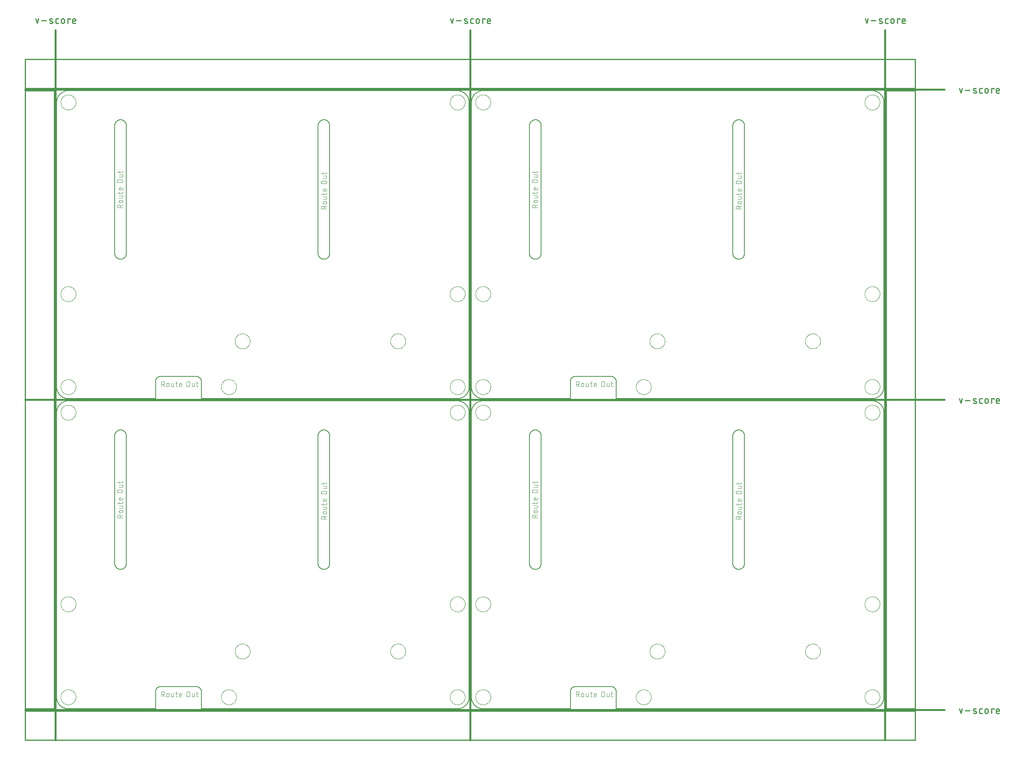
<source format=gko>
G04 EAGLE Gerber RS-274X export*
G75*
%MOMM*%
%FSLAX34Y34*%
%LPD*%
%IN*%
%IPPOS*%
%AMOC8*
5,1,8,0,0,1.08239X$1,22.5*%
G01*
%ADD10C,0.203200*%
%ADD11C,0.177800*%
%ADD12C,0.101600*%
%ADD13C,0.381000*%
%ADD14C,0.279400*%
%ADD15C,0.254000*%
%ADD16C,0.000000*%


D10*
X25400Y0D02*
X216300Y0D01*
X316300Y0D02*
X876300Y0D01*
X901700Y25400D02*
X901700Y647700D01*
X876300Y673100D02*
X25400Y673100D01*
X0Y647700D02*
X0Y25400D01*
X127000Y596900D02*
X127004Y597207D01*
X127015Y597514D01*
X127033Y597820D01*
X127059Y598126D01*
X127093Y598431D01*
X127133Y598735D01*
X127181Y599038D01*
X127237Y599340D01*
X127299Y599640D01*
X127369Y599939D01*
X127446Y600236D01*
X127530Y600532D01*
X127622Y600825D01*
X127720Y601115D01*
X127825Y601403D01*
X127938Y601689D01*
X128057Y601972D01*
X128183Y602252D01*
X128315Y602529D01*
X128455Y602802D01*
X128601Y603072D01*
X128753Y603338D01*
X128912Y603601D01*
X129077Y603860D01*
X129248Y604114D01*
X129425Y604365D01*
X129609Y604611D01*
X129798Y604853D01*
X129993Y605089D01*
X130194Y605322D01*
X130400Y605549D01*
X130612Y605771D01*
X130829Y605988D01*
X131051Y606200D01*
X131278Y606406D01*
X131511Y606607D01*
X131747Y606802D01*
X131989Y606991D01*
X132235Y607175D01*
X132486Y607352D01*
X132740Y607523D01*
X132999Y607688D01*
X133262Y607847D01*
X133528Y607999D01*
X133798Y608145D01*
X134071Y608285D01*
X134348Y608417D01*
X134628Y608543D01*
X134911Y608662D01*
X135197Y608775D01*
X135485Y608880D01*
X135775Y608978D01*
X136068Y609070D01*
X136364Y609154D01*
X136661Y609231D01*
X136960Y609301D01*
X137260Y609363D01*
X137562Y609419D01*
X137865Y609467D01*
X138169Y609507D01*
X138474Y609541D01*
X138780Y609567D01*
X139086Y609585D01*
X139393Y609596D01*
X139700Y609600D01*
X127000Y596900D02*
X127000Y317500D01*
X127004Y317193D01*
X127015Y316886D01*
X127033Y316580D01*
X127059Y316274D01*
X127093Y315969D01*
X127133Y315665D01*
X127181Y315362D01*
X127237Y315060D01*
X127299Y314760D01*
X127369Y314461D01*
X127446Y314164D01*
X127530Y313868D01*
X127622Y313575D01*
X127720Y313285D01*
X127825Y312997D01*
X127938Y312711D01*
X128057Y312428D01*
X128183Y312148D01*
X128315Y311871D01*
X128455Y311598D01*
X128601Y311328D01*
X128753Y311062D01*
X128912Y310799D01*
X129077Y310540D01*
X129248Y310286D01*
X129425Y310035D01*
X129609Y309789D01*
X129798Y309547D01*
X129993Y309311D01*
X130194Y309078D01*
X130400Y308851D01*
X130612Y308629D01*
X130829Y308412D01*
X131051Y308200D01*
X131278Y307994D01*
X131511Y307793D01*
X131747Y307598D01*
X131989Y307409D01*
X132235Y307225D01*
X132486Y307048D01*
X132740Y306877D01*
X132999Y306712D01*
X133262Y306553D01*
X133528Y306401D01*
X133798Y306255D01*
X134071Y306115D01*
X134348Y305983D01*
X134628Y305857D01*
X134911Y305738D01*
X135197Y305625D01*
X135485Y305520D01*
X135775Y305422D01*
X136068Y305330D01*
X136364Y305246D01*
X136661Y305169D01*
X136960Y305099D01*
X137260Y305037D01*
X137562Y304981D01*
X137865Y304933D01*
X138169Y304893D01*
X138474Y304859D01*
X138780Y304833D01*
X139086Y304815D01*
X139393Y304804D01*
X139700Y304800D01*
X140007Y304804D01*
X140314Y304815D01*
X140620Y304833D01*
X140926Y304859D01*
X141231Y304893D01*
X141535Y304933D01*
X141838Y304981D01*
X142140Y305037D01*
X142440Y305099D01*
X142739Y305169D01*
X143036Y305246D01*
X143332Y305330D01*
X143625Y305422D01*
X143915Y305520D01*
X144203Y305625D01*
X144489Y305738D01*
X144772Y305857D01*
X145052Y305983D01*
X145329Y306115D01*
X145602Y306255D01*
X145872Y306401D01*
X146138Y306553D01*
X146401Y306712D01*
X146660Y306877D01*
X146914Y307048D01*
X147165Y307225D01*
X147411Y307409D01*
X147653Y307598D01*
X147889Y307793D01*
X148122Y307994D01*
X148349Y308200D01*
X148571Y308412D01*
X148788Y308629D01*
X149000Y308851D01*
X149206Y309078D01*
X149407Y309311D01*
X149602Y309547D01*
X149791Y309789D01*
X149975Y310035D01*
X150152Y310286D01*
X150323Y310540D01*
X150488Y310799D01*
X150647Y311062D01*
X150799Y311328D01*
X150945Y311598D01*
X151085Y311871D01*
X151217Y312148D01*
X151343Y312428D01*
X151462Y312711D01*
X151575Y312997D01*
X151680Y313285D01*
X151778Y313575D01*
X151870Y313868D01*
X151954Y314164D01*
X152031Y314461D01*
X152101Y314760D01*
X152163Y315060D01*
X152219Y315362D01*
X152267Y315665D01*
X152307Y315969D01*
X152341Y316274D01*
X152367Y316580D01*
X152385Y316886D01*
X152396Y317193D01*
X152400Y317500D01*
X152400Y596900D01*
X152396Y597207D01*
X152385Y597514D01*
X152367Y597820D01*
X152341Y598126D01*
X152307Y598431D01*
X152267Y598735D01*
X152219Y599038D01*
X152163Y599340D01*
X152101Y599640D01*
X152031Y599939D01*
X151954Y600236D01*
X151870Y600532D01*
X151778Y600825D01*
X151680Y601115D01*
X151575Y601403D01*
X151462Y601689D01*
X151343Y601972D01*
X151217Y602252D01*
X151085Y602529D01*
X150945Y602802D01*
X150799Y603072D01*
X150647Y603338D01*
X150488Y603601D01*
X150323Y603860D01*
X150152Y604114D01*
X149975Y604365D01*
X149791Y604611D01*
X149602Y604853D01*
X149407Y605089D01*
X149206Y605322D01*
X149000Y605549D01*
X148788Y605771D01*
X148571Y605988D01*
X148349Y606200D01*
X148122Y606406D01*
X147889Y606607D01*
X147653Y606802D01*
X147411Y606991D01*
X147165Y607175D01*
X146914Y607352D01*
X146660Y607523D01*
X146401Y607688D01*
X146138Y607847D01*
X145872Y607999D01*
X145602Y608145D01*
X145329Y608285D01*
X145052Y608417D01*
X144772Y608543D01*
X144489Y608662D01*
X144203Y608775D01*
X143915Y608880D01*
X143625Y608978D01*
X143332Y609070D01*
X143036Y609154D01*
X142739Y609231D01*
X142440Y609301D01*
X142140Y609363D01*
X141838Y609419D01*
X141535Y609467D01*
X141231Y609507D01*
X140926Y609541D01*
X140620Y609567D01*
X140314Y609585D01*
X140007Y609596D01*
X139700Y609600D01*
X584200Y304800D02*
X584507Y304804D01*
X584814Y304815D01*
X585120Y304833D01*
X585426Y304859D01*
X585731Y304893D01*
X586035Y304933D01*
X586338Y304981D01*
X586640Y305037D01*
X586940Y305099D01*
X587239Y305169D01*
X587536Y305246D01*
X587832Y305330D01*
X588125Y305422D01*
X588415Y305520D01*
X588703Y305625D01*
X588989Y305738D01*
X589272Y305857D01*
X589552Y305983D01*
X589829Y306115D01*
X590102Y306255D01*
X590372Y306401D01*
X590638Y306553D01*
X590901Y306712D01*
X591160Y306877D01*
X591414Y307048D01*
X591665Y307225D01*
X591911Y307409D01*
X592153Y307598D01*
X592389Y307793D01*
X592622Y307994D01*
X592849Y308200D01*
X593071Y308412D01*
X593288Y308629D01*
X593500Y308851D01*
X593706Y309078D01*
X593907Y309311D01*
X594102Y309547D01*
X594291Y309789D01*
X594475Y310035D01*
X594652Y310286D01*
X594823Y310540D01*
X594988Y310799D01*
X595147Y311062D01*
X595299Y311328D01*
X595445Y311598D01*
X595585Y311871D01*
X595717Y312148D01*
X595843Y312428D01*
X595962Y312711D01*
X596075Y312997D01*
X596180Y313285D01*
X596278Y313575D01*
X596370Y313868D01*
X596454Y314164D01*
X596531Y314461D01*
X596601Y314760D01*
X596663Y315060D01*
X596719Y315362D01*
X596767Y315665D01*
X596807Y315969D01*
X596841Y316274D01*
X596867Y316580D01*
X596885Y316886D01*
X596896Y317193D01*
X596900Y317500D01*
X596900Y596900D01*
X596896Y597207D01*
X596885Y597514D01*
X596867Y597820D01*
X596841Y598126D01*
X596807Y598431D01*
X596767Y598735D01*
X596719Y599038D01*
X596663Y599340D01*
X596601Y599640D01*
X596531Y599939D01*
X596454Y600236D01*
X596370Y600532D01*
X596278Y600825D01*
X596180Y601115D01*
X596075Y601403D01*
X595962Y601689D01*
X595843Y601972D01*
X595717Y602252D01*
X595585Y602529D01*
X595445Y602802D01*
X595299Y603072D01*
X595147Y603338D01*
X594988Y603601D01*
X594823Y603860D01*
X594652Y604114D01*
X594475Y604365D01*
X594291Y604611D01*
X594102Y604853D01*
X593907Y605089D01*
X593706Y605322D01*
X593500Y605549D01*
X593288Y605771D01*
X593071Y605988D01*
X592849Y606200D01*
X592622Y606406D01*
X592389Y606607D01*
X592153Y606802D01*
X591911Y606991D01*
X591665Y607175D01*
X591414Y607352D01*
X591160Y607523D01*
X590901Y607688D01*
X590638Y607847D01*
X590372Y607999D01*
X590102Y608145D01*
X589829Y608285D01*
X589552Y608417D01*
X589272Y608543D01*
X588989Y608662D01*
X588703Y608775D01*
X588415Y608880D01*
X588125Y608978D01*
X587832Y609070D01*
X587536Y609154D01*
X587239Y609231D01*
X586940Y609301D01*
X586640Y609363D01*
X586338Y609419D01*
X586035Y609467D01*
X585731Y609507D01*
X585426Y609541D01*
X585120Y609567D01*
X584814Y609585D01*
X584507Y609596D01*
X584200Y609600D01*
X583893Y609596D01*
X583586Y609585D01*
X583280Y609567D01*
X582974Y609541D01*
X582669Y609507D01*
X582365Y609467D01*
X582062Y609419D01*
X581760Y609363D01*
X581460Y609301D01*
X581161Y609231D01*
X580864Y609154D01*
X580568Y609070D01*
X580275Y608978D01*
X579985Y608880D01*
X579697Y608775D01*
X579411Y608662D01*
X579128Y608543D01*
X578848Y608417D01*
X578571Y608285D01*
X578298Y608145D01*
X578028Y607999D01*
X577762Y607847D01*
X577499Y607688D01*
X577240Y607523D01*
X576986Y607352D01*
X576735Y607175D01*
X576489Y606991D01*
X576247Y606802D01*
X576011Y606607D01*
X575778Y606406D01*
X575551Y606200D01*
X575329Y605988D01*
X575112Y605771D01*
X574900Y605549D01*
X574694Y605322D01*
X574493Y605089D01*
X574298Y604853D01*
X574109Y604611D01*
X573925Y604365D01*
X573748Y604114D01*
X573577Y603860D01*
X573412Y603601D01*
X573253Y603338D01*
X573101Y603072D01*
X572955Y602802D01*
X572815Y602529D01*
X572683Y602252D01*
X572557Y601972D01*
X572438Y601689D01*
X572325Y601403D01*
X572220Y601115D01*
X572122Y600825D01*
X572030Y600532D01*
X571946Y600236D01*
X571869Y599939D01*
X571799Y599640D01*
X571737Y599340D01*
X571681Y599038D01*
X571633Y598735D01*
X571593Y598431D01*
X571559Y598126D01*
X571533Y597820D01*
X571515Y597514D01*
X571504Y597207D01*
X571500Y596900D01*
X571500Y317500D01*
X571504Y317193D01*
X571515Y316886D01*
X571533Y316580D01*
X571559Y316274D01*
X571593Y315969D01*
X571633Y315665D01*
X571681Y315362D01*
X571737Y315060D01*
X571799Y314760D01*
X571869Y314461D01*
X571946Y314164D01*
X572030Y313868D01*
X572122Y313575D01*
X572220Y313285D01*
X572325Y312997D01*
X572438Y312711D01*
X572557Y312428D01*
X572683Y312148D01*
X572815Y311871D01*
X572955Y311598D01*
X573101Y311328D01*
X573253Y311062D01*
X573412Y310799D01*
X573577Y310540D01*
X573748Y310286D01*
X573925Y310035D01*
X574109Y309789D01*
X574298Y309547D01*
X574493Y309311D01*
X574694Y309078D01*
X574900Y308851D01*
X575112Y308629D01*
X575329Y308412D01*
X575551Y308200D01*
X575778Y307994D01*
X576011Y307793D01*
X576247Y307598D01*
X576489Y307409D01*
X576735Y307225D01*
X576986Y307048D01*
X577240Y306877D01*
X577499Y306712D01*
X577762Y306553D01*
X578028Y306401D01*
X578298Y306255D01*
X578571Y306115D01*
X578848Y305983D01*
X579128Y305857D01*
X579411Y305738D01*
X579697Y305625D01*
X579985Y305520D01*
X580275Y305422D01*
X580568Y305330D01*
X580864Y305246D01*
X581161Y305169D01*
X581460Y305099D01*
X581760Y305037D01*
X582062Y304981D01*
X582365Y304933D01*
X582669Y304893D01*
X582974Y304859D01*
X583280Y304833D01*
X583586Y304815D01*
X583893Y304804D01*
X584200Y304800D01*
X901700Y647700D02*
X901693Y648314D01*
X901670Y648927D01*
X901633Y649540D01*
X901581Y650151D01*
X901515Y650762D01*
X901433Y651370D01*
X901337Y651976D01*
X901227Y652580D01*
X901102Y653181D01*
X900962Y653779D01*
X900808Y654373D01*
X900639Y654963D01*
X900457Y655549D01*
X900260Y656130D01*
X900049Y656707D01*
X899825Y657278D01*
X899587Y657844D01*
X899335Y658404D01*
X899069Y658957D01*
X898791Y659504D01*
X898499Y660044D01*
X898194Y660577D01*
X897876Y661102D01*
X897546Y661620D01*
X897204Y662129D01*
X896849Y662630D01*
X896482Y663122D01*
X896104Y663605D01*
X895714Y664079D01*
X895312Y664543D01*
X894900Y664998D01*
X894476Y665442D01*
X894042Y665876D01*
X893598Y666300D01*
X893143Y666712D01*
X892679Y667114D01*
X892205Y667504D01*
X891722Y667882D01*
X891230Y668249D01*
X890729Y668604D01*
X890220Y668946D01*
X889702Y669276D01*
X889177Y669594D01*
X888644Y669899D01*
X888104Y670191D01*
X887557Y670469D01*
X887004Y670735D01*
X886444Y670987D01*
X885878Y671225D01*
X885307Y671449D01*
X884730Y671660D01*
X884149Y671857D01*
X883563Y672039D01*
X882973Y672208D01*
X882379Y672362D01*
X881781Y672502D01*
X881180Y672627D01*
X880576Y672737D01*
X879970Y672833D01*
X879362Y672915D01*
X878751Y672981D01*
X878140Y673033D01*
X877527Y673070D01*
X876914Y673093D01*
X876300Y673100D01*
X901700Y25400D02*
X901693Y24786D01*
X901670Y24173D01*
X901633Y23560D01*
X901581Y22949D01*
X901515Y22338D01*
X901433Y21730D01*
X901337Y21124D01*
X901227Y20520D01*
X901102Y19919D01*
X900962Y19321D01*
X900808Y18727D01*
X900639Y18137D01*
X900457Y17551D01*
X900260Y16970D01*
X900049Y16393D01*
X899825Y15822D01*
X899587Y15256D01*
X899335Y14696D01*
X899069Y14143D01*
X898791Y13596D01*
X898499Y13056D01*
X898194Y12523D01*
X897876Y11998D01*
X897546Y11480D01*
X897204Y10971D01*
X896849Y10470D01*
X896482Y9978D01*
X896104Y9495D01*
X895714Y9021D01*
X895312Y8557D01*
X894900Y8102D01*
X894476Y7658D01*
X894042Y7224D01*
X893598Y6800D01*
X893143Y6388D01*
X892679Y5986D01*
X892205Y5596D01*
X891722Y5218D01*
X891230Y4851D01*
X890729Y4496D01*
X890220Y4154D01*
X889702Y3824D01*
X889177Y3506D01*
X888644Y3201D01*
X888104Y2909D01*
X887557Y2631D01*
X887004Y2365D01*
X886444Y2113D01*
X885878Y1875D01*
X885307Y1651D01*
X884730Y1440D01*
X884149Y1243D01*
X883563Y1061D01*
X882973Y892D01*
X882379Y738D01*
X881781Y598D01*
X881180Y473D01*
X880576Y363D01*
X879970Y267D01*
X879362Y185D01*
X878751Y119D01*
X878140Y67D01*
X877527Y30D01*
X876914Y7D01*
X876300Y0D01*
X25400Y0D02*
X24786Y7D01*
X24173Y30D01*
X23560Y67D01*
X22949Y119D01*
X22338Y185D01*
X21730Y267D01*
X21124Y363D01*
X20520Y473D01*
X19919Y598D01*
X19321Y738D01*
X18727Y892D01*
X18137Y1061D01*
X17551Y1243D01*
X16970Y1440D01*
X16393Y1651D01*
X15822Y1875D01*
X15256Y2113D01*
X14696Y2365D01*
X14143Y2631D01*
X13596Y2909D01*
X13056Y3201D01*
X12523Y3506D01*
X11998Y3824D01*
X11480Y4154D01*
X10971Y4496D01*
X10470Y4851D01*
X9978Y5218D01*
X9495Y5596D01*
X9021Y5986D01*
X8557Y6388D01*
X8102Y6800D01*
X7658Y7224D01*
X7224Y7658D01*
X6800Y8102D01*
X6388Y8557D01*
X5986Y9021D01*
X5596Y9495D01*
X5218Y9978D01*
X4851Y10470D01*
X4496Y10971D01*
X4154Y11480D01*
X3824Y11998D01*
X3506Y12523D01*
X3201Y13056D01*
X2909Y13596D01*
X2631Y14143D01*
X2365Y14696D01*
X2113Y15256D01*
X1875Y15822D01*
X1651Y16393D01*
X1440Y16970D01*
X1243Y17551D01*
X1061Y18137D01*
X892Y18727D01*
X738Y19321D01*
X598Y19919D01*
X473Y20520D01*
X363Y21124D01*
X267Y21730D01*
X185Y22338D01*
X119Y22949D01*
X67Y23560D01*
X30Y24173D01*
X7Y24786D01*
X0Y25400D01*
X0Y647700D02*
X7Y648314D01*
X30Y648927D01*
X67Y649540D01*
X119Y650151D01*
X185Y650762D01*
X267Y651370D01*
X363Y651976D01*
X473Y652580D01*
X598Y653181D01*
X738Y653779D01*
X892Y654373D01*
X1061Y654963D01*
X1243Y655549D01*
X1440Y656130D01*
X1651Y656707D01*
X1875Y657278D01*
X2113Y657844D01*
X2365Y658404D01*
X2631Y658957D01*
X2909Y659504D01*
X3201Y660044D01*
X3506Y660577D01*
X3824Y661102D01*
X4154Y661620D01*
X4496Y662129D01*
X4851Y662630D01*
X5218Y663122D01*
X5596Y663605D01*
X5986Y664079D01*
X6388Y664543D01*
X6800Y664998D01*
X7224Y665442D01*
X7658Y665876D01*
X8102Y666300D01*
X8557Y666712D01*
X9021Y667114D01*
X9495Y667504D01*
X9978Y667882D01*
X10470Y668249D01*
X10971Y668604D01*
X11480Y668946D01*
X11998Y669276D01*
X12523Y669594D01*
X13056Y669899D01*
X13596Y670191D01*
X14143Y670469D01*
X14696Y670735D01*
X15256Y670987D01*
X15822Y671225D01*
X16393Y671449D01*
X16970Y671660D01*
X17551Y671857D01*
X18137Y672039D01*
X18727Y672208D01*
X19321Y672362D01*
X19919Y672502D01*
X20520Y672627D01*
X21124Y672737D01*
X21730Y672833D01*
X22338Y672915D01*
X22949Y672981D01*
X23560Y673033D01*
X24173Y673070D01*
X24786Y673093D01*
X25400Y673100D01*
D11*
X216300Y38100D02*
X216300Y0D01*
X216300Y38100D02*
X216303Y38342D01*
X216312Y38583D01*
X216326Y38824D01*
X216347Y39065D01*
X216373Y39305D01*
X216405Y39545D01*
X216443Y39784D01*
X216486Y40021D01*
X216536Y40258D01*
X216591Y40493D01*
X216651Y40727D01*
X216718Y40959D01*
X216789Y41190D01*
X216867Y41419D01*
X216950Y41646D01*
X217038Y41871D01*
X217132Y42094D01*
X217231Y42314D01*
X217336Y42532D01*
X217445Y42747D01*
X217560Y42960D01*
X217680Y43170D01*
X217805Y43376D01*
X217935Y43580D01*
X218070Y43781D01*
X218210Y43978D01*
X218354Y44172D01*
X218503Y44362D01*
X218657Y44548D01*
X218815Y44731D01*
X218977Y44910D01*
X219144Y45085D01*
X219315Y45256D01*
X219490Y45423D01*
X219669Y45585D01*
X219852Y45743D01*
X220038Y45897D01*
X220228Y46046D01*
X220422Y46190D01*
X220619Y46330D01*
X220820Y46465D01*
X221024Y46595D01*
X221230Y46720D01*
X221440Y46840D01*
X221653Y46955D01*
X221868Y47064D01*
X222086Y47169D01*
X222306Y47268D01*
X222529Y47362D01*
X222754Y47450D01*
X222981Y47533D01*
X223210Y47611D01*
X223441Y47682D01*
X223673Y47749D01*
X223907Y47809D01*
X224142Y47864D01*
X224379Y47914D01*
X224616Y47957D01*
X224855Y47995D01*
X225095Y48027D01*
X225335Y48053D01*
X225576Y48074D01*
X225817Y48088D01*
X226058Y48097D01*
X226300Y48100D01*
X306300Y48100D01*
X306542Y48097D01*
X306783Y48088D01*
X307024Y48074D01*
X307265Y48053D01*
X307505Y48027D01*
X307745Y47995D01*
X307984Y47957D01*
X308221Y47914D01*
X308458Y47864D01*
X308693Y47809D01*
X308927Y47749D01*
X309159Y47682D01*
X309390Y47611D01*
X309619Y47533D01*
X309846Y47450D01*
X310071Y47362D01*
X310294Y47268D01*
X310514Y47169D01*
X310732Y47064D01*
X310947Y46955D01*
X311160Y46840D01*
X311370Y46720D01*
X311576Y46595D01*
X311780Y46465D01*
X311981Y46330D01*
X312178Y46190D01*
X312372Y46046D01*
X312562Y45897D01*
X312748Y45743D01*
X312931Y45585D01*
X313110Y45423D01*
X313285Y45256D01*
X313456Y45085D01*
X313623Y44910D01*
X313785Y44731D01*
X313943Y44548D01*
X314097Y44362D01*
X314246Y44172D01*
X314390Y43978D01*
X314530Y43781D01*
X314665Y43580D01*
X314795Y43376D01*
X314920Y43170D01*
X315040Y42960D01*
X315155Y42747D01*
X315264Y42532D01*
X315369Y42314D01*
X315468Y42094D01*
X315562Y41871D01*
X315650Y41646D01*
X315733Y41419D01*
X315811Y41190D01*
X315882Y40959D01*
X315949Y40727D01*
X316009Y40493D01*
X316064Y40258D01*
X316114Y40021D01*
X316157Y39784D01*
X316195Y39545D01*
X316227Y39305D01*
X316253Y39065D01*
X316274Y38824D01*
X316288Y38583D01*
X316297Y38342D01*
X316300Y38100D01*
X316300Y0D01*
D12*
X144272Y417068D02*
X132588Y417068D01*
X132588Y420314D01*
X132590Y420427D01*
X132596Y420540D01*
X132606Y420653D01*
X132620Y420766D01*
X132637Y420878D01*
X132659Y420989D01*
X132684Y421099D01*
X132714Y421209D01*
X132747Y421317D01*
X132784Y421424D01*
X132824Y421530D01*
X132869Y421634D01*
X132917Y421737D01*
X132968Y421838D01*
X133023Y421937D01*
X133081Y422034D01*
X133143Y422129D01*
X133208Y422222D01*
X133276Y422312D01*
X133347Y422400D01*
X133422Y422486D01*
X133499Y422569D01*
X133579Y422649D01*
X133662Y422726D01*
X133748Y422801D01*
X133836Y422872D01*
X133926Y422940D01*
X134019Y423005D01*
X134114Y423067D01*
X134211Y423125D01*
X134310Y423180D01*
X134411Y423231D01*
X134514Y423279D01*
X134618Y423324D01*
X134724Y423364D01*
X134831Y423401D01*
X134939Y423434D01*
X135049Y423464D01*
X135159Y423489D01*
X135270Y423511D01*
X135382Y423528D01*
X135495Y423542D01*
X135608Y423552D01*
X135721Y423558D01*
X135834Y423560D01*
X135947Y423558D01*
X136060Y423552D01*
X136173Y423542D01*
X136286Y423528D01*
X136398Y423511D01*
X136509Y423489D01*
X136619Y423464D01*
X136729Y423434D01*
X136837Y423401D01*
X136944Y423364D01*
X137050Y423324D01*
X137154Y423279D01*
X137257Y423231D01*
X137358Y423180D01*
X137457Y423125D01*
X137554Y423067D01*
X137649Y423005D01*
X137742Y422940D01*
X137832Y422872D01*
X137920Y422801D01*
X138006Y422726D01*
X138089Y422649D01*
X138169Y422569D01*
X138246Y422486D01*
X138321Y422400D01*
X138392Y422312D01*
X138460Y422222D01*
X138525Y422129D01*
X138587Y422034D01*
X138645Y421937D01*
X138700Y421838D01*
X138751Y421737D01*
X138799Y421634D01*
X138844Y421530D01*
X138884Y421424D01*
X138921Y421317D01*
X138954Y421209D01*
X138984Y421099D01*
X139009Y420989D01*
X139031Y420878D01*
X139048Y420766D01*
X139062Y420653D01*
X139072Y420540D01*
X139078Y420427D01*
X139080Y420314D01*
X139079Y420314D02*
X139079Y417068D01*
X139079Y420963D02*
X144272Y423559D01*
X141676Y428311D02*
X139079Y428311D01*
X139079Y428312D02*
X138978Y428314D01*
X138878Y428320D01*
X138778Y428330D01*
X138678Y428343D01*
X138579Y428361D01*
X138480Y428382D01*
X138383Y428407D01*
X138286Y428436D01*
X138191Y428469D01*
X138097Y428505D01*
X138005Y428545D01*
X137914Y428588D01*
X137825Y428635D01*
X137738Y428685D01*
X137652Y428739D01*
X137569Y428796D01*
X137489Y428856D01*
X137410Y428919D01*
X137334Y428986D01*
X137261Y429055D01*
X137191Y429127D01*
X137123Y429201D01*
X137058Y429278D01*
X136997Y429358D01*
X136938Y429440D01*
X136883Y429524D01*
X136831Y429610D01*
X136782Y429698D01*
X136737Y429788D01*
X136695Y429880D01*
X136657Y429973D01*
X136623Y430068D01*
X136592Y430163D01*
X136565Y430260D01*
X136542Y430358D01*
X136522Y430457D01*
X136507Y430557D01*
X136495Y430657D01*
X136487Y430757D01*
X136483Y430858D01*
X136483Y430958D01*
X136487Y431059D01*
X136495Y431159D01*
X136507Y431259D01*
X136522Y431359D01*
X136542Y431458D01*
X136565Y431556D01*
X136592Y431653D01*
X136623Y431748D01*
X136657Y431843D01*
X136695Y431936D01*
X136737Y432028D01*
X136782Y432118D01*
X136831Y432206D01*
X136883Y432292D01*
X136938Y432376D01*
X136997Y432458D01*
X137058Y432538D01*
X137123Y432615D01*
X137191Y432689D01*
X137261Y432761D01*
X137334Y432830D01*
X137410Y432897D01*
X137489Y432960D01*
X137569Y433020D01*
X137652Y433077D01*
X137738Y433131D01*
X137825Y433181D01*
X137914Y433228D01*
X138005Y433271D01*
X138097Y433311D01*
X138191Y433347D01*
X138286Y433380D01*
X138383Y433409D01*
X138480Y433434D01*
X138579Y433455D01*
X138678Y433473D01*
X138778Y433486D01*
X138878Y433496D01*
X138978Y433502D01*
X139079Y433504D01*
X141676Y433504D01*
X141777Y433502D01*
X141877Y433496D01*
X141977Y433486D01*
X142077Y433473D01*
X142176Y433455D01*
X142275Y433434D01*
X142372Y433409D01*
X142469Y433380D01*
X142564Y433347D01*
X142658Y433311D01*
X142750Y433271D01*
X142841Y433228D01*
X142930Y433181D01*
X143017Y433131D01*
X143103Y433077D01*
X143186Y433020D01*
X143266Y432960D01*
X143345Y432897D01*
X143421Y432830D01*
X143494Y432761D01*
X143564Y432689D01*
X143632Y432615D01*
X143697Y432538D01*
X143758Y432458D01*
X143817Y432376D01*
X143872Y432292D01*
X143924Y432206D01*
X143973Y432118D01*
X144018Y432028D01*
X144060Y431936D01*
X144098Y431843D01*
X144132Y431748D01*
X144163Y431653D01*
X144190Y431556D01*
X144213Y431458D01*
X144233Y431359D01*
X144248Y431259D01*
X144260Y431159D01*
X144268Y431059D01*
X144272Y430958D01*
X144272Y430858D01*
X144268Y430757D01*
X144260Y430657D01*
X144248Y430557D01*
X144233Y430457D01*
X144213Y430358D01*
X144190Y430260D01*
X144163Y430163D01*
X144132Y430068D01*
X144098Y429973D01*
X144060Y429880D01*
X144018Y429788D01*
X143973Y429698D01*
X143924Y429610D01*
X143872Y429524D01*
X143817Y429440D01*
X143758Y429358D01*
X143697Y429278D01*
X143632Y429201D01*
X143564Y429127D01*
X143494Y429055D01*
X143421Y428986D01*
X143345Y428919D01*
X143266Y428856D01*
X143186Y428796D01*
X143103Y428739D01*
X143017Y428685D01*
X142930Y428635D01*
X142841Y428588D01*
X142750Y428545D01*
X142658Y428505D01*
X142564Y428469D01*
X142469Y428436D01*
X142372Y428407D01*
X142275Y428382D01*
X142176Y428361D01*
X142077Y428343D01*
X141977Y428330D01*
X141877Y428320D01*
X141777Y428314D01*
X141676Y428312D01*
X142325Y438598D02*
X136483Y438598D01*
X142325Y438599D02*
X142412Y438601D01*
X142500Y438607D01*
X142586Y438617D01*
X142673Y438630D01*
X142758Y438648D01*
X142843Y438669D01*
X142927Y438694D01*
X143009Y438723D01*
X143090Y438756D01*
X143170Y438792D01*
X143248Y438831D01*
X143324Y438875D01*
X143398Y438921D01*
X143469Y438971D01*
X143539Y439024D01*
X143606Y439080D01*
X143670Y439139D01*
X143732Y439201D01*
X143791Y439265D01*
X143847Y439332D01*
X143900Y439402D01*
X143950Y439473D01*
X143996Y439547D01*
X144040Y439623D01*
X144079Y439701D01*
X144115Y439781D01*
X144148Y439862D01*
X144177Y439944D01*
X144202Y440028D01*
X144223Y440113D01*
X144241Y440198D01*
X144254Y440285D01*
X144264Y440371D01*
X144270Y440459D01*
X144272Y440546D01*
X144272Y443791D01*
X136483Y443791D01*
X136483Y447918D02*
X136483Y451813D01*
X132588Y449216D02*
X142325Y449216D01*
X142325Y449217D02*
X142412Y449219D01*
X142500Y449225D01*
X142586Y449235D01*
X142673Y449248D01*
X142758Y449266D01*
X142843Y449287D01*
X142927Y449312D01*
X143009Y449341D01*
X143090Y449374D01*
X143170Y449410D01*
X143248Y449449D01*
X143324Y449493D01*
X143398Y449539D01*
X143469Y449589D01*
X143539Y449642D01*
X143606Y449698D01*
X143670Y449757D01*
X143732Y449819D01*
X143791Y449883D01*
X143847Y449950D01*
X143900Y450020D01*
X143950Y450091D01*
X143996Y450165D01*
X144040Y450241D01*
X144079Y450319D01*
X144115Y450399D01*
X144148Y450480D01*
X144177Y450562D01*
X144202Y450646D01*
X144223Y450731D01*
X144241Y450816D01*
X144254Y450903D01*
X144264Y450989D01*
X144270Y451077D01*
X144272Y451164D01*
X144272Y451813D01*
X144272Y458072D02*
X144272Y461317D01*
X144272Y458072D02*
X144270Y457985D01*
X144264Y457897D01*
X144254Y457811D01*
X144241Y457724D01*
X144223Y457639D01*
X144202Y457554D01*
X144177Y457470D01*
X144148Y457388D01*
X144115Y457307D01*
X144079Y457227D01*
X144040Y457149D01*
X143996Y457073D01*
X143950Y456999D01*
X143900Y456928D01*
X143847Y456858D01*
X143791Y456791D01*
X143732Y456727D01*
X143670Y456665D01*
X143606Y456606D01*
X143539Y456550D01*
X143469Y456497D01*
X143398Y456447D01*
X143324Y456401D01*
X143248Y456357D01*
X143170Y456318D01*
X143090Y456282D01*
X143009Y456249D01*
X142927Y456220D01*
X142843Y456195D01*
X142758Y456174D01*
X142673Y456156D01*
X142586Y456143D01*
X142500Y456133D01*
X142412Y456127D01*
X142325Y456125D01*
X142325Y456124D02*
X139079Y456124D01*
X139079Y456125D02*
X138978Y456127D01*
X138878Y456133D01*
X138778Y456143D01*
X138678Y456156D01*
X138579Y456174D01*
X138480Y456195D01*
X138383Y456220D01*
X138286Y456249D01*
X138191Y456282D01*
X138097Y456318D01*
X138005Y456358D01*
X137914Y456401D01*
X137825Y456448D01*
X137738Y456498D01*
X137652Y456552D01*
X137569Y456609D01*
X137489Y456669D01*
X137410Y456732D01*
X137334Y456799D01*
X137261Y456868D01*
X137191Y456940D01*
X137123Y457014D01*
X137058Y457091D01*
X136997Y457171D01*
X136938Y457253D01*
X136883Y457337D01*
X136831Y457423D01*
X136782Y457511D01*
X136737Y457601D01*
X136695Y457693D01*
X136657Y457786D01*
X136623Y457881D01*
X136592Y457976D01*
X136565Y458073D01*
X136542Y458171D01*
X136522Y458270D01*
X136507Y458370D01*
X136495Y458470D01*
X136487Y458570D01*
X136483Y458671D01*
X136483Y458771D01*
X136487Y458872D01*
X136495Y458972D01*
X136507Y459072D01*
X136522Y459172D01*
X136542Y459271D01*
X136565Y459369D01*
X136592Y459466D01*
X136623Y459561D01*
X136657Y459656D01*
X136695Y459749D01*
X136737Y459841D01*
X136782Y459931D01*
X136831Y460019D01*
X136883Y460105D01*
X136938Y460189D01*
X136997Y460271D01*
X137058Y460351D01*
X137123Y460428D01*
X137191Y460502D01*
X137261Y460574D01*
X137334Y460643D01*
X137410Y460710D01*
X137489Y460773D01*
X137569Y460833D01*
X137652Y460890D01*
X137738Y460944D01*
X137825Y460994D01*
X137914Y461041D01*
X138005Y461084D01*
X138097Y461124D01*
X138191Y461160D01*
X138286Y461193D01*
X138383Y461222D01*
X138480Y461247D01*
X138579Y461268D01*
X138678Y461286D01*
X138778Y461299D01*
X138878Y461309D01*
X138978Y461315D01*
X139079Y461317D01*
X140377Y461317D01*
X140377Y456124D01*
X141026Y472239D02*
X135834Y472239D01*
X135721Y472241D01*
X135608Y472247D01*
X135495Y472257D01*
X135382Y472271D01*
X135270Y472288D01*
X135159Y472310D01*
X135049Y472335D01*
X134939Y472365D01*
X134831Y472398D01*
X134724Y472435D01*
X134618Y472475D01*
X134514Y472520D01*
X134411Y472568D01*
X134310Y472619D01*
X134211Y472674D01*
X134114Y472732D01*
X134019Y472794D01*
X133926Y472859D01*
X133836Y472927D01*
X133748Y472998D01*
X133662Y473073D01*
X133579Y473150D01*
X133499Y473230D01*
X133422Y473313D01*
X133347Y473399D01*
X133276Y473487D01*
X133208Y473577D01*
X133143Y473670D01*
X133081Y473765D01*
X133023Y473862D01*
X132968Y473961D01*
X132917Y474062D01*
X132869Y474165D01*
X132824Y474269D01*
X132784Y474375D01*
X132747Y474482D01*
X132714Y474590D01*
X132684Y474700D01*
X132659Y474810D01*
X132637Y474921D01*
X132620Y475033D01*
X132606Y475146D01*
X132596Y475259D01*
X132590Y475372D01*
X132588Y475485D01*
X132590Y475598D01*
X132596Y475711D01*
X132606Y475824D01*
X132620Y475937D01*
X132637Y476049D01*
X132659Y476160D01*
X132684Y476270D01*
X132714Y476380D01*
X132747Y476488D01*
X132784Y476595D01*
X132824Y476701D01*
X132869Y476805D01*
X132917Y476908D01*
X132968Y477009D01*
X133023Y477108D01*
X133081Y477205D01*
X133143Y477300D01*
X133208Y477393D01*
X133276Y477483D01*
X133347Y477571D01*
X133422Y477657D01*
X133499Y477740D01*
X133579Y477820D01*
X133662Y477897D01*
X133748Y477972D01*
X133836Y478043D01*
X133926Y478111D01*
X134019Y478176D01*
X134114Y478238D01*
X134211Y478296D01*
X134310Y478351D01*
X134411Y478402D01*
X134514Y478450D01*
X134618Y478495D01*
X134724Y478535D01*
X134831Y478572D01*
X134939Y478605D01*
X135049Y478635D01*
X135159Y478660D01*
X135270Y478682D01*
X135382Y478699D01*
X135495Y478713D01*
X135608Y478723D01*
X135721Y478729D01*
X135834Y478731D01*
X135834Y478730D02*
X141026Y478730D01*
X141026Y478731D02*
X141139Y478729D01*
X141252Y478723D01*
X141365Y478713D01*
X141478Y478699D01*
X141590Y478682D01*
X141701Y478660D01*
X141811Y478635D01*
X141921Y478605D01*
X142029Y478572D01*
X142136Y478535D01*
X142242Y478495D01*
X142346Y478450D01*
X142449Y478402D01*
X142550Y478351D01*
X142649Y478296D01*
X142746Y478238D01*
X142841Y478176D01*
X142934Y478111D01*
X143024Y478043D01*
X143112Y477972D01*
X143198Y477897D01*
X143281Y477820D01*
X143361Y477740D01*
X143438Y477657D01*
X143513Y477571D01*
X143584Y477483D01*
X143652Y477393D01*
X143717Y477300D01*
X143779Y477205D01*
X143837Y477108D01*
X143892Y477009D01*
X143943Y476908D01*
X143991Y476805D01*
X144036Y476701D01*
X144076Y476595D01*
X144113Y476488D01*
X144146Y476380D01*
X144176Y476270D01*
X144201Y476160D01*
X144223Y476049D01*
X144240Y475937D01*
X144254Y475824D01*
X144264Y475711D01*
X144270Y475598D01*
X144272Y475485D01*
X144270Y475372D01*
X144264Y475259D01*
X144254Y475146D01*
X144240Y475033D01*
X144223Y474921D01*
X144201Y474810D01*
X144176Y474700D01*
X144146Y474590D01*
X144113Y474482D01*
X144076Y474375D01*
X144036Y474269D01*
X143991Y474165D01*
X143943Y474062D01*
X143892Y473961D01*
X143837Y473862D01*
X143779Y473765D01*
X143717Y473670D01*
X143652Y473577D01*
X143584Y473487D01*
X143513Y473399D01*
X143438Y473313D01*
X143361Y473230D01*
X143281Y473150D01*
X143198Y473073D01*
X143112Y472998D01*
X143024Y472927D01*
X142934Y472859D01*
X142841Y472794D01*
X142746Y472732D01*
X142649Y472674D01*
X142550Y472619D01*
X142449Y472568D01*
X142346Y472520D01*
X142242Y472475D01*
X142136Y472435D01*
X142029Y472398D01*
X141921Y472365D01*
X141811Y472335D01*
X141701Y472310D01*
X141590Y472288D01*
X141478Y472271D01*
X141365Y472257D01*
X141252Y472247D01*
X141139Y472241D01*
X141026Y472239D01*
X142325Y483937D02*
X136483Y483937D01*
X142325Y483938D02*
X142412Y483940D01*
X142500Y483946D01*
X142586Y483956D01*
X142673Y483969D01*
X142758Y483987D01*
X142843Y484008D01*
X142927Y484033D01*
X143009Y484062D01*
X143090Y484095D01*
X143170Y484131D01*
X143248Y484170D01*
X143324Y484214D01*
X143398Y484260D01*
X143469Y484310D01*
X143539Y484363D01*
X143606Y484419D01*
X143670Y484478D01*
X143732Y484540D01*
X143791Y484604D01*
X143847Y484671D01*
X143900Y484741D01*
X143950Y484812D01*
X143996Y484886D01*
X144040Y484962D01*
X144079Y485040D01*
X144115Y485120D01*
X144148Y485201D01*
X144177Y485283D01*
X144202Y485367D01*
X144223Y485452D01*
X144241Y485537D01*
X144254Y485624D01*
X144264Y485710D01*
X144270Y485798D01*
X144272Y485885D01*
X144272Y489130D01*
X136483Y489130D01*
X136483Y493257D02*
X136483Y497152D01*
X132588Y494555D02*
X142325Y494555D01*
X142325Y494556D02*
X142412Y494558D01*
X142500Y494564D01*
X142586Y494574D01*
X142673Y494587D01*
X142758Y494605D01*
X142843Y494626D01*
X142927Y494651D01*
X143009Y494680D01*
X143090Y494713D01*
X143170Y494749D01*
X143248Y494788D01*
X143324Y494832D01*
X143398Y494878D01*
X143469Y494928D01*
X143539Y494981D01*
X143606Y495037D01*
X143670Y495096D01*
X143732Y495158D01*
X143791Y495222D01*
X143847Y495289D01*
X143900Y495359D01*
X143950Y495430D01*
X143996Y495504D01*
X144040Y495580D01*
X144079Y495658D01*
X144115Y495738D01*
X144148Y495819D01*
X144177Y495901D01*
X144202Y495985D01*
X144223Y496070D01*
X144241Y496155D01*
X144254Y496242D01*
X144264Y496328D01*
X144270Y496416D01*
X144272Y496503D01*
X144272Y497152D01*
X578358Y414528D02*
X590042Y414528D01*
X578358Y414528D02*
X578358Y417774D01*
X578360Y417887D01*
X578366Y418000D01*
X578376Y418113D01*
X578390Y418226D01*
X578407Y418338D01*
X578429Y418449D01*
X578454Y418559D01*
X578484Y418669D01*
X578517Y418777D01*
X578554Y418884D01*
X578594Y418990D01*
X578639Y419094D01*
X578687Y419197D01*
X578738Y419298D01*
X578793Y419397D01*
X578851Y419494D01*
X578913Y419589D01*
X578978Y419682D01*
X579046Y419772D01*
X579117Y419860D01*
X579192Y419946D01*
X579269Y420029D01*
X579349Y420109D01*
X579432Y420186D01*
X579518Y420261D01*
X579606Y420332D01*
X579696Y420400D01*
X579789Y420465D01*
X579884Y420527D01*
X579981Y420585D01*
X580080Y420640D01*
X580181Y420691D01*
X580284Y420739D01*
X580388Y420784D01*
X580494Y420824D01*
X580601Y420861D01*
X580709Y420894D01*
X580819Y420924D01*
X580929Y420949D01*
X581040Y420971D01*
X581152Y420988D01*
X581265Y421002D01*
X581378Y421012D01*
X581491Y421018D01*
X581604Y421020D01*
X581717Y421018D01*
X581830Y421012D01*
X581943Y421002D01*
X582056Y420988D01*
X582168Y420971D01*
X582279Y420949D01*
X582389Y420924D01*
X582499Y420894D01*
X582607Y420861D01*
X582714Y420824D01*
X582820Y420784D01*
X582924Y420739D01*
X583027Y420691D01*
X583128Y420640D01*
X583227Y420585D01*
X583324Y420527D01*
X583419Y420465D01*
X583512Y420400D01*
X583602Y420332D01*
X583690Y420261D01*
X583776Y420186D01*
X583859Y420109D01*
X583939Y420029D01*
X584016Y419946D01*
X584091Y419860D01*
X584162Y419772D01*
X584230Y419682D01*
X584295Y419589D01*
X584357Y419494D01*
X584415Y419397D01*
X584470Y419298D01*
X584521Y419197D01*
X584569Y419094D01*
X584614Y418990D01*
X584654Y418884D01*
X584691Y418777D01*
X584724Y418669D01*
X584754Y418559D01*
X584779Y418449D01*
X584801Y418338D01*
X584818Y418226D01*
X584832Y418113D01*
X584842Y418000D01*
X584848Y417887D01*
X584850Y417774D01*
X584849Y417774D02*
X584849Y414528D01*
X584849Y418423D02*
X590042Y421019D01*
X587446Y425771D02*
X584849Y425771D01*
X584849Y425772D02*
X584748Y425774D01*
X584648Y425780D01*
X584548Y425790D01*
X584448Y425803D01*
X584349Y425821D01*
X584250Y425842D01*
X584153Y425867D01*
X584056Y425896D01*
X583961Y425929D01*
X583867Y425965D01*
X583775Y426005D01*
X583684Y426048D01*
X583595Y426095D01*
X583508Y426145D01*
X583422Y426199D01*
X583339Y426256D01*
X583259Y426316D01*
X583180Y426379D01*
X583104Y426446D01*
X583031Y426515D01*
X582961Y426587D01*
X582893Y426661D01*
X582828Y426738D01*
X582767Y426818D01*
X582708Y426900D01*
X582653Y426984D01*
X582601Y427070D01*
X582552Y427158D01*
X582507Y427248D01*
X582465Y427340D01*
X582427Y427433D01*
X582393Y427528D01*
X582362Y427623D01*
X582335Y427720D01*
X582312Y427818D01*
X582292Y427917D01*
X582277Y428017D01*
X582265Y428117D01*
X582257Y428217D01*
X582253Y428318D01*
X582253Y428418D01*
X582257Y428519D01*
X582265Y428619D01*
X582277Y428719D01*
X582292Y428819D01*
X582312Y428918D01*
X582335Y429016D01*
X582362Y429113D01*
X582393Y429208D01*
X582427Y429303D01*
X582465Y429396D01*
X582507Y429488D01*
X582552Y429578D01*
X582601Y429666D01*
X582653Y429752D01*
X582708Y429836D01*
X582767Y429918D01*
X582828Y429998D01*
X582893Y430075D01*
X582961Y430149D01*
X583031Y430221D01*
X583104Y430290D01*
X583180Y430357D01*
X583259Y430420D01*
X583339Y430480D01*
X583422Y430537D01*
X583508Y430591D01*
X583595Y430641D01*
X583684Y430688D01*
X583775Y430731D01*
X583867Y430771D01*
X583961Y430807D01*
X584056Y430840D01*
X584153Y430869D01*
X584250Y430894D01*
X584349Y430915D01*
X584448Y430933D01*
X584548Y430946D01*
X584648Y430956D01*
X584748Y430962D01*
X584849Y430964D01*
X587446Y430964D01*
X587547Y430962D01*
X587647Y430956D01*
X587747Y430946D01*
X587847Y430933D01*
X587946Y430915D01*
X588045Y430894D01*
X588142Y430869D01*
X588239Y430840D01*
X588334Y430807D01*
X588428Y430771D01*
X588520Y430731D01*
X588611Y430688D01*
X588700Y430641D01*
X588787Y430591D01*
X588873Y430537D01*
X588956Y430480D01*
X589036Y430420D01*
X589115Y430357D01*
X589191Y430290D01*
X589264Y430221D01*
X589334Y430149D01*
X589402Y430075D01*
X589467Y429998D01*
X589528Y429918D01*
X589587Y429836D01*
X589642Y429752D01*
X589694Y429666D01*
X589743Y429578D01*
X589788Y429488D01*
X589830Y429396D01*
X589868Y429303D01*
X589902Y429208D01*
X589933Y429113D01*
X589960Y429016D01*
X589983Y428918D01*
X590003Y428819D01*
X590018Y428719D01*
X590030Y428619D01*
X590038Y428519D01*
X590042Y428418D01*
X590042Y428318D01*
X590038Y428217D01*
X590030Y428117D01*
X590018Y428017D01*
X590003Y427917D01*
X589983Y427818D01*
X589960Y427720D01*
X589933Y427623D01*
X589902Y427528D01*
X589868Y427433D01*
X589830Y427340D01*
X589788Y427248D01*
X589743Y427158D01*
X589694Y427070D01*
X589642Y426984D01*
X589587Y426900D01*
X589528Y426818D01*
X589467Y426738D01*
X589402Y426661D01*
X589334Y426587D01*
X589264Y426515D01*
X589191Y426446D01*
X589115Y426379D01*
X589036Y426316D01*
X588956Y426256D01*
X588873Y426199D01*
X588787Y426145D01*
X588700Y426095D01*
X588611Y426048D01*
X588520Y426005D01*
X588428Y425965D01*
X588334Y425929D01*
X588239Y425896D01*
X588142Y425867D01*
X588045Y425842D01*
X587946Y425821D01*
X587847Y425803D01*
X587747Y425790D01*
X587647Y425780D01*
X587547Y425774D01*
X587446Y425772D01*
X588095Y436058D02*
X582253Y436058D01*
X588095Y436059D02*
X588182Y436061D01*
X588270Y436067D01*
X588356Y436077D01*
X588443Y436090D01*
X588528Y436108D01*
X588613Y436129D01*
X588697Y436154D01*
X588779Y436183D01*
X588860Y436216D01*
X588940Y436252D01*
X589018Y436291D01*
X589094Y436335D01*
X589168Y436381D01*
X589239Y436431D01*
X589309Y436484D01*
X589376Y436540D01*
X589440Y436599D01*
X589502Y436661D01*
X589561Y436725D01*
X589617Y436792D01*
X589670Y436862D01*
X589720Y436933D01*
X589766Y437007D01*
X589810Y437083D01*
X589849Y437161D01*
X589885Y437241D01*
X589918Y437322D01*
X589947Y437404D01*
X589972Y437488D01*
X589993Y437573D01*
X590011Y437658D01*
X590024Y437745D01*
X590034Y437831D01*
X590040Y437919D01*
X590042Y438006D01*
X590042Y441251D01*
X582253Y441251D01*
X582253Y445378D02*
X582253Y449273D01*
X578358Y446676D02*
X588095Y446676D01*
X588095Y446677D02*
X588182Y446679D01*
X588270Y446685D01*
X588356Y446695D01*
X588443Y446708D01*
X588528Y446726D01*
X588613Y446747D01*
X588697Y446772D01*
X588779Y446801D01*
X588860Y446834D01*
X588940Y446870D01*
X589018Y446909D01*
X589094Y446953D01*
X589168Y446999D01*
X589239Y447049D01*
X589309Y447102D01*
X589376Y447158D01*
X589440Y447217D01*
X589502Y447279D01*
X589561Y447343D01*
X589617Y447410D01*
X589670Y447480D01*
X589720Y447551D01*
X589766Y447625D01*
X589810Y447701D01*
X589849Y447779D01*
X589885Y447859D01*
X589918Y447940D01*
X589947Y448022D01*
X589972Y448106D01*
X589993Y448191D01*
X590011Y448276D01*
X590024Y448363D01*
X590034Y448449D01*
X590040Y448537D01*
X590042Y448624D01*
X590042Y449273D01*
X590042Y455532D02*
X590042Y458777D01*
X590042Y455532D02*
X590040Y455445D01*
X590034Y455357D01*
X590024Y455271D01*
X590011Y455184D01*
X589993Y455099D01*
X589972Y455014D01*
X589947Y454930D01*
X589918Y454848D01*
X589885Y454767D01*
X589849Y454687D01*
X589810Y454609D01*
X589766Y454533D01*
X589720Y454459D01*
X589670Y454388D01*
X589617Y454318D01*
X589561Y454251D01*
X589502Y454187D01*
X589440Y454125D01*
X589376Y454066D01*
X589309Y454010D01*
X589239Y453957D01*
X589168Y453907D01*
X589094Y453861D01*
X589018Y453817D01*
X588940Y453778D01*
X588860Y453742D01*
X588779Y453709D01*
X588697Y453680D01*
X588613Y453655D01*
X588528Y453634D01*
X588443Y453616D01*
X588356Y453603D01*
X588270Y453593D01*
X588182Y453587D01*
X588095Y453585D01*
X588095Y453584D02*
X584849Y453584D01*
X584849Y453585D02*
X584748Y453587D01*
X584648Y453593D01*
X584548Y453603D01*
X584448Y453616D01*
X584349Y453634D01*
X584250Y453655D01*
X584153Y453680D01*
X584056Y453709D01*
X583961Y453742D01*
X583867Y453778D01*
X583775Y453818D01*
X583684Y453861D01*
X583595Y453908D01*
X583508Y453958D01*
X583422Y454012D01*
X583339Y454069D01*
X583259Y454129D01*
X583180Y454192D01*
X583104Y454259D01*
X583031Y454328D01*
X582961Y454400D01*
X582893Y454474D01*
X582828Y454551D01*
X582767Y454631D01*
X582708Y454713D01*
X582653Y454797D01*
X582601Y454883D01*
X582552Y454971D01*
X582507Y455061D01*
X582465Y455153D01*
X582427Y455246D01*
X582393Y455341D01*
X582362Y455436D01*
X582335Y455533D01*
X582312Y455631D01*
X582292Y455730D01*
X582277Y455830D01*
X582265Y455930D01*
X582257Y456030D01*
X582253Y456131D01*
X582253Y456231D01*
X582257Y456332D01*
X582265Y456432D01*
X582277Y456532D01*
X582292Y456632D01*
X582312Y456731D01*
X582335Y456829D01*
X582362Y456926D01*
X582393Y457021D01*
X582427Y457116D01*
X582465Y457209D01*
X582507Y457301D01*
X582552Y457391D01*
X582601Y457479D01*
X582653Y457565D01*
X582708Y457649D01*
X582767Y457731D01*
X582828Y457811D01*
X582893Y457888D01*
X582961Y457962D01*
X583031Y458034D01*
X583104Y458103D01*
X583180Y458170D01*
X583259Y458233D01*
X583339Y458293D01*
X583422Y458350D01*
X583508Y458404D01*
X583595Y458454D01*
X583684Y458501D01*
X583775Y458544D01*
X583867Y458584D01*
X583961Y458620D01*
X584056Y458653D01*
X584153Y458682D01*
X584250Y458707D01*
X584349Y458728D01*
X584448Y458746D01*
X584548Y458759D01*
X584648Y458769D01*
X584748Y458775D01*
X584849Y458777D01*
X586147Y458777D01*
X586147Y453584D01*
X586796Y469699D02*
X581604Y469699D01*
X581491Y469701D01*
X581378Y469707D01*
X581265Y469717D01*
X581152Y469731D01*
X581040Y469748D01*
X580929Y469770D01*
X580819Y469795D01*
X580709Y469825D01*
X580601Y469858D01*
X580494Y469895D01*
X580388Y469935D01*
X580284Y469980D01*
X580181Y470028D01*
X580080Y470079D01*
X579981Y470134D01*
X579884Y470192D01*
X579789Y470254D01*
X579696Y470319D01*
X579606Y470387D01*
X579518Y470458D01*
X579432Y470533D01*
X579349Y470610D01*
X579269Y470690D01*
X579192Y470773D01*
X579117Y470859D01*
X579046Y470947D01*
X578978Y471037D01*
X578913Y471130D01*
X578851Y471225D01*
X578793Y471322D01*
X578738Y471421D01*
X578687Y471522D01*
X578639Y471625D01*
X578594Y471729D01*
X578554Y471835D01*
X578517Y471942D01*
X578484Y472050D01*
X578454Y472160D01*
X578429Y472270D01*
X578407Y472381D01*
X578390Y472493D01*
X578376Y472606D01*
X578366Y472719D01*
X578360Y472832D01*
X578358Y472945D01*
X578360Y473058D01*
X578366Y473171D01*
X578376Y473284D01*
X578390Y473397D01*
X578407Y473509D01*
X578429Y473620D01*
X578454Y473730D01*
X578484Y473840D01*
X578517Y473948D01*
X578554Y474055D01*
X578594Y474161D01*
X578639Y474265D01*
X578687Y474368D01*
X578738Y474469D01*
X578793Y474568D01*
X578851Y474665D01*
X578913Y474760D01*
X578978Y474853D01*
X579046Y474943D01*
X579117Y475031D01*
X579192Y475117D01*
X579269Y475200D01*
X579349Y475280D01*
X579432Y475357D01*
X579518Y475432D01*
X579606Y475503D01*
X579696Y475571D01*
X579789Y475636D01*
X579884Y475698D01*
X579981Y475756D01*
X580080Y475811D01*
X580181Y475862D01*
X580284Y475910D01*
X580388Y475955D01*
X580494Y475995D01*
X580601Y476032D01*
X580709Y476065D01*
X580819Y476095D01*
X580929Y476120D01*
X581040Y476142D01*
X581152Y476159D01*
X581265Y476173D01*
X581378Y476183D01*
X581491Y476189D01*
X581604Y476191D01*
X581604Y476190D02*
X586796Y476190D01*
X586796Y476191D02*
X586909Y476189D01*
X587022Y476183D01*
X587135Y476173D01*
X587248Y476159D01*
X587360Y476142D01*
X587471Y476120D01*
X587581Y476095D01*
X587691Y476065D01*
X587799Y476032D01*
X587906Y475995D01*
X588012Y475955D01*
X588116Y475910D01*
X588219Y475862D01*
X588320Y475811D01*
X588419Y475756D01*
X588516Y475698D01*
X588611Y475636D01*
X588704Y475571D01*
X588794Y475503D01*
X588882Y475432D01*
X588968Y475357D01*
X589051Y475280D01*
X589131Y475200D01*
X589208Y475117D01*
X589283Y475031D01*
X589354Y474943D01*
X589422Y474853D01*
X589487Y474760D01*
X589549Y474665D01*
X589607Y474568D01*
X589662Y474469D01*
X589713Y474368D01*
X589761Y474265D01*
X589806Y474161D01*
X589846Y474055D01*
X589883Y473948D01*
X589916Y473840D01*
X589946Y473730D01*
X589971Y473620D01*
X589993Y473509D01*
X590010Y473397D01*
X590024Y473284D01*
X590034Y473171D01*
X590040Y473058D01*
X590042Y472945D01*
X590040Y472832D01*
X590034Y472719D01*
X590024Y472606D01*
X590010Y472493D01*
X589993Y472381D01*
X589971Y472270D01*
X589946Y472160D01*
X589916Y472050D01*
X589883Y471942D01*
X589846Y471835D01*
X589806Y471729D01*
X589761Y471625D01*
X589713Y471522D01*
X589662Y471421D01*
X589607Y471322D01*
X589549Y471225D01*
X589487Y471130D01*
X589422Y471037D01*
X589354Y470947D01*
X589283Y470859D01*
X589208Y470773D01*
X589131Y470690D01*
X589051Y470610D01*
X588968Y470533D01*
X588882Y470458D01*
X588794Y470387D01*
X588704Y470319D01*
X588611Y470254D01*
X588516Y470192D01*
X588419Y470134D01*
X588320Y470079D01*
X588219Y470028D01*
X588116Y469980D01*
X588012Y469935D01*
X587906Y469895D01*
X587799Y469858D01*
X587691Y469825D01*
X587581Y469795D01*
X587471Y469770D01*
X587360Y469748D01*
X587248Y469731D01*
X587135Y469717D01*
X587022Y469707D01*
X586909Y469701D01*
X586796Y469699D01*
X588095Y481397D02*
X582253Y481397D01*
X588095Y481398D02*
X588182Y481400D01*
X588270Y481406D01*
X588356Y481416D01*
X588443Y481429D01*
X588528Y481447D01*
X588613Y481468D01*
X588697Y481493D01*
X588779Y481522D01*
X588860Y481555D01*
X588940Y481591D01*
X589018Y481630D01*
X589094Y481674D01*
X589168Y481720D01*
X589239Y481770D01*
X589309Y481823D01*
X589376Y481879D01*
X589440Y481938D01*
X589502Y482000D01*
X589561Y482064D01*
X589617Y482131D01*
X589670Y482201D01*
X589720Y482272D01*
X589766Y482346D01*
X589810Y482422D01*
X589849Y482500D01*
X589885Y482580D01*
X589918Y482661D01*
X589947Y482743D01*
X589972Y482827D01*
X589993Y482912D01*
X590011Y482997D01*
X590024Y483084D01*
X590034Y483170D01*
X590040Y483258D01*
X590042Y483345D01*
X590042Y486590D01*
X582253Y486590D01*
X582253Y490717D02*
X582253Y494612D01*
X578358Y492015D02*
X588095Y492015D01*
X588095Y492016D02*
X588182Y492018D01*
X588270Y492024D01*
X588356Y492034D01*
X588443Y492047D01*
X588528Y492065D01*
X588613Y492086D01*
X588697Y492111D01*
X588779Y492140D01*
X588860Y492173D01*
X588940Y492209D01*
X589018Y492248D01*
X589094Y492292D01*
X589168Y492338D01*
X589239Y492388D01*
X589309Y492441D01*
X589376Y492497D01*
X589440Y492556D01*
X589502Y492618D01*
X589561Y492682D01*
X589617Y492749D01*
X589670Y492819D01*
X589720Y492890D01*
X589766Y492964D01*
X589810Y493040D01*
X589849Y493118D01*
X589885Y493198D01*
X589918Y493279D01*
X589947Y493361D01*
X589972Y493445D01*
X589993Y493530D01*
X590011Y493615D01*
X590024Y493702D01*
X590034Y493788D01*
X590040Y493876D01*
X590042Y493963D01*
X590042Y494612D01*
X229108Y37592D02*
X229108Y25908D01*
X229108Y37592D02*
X232354Y37592D01*
X232467Y37590D01*
X232580Y37584D01*
X232693Y37574D01*
X232806Y37560D01*
X232918Y37543D01*
X233029Y37521D01*
X233139Y37496D01*
X233249Y37466D01*
X233357Y37433D01*
X233464Y37396D01*
X233570Y37356D01*
X233674Y37311D01*
X233777Y37263D01*
X233878Y37212D01*
X233977Y37157D01*
X234074Y37099D01*
X234169Y37037D01*
X234262Y36972D01*
X234352Y36904D01*
X234440Y36833D01*
X234526Y36758D01*
X234609Y36681D01*
X234689Y36601D01*
X234766Y36518D01*
X234841Y36432D01*
X234912Y36344D01*
X234980Y36254D01*
X235045Y36161D01*
X235107Y36066D01*
X235165Y35969D01*
X235220Y35870D01*
X235271Y35769D01*
X235319Y35666D01*
X235364Y35562D01*
X235404Y35456D01*
X235441Y35349D01*
X235474Y35241D01*
X235504Y35131D01*
X235529Y35021D01*
X235551Y34910D01*
X235568Y34798D01*
X235582Y34685D01*
X235592Y34572D01*
X235598Y34459D01*
X235600Y34346D01*
X235598Y34233D01*
X235592Y34120D01*
X235582Y34007D01*
X235568Y33894D01*
X235551Y33782D01*
X235529Y33671D01*
X235504Y33561D01*
X235474Y33451D01*
X235441Y33343D01*
X235404Y33236D01*
X235364Y33130D01*
X235319Y33026D01*
X235271Y32923D01*
X235220Y32822D01*
X235165Y32723D01*
X235107Y32626D01*
X235045Y32531D01*
X234980Y32438D01*
X234912Y32348D01*
X234841Y32260D01*
X234766Y32174D01*
X234689Y32091D01*
X234609Y32011D01*
X234526Y31934D01*
X234440Y31859D01*
X234352Y31788D01*
X234262Y31720D01*
X234169Y31655D01*
X234074Y31593D01*
X233977Y31535D01*
X233878Y31480D01*
X233777Y31429D01*
X233674Y31381D01*
X233570Y31336D01*
X233464Y31296D01*
X233357Y31259D01*
X233249Y31226D01*
X233139Y31196D01*
X233029Y31171D01*
X232918Y31149D01*
X232806Y31132D01*
X232693Y31118D01*
X232580Y31108D01*
X232467Y31102D01*
X232354Y31100D01*
X232354Y31101D02*
X229108Y31101D01*
X233003Y31101D02*
X235599Y25908D01*
X240351Y28504D02*
X240351Y31101D01*
X240352Y31101D02*
X240354Y31202D01*
X240360Y31302D01*
X240370Y31402D01*
X240383Y31502D01*
X240401Y31601D01*
X240422Y31700D01*
X240447Y31797D01*
X240476Y31894D01*
X240509Y31989D01*
X240545Y32083D01*
X240585Y32175D01*
X240628Y32266D01*
X240675Y32355D01*
X240725Y32442D01*
X240779Y32528D01*
X240836Y32611D01*
X240896Y32691D01*
X240959Y32770D01*
X241026Y32846D01*
X241095Y32919D01*
X241167Y32989D01*
X241241Y33057D01*
X241318Y33122D01*
X241398Y33183D01*
X241480Y33242D01*
X241564Y33297D01*
X241650Y33349D01*
X241738Y33398D01*
X241828Y33443D01*
X241920Y33485D01*
X242013Y33523D01*
X242108Y33557D01*
X242203Y33588D01*
X242300Y33615D01*
X242398Y33638D01*
X242497Y33658D01*
X242597Y33673D01*
X242697Y33685D01*
X242797Y33693D01*
X242898Y33697D01*
X242998Y33697D01*
X243099Y33693D01*
X243199Y33685D01*
X243299Y33673D01*
X243399Y33658D01*
X243498Y33638D01*
X243596Y33615D01*
X243693Y33588D01*
X243788Y33557D01*
X243883Y33523D01*
X243976Y33485D01*
X244068Y33443D01*
X244158Y33398D01*
X244246Y33349D01*
X244332Y33297D01*
X244416Y33242D01*
X244498Y33183D01*
X244578Y33122D01*
X244655Y33057D01*
X244729Y32989D01*
X244801Y32919D01*
X244870Y32846D01*
X244937Y32770D01*
X245000Y32691D01*
X245060Y32611D01*
X245117Y32528D01*
X245171Y32442D01*
X245221Y32355D01*
X245268Y32266D01*
X245311Y32175D01*
X245351Y32083D01*
X245387Y31989D01*
X245420Y31894D01*
X245449Y31797D01*
X245474Y31700D01*
X245495Y31601D01*
X245513Y31502D01*
X245526Y31402D01*
X245536Y31302D01*
X245542Y31202D01*
X245544Y31101D01*
X245544Y28504D01*
X245542Y28403D01*
X245536Y28303D01*
X245526Y28203D01*
X245513Y28103D01*
X245495Y28004D01*
X245474Y27905D01*
X245449Y27808D01*
X245420Y27711D01*
X245387Y27616D01*
X245351Y27522D01*
X245311Y27430D01*
X245268Y27339D01*
X245221Y27250D01*
X245171Y27163D01*
X245117Y27077D01*
X245060Y26994D01*
X245000Y26914D01*
X244937Y26835D01*
X244870Y26759D01*
X244801Y26686D01*
X244729Y26616D01*
X244655Y26548D01*
X244578Y26483D01*
X244498Y26422D01*
X244416Y26363D01*
X244332Y26308D01*
X244246Y26256D01*
X244158Y26207D01*
X244068Y26162D01*
X243976Y26120D01*
X243883Y26082D01*
X243788Y26048D01*
X243693Y26017D01*
X243596Y25990D01*
X243498Y25967D01*
X243399Y25947D01*
X243299Y25932D01*
X243199Y25920D01*
X243099Y25912D01*
X242998Y25908D01*
X242898Y25908D01*
X242797Y25912D01*
X242697Y25920D01*
X242597Y25932D01*
X242497Y25947D01*
X242398Y25967D01*
X242300Y25990D01*
X242203Y26017D01*
X242108Y26048D01*
X242013Y26082D01*
X241920Y26120D01*
X241828Y26162D01*
X241738Y26207D01*
X241650Y26256D01*
X241564Y26308D01*
X241480Y26363D01*
X241398Y26422D01*
X241318Y26483D01*
X241241Y26548D01*
X241167Y26616D01*
X241095Y26686D01*
X241026Y26759D01*
X240959Y26835D01*
X240896Y26914D01*
X240836Y26994D01*
X240779Y27077D01*
X240725Y27163D01*
X240675Y27250D01*
X240628Y27339D01*
X240585Y27430D01*
X240545Y27522D01*
X240509Y27616D01*
X240476Y27711D01*
X240447Y27808D01*
X240422Y27905D01*
X240401Y28004D01*
X240383Y28103D01*
X240370Y28203D01*
X240360Y28303D01*
X240354Y28403D01*
X240352Y28504D01*
X250638Y27855D02*
X250638Y33697D01*
X250639Y27855D02*
X250641Y27768D01*
X250647Y27680D01*
X250657Y27594D01*
X250670Y27507D01*
X250688Y27422D01*
X250709Y27337D01*
X250734Y27253D01*
X250763Y27171D01*
X250796Y27090D01*
X250832Y27010D01*
X250871Y26932D01*
X250915Y26856D01*
X250961Y26782D01*
X251011Y26711D01*
X251064Y26641D01*
X251120Y26574D01*
X251179Y26510D01*
X251241Y26448D01*
X251305Y26389D01*
X251372Y26333D01*
X251442Y26280D01*
X251513Y26230D01*
X251587Y26184D01*
X251663Y26140D01*
X251741Y26101D01*
X251821Y26065D01*
X251902Y26032D01*
X251984Y26003D01*
X252068Y25978D01*
X252153Y25957D01*
X252238Y25939D01*
X252325Y25926D01*
X252411Y25916D01*
X252499Y25910D01*
X252586Y25908D01*
X255831Y25908D01*
X255831Y33697D01*
X259958Y33697D02*
X263853Y33697D01*
X261256Y37592D02*
X261256Y27855D01*
X261257Y27855D02*
X261259Y27768D01*
X261265Y27680D01*
X261275Y27594D01*
X261288Y27507D01*
X261306Y27422D01*
X261327Y27337D01*
X261352Y27253D01*
X261381Y27171D01*
X261414Y27090D01*
X261450Y27010D01*
X261489Y26932D01*
X261533Y26856D01*
X261579Y26782D01*
X261629Y26711D01*
X261682Y26641D01*
X261738Y26574D01*
X261797Y26510D01*
X261859Y26448D01*
X261923Y26389D01*
X261990Y26333D01*
X262060Y26280D01*
X262131Y26230D01*
X262205Y26184D01*
X262281Y26140D01*
X262359Y26101D01*
X262439Y26065D01*
X262520Y26032D01*
X262602Y26003D01*
X262686Y25978D01*
X262771Y25957D01*
X262856Y25939D01*
X262943Y25926D01*
X263029Y25916D01*
X263117Y25910D01*
X263204Y25908D01*
X263853Y25908D01*
X270112Y25908D02*
X273357Y25908D01*
X270112Y25908D02*
X270025Y25910D01*
X269937Y25916D01*
X269851Y25926D01*
X269764Y25939D01*
X269679Y25957D01*
X269594Y25978D01*
X269510Y26003D01*
X269428Y26032D01*
X269347Y26065D01*
X269267Y26101D01*
X269189Y26140D01*
X269113Y26184D01*
X269039Y26230D01*
X268968Y26280D01*
X268898Y26333D01*
X268831Y26389D01*
X268767Y26448D01*
X268705Y26510D01*
X268646Y26574D01*
X268590Y26641D01*
X268537Y26711D01*
X268487Y26782D01*
X268441Y26856D01*
X268397Y26932D01*
X268358Y27010D01*
X268322Y27090D01*
X268289Y27171D01*
X268260Y27253D01*
X268235Y27337D01*
X268214Y27422D01*
X268196Y27507D01*
X268183Y27594D01*
X268173Y27680D01*
X268167Y27768D01*
X268165Y27855D01*
X268164Y27855D02*
X268164Y31101D01*
X268165Y31101D02*
X268167Y31202D01*
X268173Y31302D01*
X268183Y31402D01*
X268196Y31502D01*
X268214Y31601D01*
X268235Y31700D01*
X268260Y31797D01*
X268289Y31894D01*
X268322Y31989D01*
X268358Y32083D01*
X268398Y32175D01*
X268441Y32266D01*
X268488Y32355D01*
X268538Y32442D01*
X268592Y32528D01*
X268649Y32611D01*
X268709Y32691D01*
X268772Y32770D01*
X268839Y32846D01*
X268908Y32919D01*
X268980Y32989D01*
X269054Y33057D01*
X269131Y33122D01*
X269211Y33183D01*
X269293Y33242D01*
X269377Y33297D01*
X269463Y33349D01*
X269551Y33398D01*
X269641Y33443D01*
X269733Y33485D01*
X269826Y33523D01*
X269921Y33557D01*
X270016Y33588D01*
X270113Y33615D01*
X270211Y33638D01*
X270310Y33658D01*
X270410Y33673D01*
X270510Y33685D01*
X270610Y33693D01*
X270711Y33697D01*
X270811Y33697D01*
X270912Y33693D01*
X271012Y33685D01*
X271112Y33673D01*
X271212Y33658D01*
X271311Y33638D01*
X271409Y33615D01*
X271506Y33588D01*
X271601Y33557D01*
X271696Y33523D01*
X271789Y33485D01*
X271881Y33443D01*
X271971Y33398D01*
X272059Y33349D01*
X272145Y33297D01*
X272229Y33242D01*
X272311Y33183D01*
X272391Y33122D01*
X272468Y33057D01*
X272542Y32989D01*
X272614Y32919D01*
X272683Y32846D01*
X272750Y32770D01*
X272813Y32691D01*
X272873Y32611D01*
X272930Y32528D01*
X272984Y32442D01*
X273034Y32355D01*
X273081Y32266D01*
X273124Y32175D01*
X273164Y32083D01*
X273200Y31989D01*
X273233Y31894D01*
X273262Y31797D01*
X273287Y31700D01*
X273308Y31601D01*
X273326Y31502D01*
X273339Y31402D01*
X273349Y31302D01*
X273355Y31202D01*
X273357Y31101D01*
X273357Y29803D01*
X268164Y29803D01*
X284279Y29154D02*
X284279Y34346D01*
X284281Y34459D01*
X284287Y34572D01*
X284297Y34685D01*
X284311Y34798D01*
X284328Y34910D01*
X284350Y35021D01*
X284375Y35131D01*
X284405Y35241D01*
X284438Y35349D01*
X284475Y35456D01*
X284515Y35562D01*
X284560Y35666D01*
X284608Y35769D01*
X284659Y35870D01*
X284714Y35969D01*
X284772Y36066D01*
X284834Y36161D01*
X284899Y36254D01*
X284967Y36344D01*
X285038Y36432D01*
X285113Y36518D01*
X285190Y36601D01*
X285270Y36681D01*
X285353Y36758D01*
X285439Y36833D01*
X285527Y36904D01*
X285617Y36972D01*
X285710Y37037D01*
X285805Y37099D01*
X285902Y37157D01*
X286001Y37212D01*
X286102Y37263D01*
X286205Y37311D01*
X286309Y37356D01*
X286415Y37396D01*
X286522Y37433D01*
X286630Y37466D01*
X286740Y37496D01*
X286850Y37521D01*
X286961Y37543D01*
X287073Y37560D01*
X287186Y37574D01*
X287299Y37584D01*
X287412Y37590D01*
X287525Y37592D01*
X287638Y37590D01*
X287751Y37584D01*
X287864Y37574D01*
X287977Y37560D01*
X288089Y37543D01*
X288200Y37521D01*
X288310Y37496D01*
X288420Y37466D01*
X288528Y37433D01*
X288635Y37396D01*
X288741Y37356D01*
X288845Y37311D01*
X288948Y37263D01*
X289049Y37212D01*
X289148Y37157D01*
X289245Y37099D01*
X289340Y37037D01*
X289433Y36972D01*
X289523Y36904D01*
X289611Y36833D01*
X289697Y36758D01*
X289780Y36681D01*
X289860Y36601D01*
X289937Y36518D01*
X290012Y36432D01*
X290083Y36344D01*
X290151Y36254D01*
X290216Y36161D01*
X290278Y36066D01*
X290336Y35969D01*
X290391Y35870D01*
X290442Y35769D01*
X290490Y35666D01*
X290535Y35562D01*
X290575Y35456D01*
X290612Y35349D01*
X290645Y35241D01*
X290675Y35131D01*
X290700Y35021D01*
X290722Y34910D01*
X290739Y34798D01*
X290753Y34685D01*
X290763Y34572D01*
X290769Y34459D01*
X290771Y34346D01*
X290770Y34346D02*
X290770Y29154D01*
X290771Y29154D02*
X290769Y29041D01*
X290763Y28928D01*
X290753Y28815D01*
X290739Y28702D01*
X290722Y28590D01*
X290700Y28479D01*
X290675Y28369D01*
X290645Y28259D01*
X290612Y28151D01*
X290575Y28044D01*
X290535Y27938D01*
X290490Y27834D01*
X290442Y27731D01*
X290391Y27630D01*
X290336Y27531D01*
X290278Y27434D01*
X290216Y27339D01*
X290151Y27246D01*
X290083Y27156D01*
X290012Y27068D01*
X289937Y26982D01*
X289860Y26899D01*
X289780Y26819D01*
X289697Y26742D01*
X289611Y26667D01*
X289523Y26596D01*
X289433Y26528D01*
X289340Y26463D01*
X289245Y26401D01*
X289148Y26343D01*
X289049Y26288D01*
X288948Y26237D01*
X288845Y26189D01*
X288741Y26144D01*
X288635Y26104D01*
X288528Y26067D01*
X288420Y26034D01*
X288310Y26004D01*
X288200Y25979D01*
X288089Y25957D01*
X287977Y25940D01*
X287864Y25926D01*
X287751Y25916D01*
X287638Y25910D01*
X287525Y25908D01*
X287412Y25910D01*
X287299Y25916D01*
X287186Y25926D01*
X287073Y25940D01*
X286961Y25957D01*
X286850Y25979D01*
X286740Y26004D01*
X286630Y26034D01*
X286522Y26067D01*
X286415Y26104D01*
X286309Y26144D01*
X286205Y26189D01*
X286102Y26237D01*
X286001Y26288D01*
X285902Y26343D01*
X285805Y26401D01*
X285710Y26463D01*
X285617Y26528D01*
X285527Y26596D01*
X285439Y26667D01*
X285353Y26742D01*
X285270Y26819D01*
X285190Y26899D01*
X285113Y26982D01*
X285038Y27068D01*
X284967Y27156D01*
X284899Y27246D01*
X284834Y27339D01*
X284772Y27434D01*
X284714Y27531D01*
X284659Y27630D01*
X284608Y27731D01*
X284560Y27834D01*
X284515Y27938D01*
X284475Y28044D01*
X284438Y28151D01*
X284405Y28259D01*
X284375Y28369D01*
X284350Y28479D01*
X284328Y28590D01*
X284311Y28702D01*
X284297Y28815D01*
X284287Y28928D01*
X284281Y29041D01*
X284279Y29154D01*
X295977Y27855D02*
X295977Y33697D01*
X295978Y27855D02*
X295980Y27768D01*
X295986Y27680D01*
X295996Y27594D01*
X296009Y27507D01*
X296027Y27422D01*
X296048Y27337D01*
X296073Y27253D01*
X296102Y27171D01*
X296135Y27090D01*
X296171Y27010D01*
X296210Y26932D01*
X296254Y26856D01*
X296300Y26782D01*
X296350Y26711D01*
X296403Y26641D01*
X296459Y26574D01*
X296518Y26510D01*
X296580Y26448D01*
X296644Y26389D01*
X296711Y26333D01*
X296781Y26280D01*
X296852Y26230D01*
X296926Y26184D01*
X297002Y26140D01*
X297080Y26101D01*
X297160Y26065D01*
X297241Y26032D01*
X297323Y26003D01*
X297407Y25978D01*
X297492Y25957D01*
X297577Y25939D01*
X297664Y25926D01*
X297750Y25916D01*
X297838Y25910D01*
X297925Y25908D01*
X301170Y25908D01*
X301170Y33697D01*
X305297Y33697D02*
X309192Y33697D01*
X306595Y37592D02*
X306595Y27855D01*
X306596Y27855D02*
X306598Y27768D01*
X306604Y27680D01*
X306614Y27594D01*
X306627Y27507D01*
X306645Y27422D01*
X306666Y27337D01*
X306691Y27253D01*
X306720Y27171D01*
X306753Y27090D01*
X306789Y27010D01*
X306828Y26932D01*
X306872Y26856D01*
X306918Y26782D01*
X306968Y26711D01*
X307021Y26641D01*
X307077Y26574D01*
X307136Y26510D01*
X307198Y26448D01*
X307262Y26389D01*
X307329Y26333D01*
X307399Y26280D01*
X307470Y26230D01*
X307544Y26184D01*
X307620Y26140D01*
X307698Y26101D01*
X307778Y26065D01*
X307859Y26032D01*
X307941Y26003D01*
X308025Y25978D01*
X308110Y25957D01*
X308195Y25939D01*
X308282Y25926D01*
X308368Y25916D01*
X308456Y25910D01*
X308543Y25908D01*
X309192Y25908D01*
D10*
X932180Y0D02*
X1123080Y0D01*
X1223080Y0D02*
X1783080Y0D01*
X1808480Y25400D02*
X1808480Y647700D01*
X1783080Y673100D02*
X932180Y673100D01*
X906780Y647700D02*
X906780Y25400D01*
X1033780Y596900D02*
X1033784Y597207D01*
X1033795Y597514D01*
X1033813Y597820D01*
X1033839Y598126D01*
X1033873Y598431D01*
X1033913Y598735D01*
X1033961Y599038D01*
X1034017Y599340D01*
X1034079Y599640D01*
X1034149Y599939D01*
X1034226Y600236D01*
X1034310Y600532D01*
X1034402Y600825D01*
X1034500Y601115D01*
X1034605Y601403D01*
X1034718Y601689D01*
X1034837Y601972D01*
X1034963Y602252D01*
X1035095Y602529D01*
X1035235Y602802D01*
X1035381Y603072D01*
X1035533Y603338D01*
X1035692Y603601D01*
X1035857Y603860D01*
X1036028Y604114D01*
X1036205Y604365D01*
X1036389Y604611D01*
X1036578Y604853D01*
X1036773Y605089D01*
X1036974Y605322D01*
X1037180Y605549D01*
X1037392Y605771D01*
X1037609Y605988D01*
X1037831Y606200D01*
X1038058Y606406D01*
X1038291Y606607D01*
X1038527Y606802D01*
X1038769Y606991D01*
X1039015Y607175D01*
X1039266Y607352D01*
X1039520Y607523D01*
X1039779Y607688D01*
X1040042Y607847D01*
X1040308Y607999D01*
X1040578Y608145D01*
X1040851Y608285D01*
X1041128Y608417D01*
X1041408Y608543D01*
X1041691Y608662D01*
X1041977Y608775D01*
X1042265Y608880D01*
X1042555Y608978D01*
X1042848Y609070D01*
X1043144Y609154D01*
X1043441Y609231D01*
X1043740Y609301D01*
X1044040Y609363D01*
X1044342Y609419D01*
X1044645Y609467D01*
X1044949Y609507D01*
X1045254Y609541D01*
X1045560Y609567D01*
X1045866Y609585D01*
X1046173Y609596D01*
X1046480Y609600D01*
X1033780Y596900D02*
X1033780Y317500D01*
X1033784Y317193D01*
X1033795Y316886D01*
X1033813Y316580D01*
X1033839Y316274D01*
X1033873Y315969D01*
X1033913Y315665D01*
X1033961Y315362D01*
X1034017Y315060D01*
X1034079Y314760D01*
X1034149Y314461D01*
X1034226Y314164D01*
X1034310Y313868D01*
X1034402Y313575D01*
X1034500Y313285D01*
X1034605Y312997D01*
X1034718Y312711D01*
X1034837Y312428D01*
X1034963Y312148D01*
X1035095Y311871D01*
X1035235Y311598D01*
X1035381Y311328D01*
X1035533Y311062D01*
X1035692Y310799D01*
X1035857Y310540D01*
X1036028Y310286D01*
X1036205Y310035D01*
X1036389Y309789D01*
X1036578Y309547D01*
X1036773Y309311D01*
X1036974Y309078D01*
X1037180Y308851D01*
X1037392Y308629D01*
X1037609Y308412D01*
X1037831Y308200D01*
X1038058Y307994D01*
X1038291Y307793D01*
X1038527Y307598D01*
X1038769Y307409D01*
X1039015Y307225D01*
X1039266Y307048D01*
X1039520Y306877D01*
X1039779Y306712D01*
X1040042Y306553D01*
X1040308Y306401D01*
X1040578Y306255D01*
X1040851Y306115D01*
X1041128Y305983D01*
X1041408Y305857D01*
X1041691Y305738D01*
X1041977Y305625D01*
X1042265Y305520D01*
X1042555Y305422D01*
X1042848Y305330D01*
X1043144Y305246D01*
X1043441Y305169D01*
X1043740Y305099D01*
X1044040Y305037D01*
X1044342Y304981D01*
X1044645Y304933D01*
X1044949Y304893D01*
X1045254Y304859D01*
X1045560Y304833D01*
X1045866Y304815D01*
X1046173Y304804D01*
X1046480Y304800D01*
X1046787Y304804D01*
X1047094Y304815D01*
X1047400Y304833D01*
X1047706Y304859D01*
X1048011Y304893D01*
X1048315Y304933D01*
X1048618Y304981D01*
X1048920Y305037D01*
X1049220Y305099D01*
X1049519Y305169D01*
X1049816Y305246D01*
X1050112Y305330D01*
X1050405Y305422D01*
X1050695Y305520D01*
X1050983Y305625D01*
X1051269Y305738D01*
X1051552Y305857D01*
X1051832Y305983D01*
X1052109Y306115D01*
X1052382Y306255D01*
X1052652Y306401D01*
X1052918Y306553D01*
X1053181Y306712D01*
X1053440Y306877D01*
X1053694Y307048D01*
X1053945Y307225D01*
X1054191Y307409D01*
X1054433Y307598D01*
X1054669Y307793D01*
X1054902Y307994D01*
X1055129Y308200D01*
X1055351Y308412D01*
X1055568Y308629D01*
X1055780Y308851D01*
X1055986Y309078D01*
X1056187Y309311D01*
X1056382Y309547D01*
X1056571Y309789D01*
X1056755Y310035D01*
X1056932Y310286D01*
X1057103Y310540D01*
X1057268Y310799D01*
X1057427Y311062D01*
X1057579Y311328D01*
X1057725Y311598D01*
X1057865Y311871D01*
X1057997Y312148D01*
X1058123Y312428D01*
X1058242Y312711D01*
X1058355Y312997D01*
X1058460Y313285D01*
X1058558Y313575D01*
X1058650Y313868D01*
X1058734Y314164D01*
X1058811Y314461D01*
X1058881Y314760D01*
X1058943Y315060D01*
X1058999Y315362D01*
X1059047Y315665D01*
X1059087Y315969D01*
X1059121Y316274D01*
X1059147Y316580D01*
X1059165Y316886D01*
X1059176Y317193D01*
X1059180Y317500D01*
X1059180Y596900D01*
X1059176Y597207D01*
X1059165Y597514D01*
X1059147Y597820D01*
X1059121Y598126D01*
X1059087Y598431D01*
X1059047Y598735D01*
X1058999Y599038D01*
X1058943Y599340D01*
X1058881Y599640D01*
X1058811Y599939D01*
X1058734Y600236D01*
X1058650Y600532D01*
X1058558Y600825D01*
X1058460Y601115D01*
X1058355Y601403D01*
X1058242Y601689D01*
X1058123Y601972D01*
X1057997Y602252D01*
X1057865Y602529D01*
X1057725Y602802D01*
X1057579Y603072D01*
X1057427Y603338D01*
X1057268Y603601D01*
X1057103Y603860D01*
X1056932Y604114D01*
X1056755Y604365D01*
X1056571Y604611D01*
X1056382Y604853D01*
X1056187Y605089D01*
X1055986Y605322D01*
X1055780Y605549D01*
X1055568Y605771D01*
X1055351Y605988D01*
X1055129Y606200D01*
X1054902Y606406D01*
X1054669Y606607D01*
X1054433Y606802D01*
X1054191Y606991D01*
X1053945Y607175D01*
X1053694Y607352D01*
X1053440Y607523D01*
X1053181Y607688D01*
X1052918Y607847D01*
X1052652Y607999D01*
X1052382Y608145D01*
X1052109Y608285D01*
X1051832Y608417D01*
X1051552Y608543D01*
X1051269Y608662D01*
X1050983Y608775D01*
X1050695Y608880D01*
X1050405Y608978D01*
X1050112Y609070D01*
X1049816Y609154D01*
X1049519Y609231D01*
X1049220Y609301D01*
X1048920Y609363D01*
X1048618Y609419D01*
X1048315Y609467D01*
X1048011Y609507D01*
X1047706Y609541D01*
X1047400Y609567D01*
X1047094Y609585D01*
X1046787Y609596D01*
X1046480Y609600D01*
X1490980Y304800D02*
X1491287Y304804D01*
X1491594Y304815D01*
X1491900Y304833D01*
X1492206Y304859D01*
X1492511Y304893D01*
X1492815Y304933D01*
X1493118Y304981D01*
X1493420Y305037D01*
X1493720Y305099D01*
X1494019Y305169D01*
X1494316Y305246D01*
X1494612Y305330D01*
X1494905Y305422D01*
X1495195Y305520D01*
X1495483Y305625D01*
X1495769Y305738D01*
X1496052Y305857D01*
X1496332Y305983D01*
X1496609Y306115D01*
X1496882Y306255D01*
X1497152Y306401D01*
X1497418Y306553D01*
X1497681Y306712D01*
X1497940Y306877D01*
X1498194Y307048D01*
X1498445Y307225D01*
X1498691Y307409D01*
X1498933Y307598D01*
X1499169Y307793D01*
X1499402Y307994D01*
X1499629Y308200D01*
X1499851Y308412D01*
X1500068Y308629D01*
X1500280Y308851D01*
X1500486Y309078D01*
X1500687Y309311D01*
X1500882Y309547D01*
X1501071Y309789D01*
X1501255Y310035D01*
X1501432Y310286D01*
X1501603Y310540D01*
X1501768Y310799D01*
X1501927Y311062D01*
X1502079Y311328D01*
X1502225Y311598D01*
X1502365Y311871D01*
X1502497Y312148D01*
X1502623Y312428D01*
X1502742Y312711D01*
X1502855Y312997D01*
X1502960Y313285D01*
X1503058Y313575D01*
X1503150Y313868D01*
X1503234Y314164D01*
X1503311Y314461D01*
X1503381Y314760D01*
X1503443Y315060D01*
X1503499Y315362D01*
X1503547Y315665D01*
X1503587Y315969D01*
X1503621Y316274D01*
X1503647Y316580D01*
X1503665Y316886D01*
X1503676Y317193D01*
X1503680Y317500D01*
X1503680Y596900D01*
X1503676Y597207D01*
X1503665Y597514D01*
X1503647Y597820D01*
X1503621Y598126D01*
X1503587Y598431D01*
X1503547Y598735D01*
X1503499Y599038D01*
X1503443Y599340D01*
X1503381Y599640D01*
X1503311Y599939D01*
X1503234Y600236D01*
X1503150Y600532D01*
X1503058Y600825D01*
X1502960Y601115D01*
X1502855Y601403D01*
X1502742Y601689D01*
X1502623Y601972D01*
X1502497Y602252D01*
X1502365Y602529D01*
X1502225Y602802D01*
X1502079Y603072D01*
X1501927Y603338D01*
X1501768Y603601D01*
X1501603Y603860D01*
X1501432Y604114D01*
X1501255Y604365D01*
X1501071Y604611D01*
X1500882Y604853D01*
X1500687Y605089D01*
X1500486Y605322D01*
X1500280Y605549D01*
X1500068Y605771D01*
X1499851Y605988D01*
X1499629Y606200D01*
X1499402Y606406D01*
X1499169Y606607D01*
X1498933Y606802D01*
X1498691Y606991D01*
X1498445Y607175D01*
X1498194Y607352D01*
X1497940Y607523D01*
X1497681Y607688D01*
X1497418Y607847D01*
X1497152Y607999D01*
X1496882Y608145D01*
X1496609Y608285D01*
X1496332Y608417D01*
X1496052Y608543D01*
X1495769Y608662D01*
X1495483Y608775D01*
X1495195Y608880D01*
X1494905Y608978D01*
X1494612Y609070D01*
X1494316Y609154D01*
X1494019Y609231D01*
X1493720Y609301D01*
X1493420Y609363D01*
X1493118Y609419D01*
X1492815Y609467D01*
X1492511Y609507D01*
X1492206Y609541D01*
X1491900Y609567D01*
X1491594Y609585D01*
X1491287Y609596D01*
X1490980Y609600D01*
X1490673Y609596D01*
X1490366Y609585D01*
X1490060Y609567D01*
X1489754Y609541D01*
X1489449Y609507D01*
X1489145Y609467D01*
X1488842Y609419D01*
X1488540Y609363D01*
X1488240Y609301D01*
X1487941Y609231D01*
X1487644Y609154D01*
X1487348Y609070D01*
X1487055Y608978D01*
X1486765Y608880D01*
X1486477Y608775D01*
X1486191Y608662D01*
X1485908Y608543D01*
X1485628Y608417D01*
X1485351Y608285D01*
X1485078Y608145D01*
X1484808Y607999D01*
X1484542Y607847D01*
X1484279Y607688D01*
X1484020Y607523D01*
X1483766Y607352D01*
X1483515Y607175D01*
X1483269Y606991D01*
X1483027Y606802D01*
X1482791Y606607D01*
X1482558Y606406D01*
X1482331Y606200D01*
X1482109Y605988D01*
X1481892Y605771D01*
X1481680Y605549D01*
X1481474Y605322D01*
X1481273Y605089D01*
X1481078Y604853D01*
X1480889Y604611D01*
X1480705Y604365D01*
X1480528Y604114D01*
X1480357Y603860D01*
X1480192Y603601D01*
X1480033Y603338D01*
X1479881Y603072D01*
X1479735Y602802D01*
X1479595Y602529D01*
X1479463Y602252D01*
X1479337Y601972D01*
X1479218Y601689D01*
X1479105Y601403D01*
X1479000Y601115D01*
X1478902Y600825D01*
X1478810Y600532D01*
X1478726Y600236D01*
X1478649Y599939D01*
X1478579Y599640D01*
X1478517Y599340D01*
X1478461Y599038D01*
X1478413Y598735D01*
X1478373Y598431D01*
X1478339Y598126D01*
X1478313Y597820D01*
X1478295Y597514D01*
X1478284Y597207D01*
X1478280Y596900D01*
X1478280Y317500D01*
X1478284Y317193D01*
X1478295Y316886D01*
X1478313Y316580D01*
X1478339Y316274D01*
X1478373Y315969D01*
X1478413Y315665D01*
X1478461Y315362D01*
X1478517Y315060D01*
X1478579Y314760D01*
X1478649Y314461D01*
X1478726Y314164D01*
X1478810Y313868D01*
X1478902Y313575D01*
X1479000Y313285D01*
X1479105Y312997D01*
X1479218Y312711D01*
X1479337Y312428D01*
X1479463Y312148D01*
X1479595Y311871D01*
X1479735Y311598D01*
X1479881Y311328D01*
X1480033Y311062D01*
X1480192Y310799D01*
X1480357Y310540D01*
X1480528Y310286D01*
X1480705Y310035D01*
X1480889Y309789D01*
X1481078Y309547D01*
X1481273Y309311D01*
X1481474Y309078D01*
X1481680Y308851D01*
X1481892Y308629D01*
X1482109Y308412D01*
X1482331Y308200D01*
X1482558Y307994D01*
X1482791Y307793D01*
X1483027Y307598D01*
X1483269Y307409D01*
X1483515Y307225D01*
X1483766Y307048D01*
X1484020Y306877D01*
X1484279Y306712D01*
X1484542Y306553D01*
X1484808Y306401D01*
X1485078Y306255D01*
X1485351Y306115D01*
X1485628Y305983D01*
X1485908Y305857D01*
X1486191Y305738D01*
X1486477Y305625D01*
X1486765Y305520D01*
X1487055Y305422D01*
X1487348Y305330D01*
X1487644Y305246D01*
X1487941Y305169D01*
X1488240Y305099D01*
X1488540Y305037D01*
X1488842Y304981D01*
X1489145Y304933D01*
X1489449Y304893D01*
X1489754Y304859D01*
X1490060Y304833D01*
X1490366Y304815D01*
X1490673Y304804D01*
X1490980Y304800D01*
X1808480Y647700D02*
X1808473Y648314D01*
X1808450Y648927D01*
X1808413Y649540D01*
X1808361Y650151D01*
X1808295Y650762D01*
X1808213Y651370D01*
X1808117Y651976D01*
X1808007Y652580D01*
X1807882Y653181D01*
X1807742Y653779D01*
X1807588Y654373D01*
X1807419Y654963D01*
X1807237Y655549D01*
X1807040Y656130D01*
X1806829Y656707D01*
X1806605Y657278D01*
X1806367Y657844D01*
X1806115Y658404D01*
X1805849Y658957D01*
X1805571Y659504D01*
X1805279Y660044D01*
X1804974Y660577D01*
X1804656Y661102D01*
X1804326Y661620D01*
X1803984Y662129D01*
X1803629Y662630D01*
X1803262Y663122D01*
X1802884Y663605D01*
X1802494Y664079D01*
X1802092Y664543D01*
X1801680Y664998D01*
X1801256Y665442D01*
X1800822Y665876D01*
X1800378Y666300D01*
X1799923Y666712D01*
X1799459Y667114D01*
X1798985Y667504D01*
X1798502Y667882D01*
X1798010Y668249D01*
X1797509Y668604D01*
X1797000Y668946D01*
X1796482Y669276D01*
X1795957Y669594D01*
X1795424Y669899D01*
X1794884Y670191D01*
X1794337Y670469D01*
X1793784Y670735D01*
X1793224Y670987D01*
X1792658Y671225D01*
X1792087Y671449D01*
X1791510Y671660D01*
X1790929Y671857D01*
X1790343Y672039D01*
X1789753Y672208D01*
X1789159Y672362D01*
X1788561Y672502D01*
X1787960Y672627D01*
X1787356Y672737D01*
X1786750Y672833D01*
X1786142Y672915D01*
X1785531Y672981D01*
X1784920Y673033D01*
X1784307Y673070D01*
X1783694Y673093D01*
X1783080Y673100D01*
X1808480Y25400D02*
X1808473Y24786D01*
X1808450Y24173D01*
X1808413Y23560D01*
X1808361Y22949D01*
X1808295Y22338D01*
X1808213Y21730D01*
X1808117Y21124D01*
X1808007Y20520D01*
X1807882Y19919D01*
X1807742Y19321D01*
X1807588Y18727D01*
X1807419Y18137D01*
X1807237Y17551D01*
X1807040Y16970D01*
X1806829Y16393D01*
X1806605Y15822D01*
X1806367Y15256D01*
X1806115Y14696D01*
X1805849Y14143D01*
X1805571Y13596D01*
X1805279Y13056D01*
X1804974Y12523D01*
X1804656Y11998D01*
X1804326Y11480D01*
X1803984Y10971D01*
X1803629Y10470D01*
X1803262Y9978D01*
X1802884Y9495D01*
X1802494Y9021D01*
X1802092Y8557D01*
X1801680Y8102D01*
X1801256Y7658D01*
X1800822Y7224D01*
X1800378Y6800D01*
X1799923Y6388D01*
X1799459Y5986D01*
X1798985Y5596D01*
X1798502Y5218D01*
X1798010Y4851D01*
X1797509Y4496D01*
X1797000Y4154D01*
X1796482Y3824D01*
X1795957Y3506D01*
X1795424Y3201D01*
X1794884Y2909D01*
X1794337Y2631D01*
X1793784Y2365D01*
X1793224Y2113D01*
X1792658Y1875D01*
X1792087Y1651D01*
X1791510Y1440D01*
X1790929Y1243D01*
X1790343Y1061D01*
X1789753Y892D01*
X1789159Y738D01*
X1788561Y598D01*
X1787960Y473D01*
X1787356Y363D01*
X1786750Y267D01*
X1786142Y185D01*
X1785531Y119D01*
X1784920Y67D01*
X1784307Y30D01*
X1783694Y7D01*
X1783080Y0D01*
X932180Y0D02*
X931566Y7D01*
X930953Y30D01*
X930340Y67D01*
X929729Y119D01*
X929118Y185D01*
X928510Y267D01*
X927904Y363D01*
X927300Y473D01*
X926699Y598D01*
X926101Y738D01*
X925507Y892D01*
X924917Y1061D01*
X924331Y1243D01*
X923750Y1440D01*
X923173Y1651D01*
X922602Y1875D01*
X922036Y2113D01*
X921476Y2365D01*
X920923Y2631D01*
X920376Y2909D01*
X919836Y3201D01*
X919303Y3506D01*
X918778Y3824D01*
X918260Y4154D01*
X917751Y4496D01*
X917250Y4851D01*
X916758Y5218D01*
X916275Y5596D01*
X915801Y5986D01*
X915337Y6388D01*
X914882Y6800D01*
X914438Y7224D01*
X914004Y7658D01*
X913580Y8102D01*
X913168Y8557D01*
X912766Y9021D01*
X912376Y9495D01*
X911998Y9978D01*
X911631Y10470D01*
X911276Y10971D01*
X910934Y11480D01*
X910604Y11998D01*
X910286Y12523D01*
X909981Y13056D01*
X909689Y13596D01*
X909411Y14143D01*
X909145Y14696D01*
X908893Y15256D01*
X908655Y15822D01*
X908431Y16393D01*
X908220Y16970D01*
X908023Y17551D01*
X907841Y18137D01*
X907672Y18727D01*
X907518Y19321D01*
X907378Y19919D01*
X907253Y20520D01*
X907143Y21124D01*
X907047Y21730D01*
X906965Y22338D01*
X906899Y22949D01*
X906847Y23560D01*
X906810Y24173D01*
X906787Y24786D01*
X906780Y25400D01*
X906780Y647700D02*
X906787Y648314D01*
X906810Y648927D01*
X906847Y649540D01*
X906899Y650151D01*
X906965Y650762D01*
X907047Y651370D01*
X907143Y651976D01*
X907253Y652580D01*
X907378Y653181D01*
X907518Y653779D01*
X907672Y654373D01*
X907841Y654963D01*
X908023Y655549D01*
X908220Y656130D01*
X908431Y656707D01*
X908655Y657278D01*
X908893Y657844D01*
X909145Y658404D01*
X909411Y658957D01*
X909689Y659504D01*
X909981Y660044D01*
X910286Y660577D01*
X910604Y661102D01*
X910934Y661620D01*
X911276Y662129D01*
X911631Y662630D01*
X911998Y663122D01*
X912376Y663605D01*
X912766Y664079D01*
X913168Y664543D01*
X913580Y664998D01*
X914004Y665442D01*
X914438Y665876D01*
X914882Y666300D01*
X915337Y666712D01*
X915801Y667114D01*
X916275Y667504D01*
X916758Y667882D01*
X917250Y668249D01*
X917751Y668604D01*
X918260Y668946D01*
X918778Y669276D01*
X919303Y669594D01*
X919836Y669899D01*
X920376Y670191D01*
X920923Y670469D01*
X921476Y670735D01*
X922036Y670987D01*
X922602Y671225D01*
X923173Y671449D01*
X923750Y671660D01*
X924331Y671857D01*
X924917Y672039D01*
X925507Y672208D01*
X926101Y672362D01*
X926699Y672502D01*
X927300Y672627D01*
X927904Y672737D01*
X928510Y672833D01*
X929118Y672915D01*
X929729Y672981D01*
X930340Y673033D01*
X930953Y673070D01*
X931566Y673093D01*
X932180Y673100D01*
D11*
X1123080Y38100D02*
X1123080Y0D01*
X1123080Y38100D02*
X1123083Y38342D01*
X1123092Y38583D01*
X1123106Y38824D01*
X1123127Y39065D01*
X1123153Y39305D01*
X1123185Y39545D01*
X1123223Y39784D01*
X1123266Y40021D01*
X1123316Y40258D01*
X1123371Y40493D01*
X1123431Y40727D01*
X1123498Y40959D01*
X1123569Y41190D01*
X1123647Y41419D01*
X1123730Y41646D01*
X1123818Y41871D01*
X1123912Y42094D01*
X1124011Y42314D01*
X1124116Y42532D01*
X1124225Y42747D01*
X1124340Y42960D01*
X1124460Y43170D01*
X1124585Y43376D01*
X1124715Y43580D01*
X1124850Y43781D01*
X1124990Y43978D01*
X1125134Y44172D01*
X1125283Y44362D01*
X1125437Y44548D01*
X1125595Y44731D01*
X1125757Y44910D01*
X1125924Y45085D01*
X1126095Y45256D01*
X1126270Y45423D01*
X1126449Y45585D01*
X1126632Y45743D01*
X1126818Y45897D01*
X1127008Y46046D01*
X1127202Y46190D01*
X1127399Y46330D01*
X1127600Y46465D01*
X1127804Y46595D01*
X1128010Y46720D01*
X1128220Y46840D01*
X1128433Y46955D01*
X1128648Y47064D01*
X1128866Y47169D01*
X1129086Y47268D01*
X1129309Y47362D01*
X1129534Y47450D01*
X1129761Y47533D01*
X1129990Y47611D01*
X1130221Y47682D01*
X1130453Y47749D01*
X1130687Y47809D01*
X1130922Y47864D01*
X1131159Y47914D01*
X1131396Y47957D01*
X1131635Y47995D01*
X1131875Y48027D01*
X1132115Y48053D01*
X1132356Y48074D01*
X1132597Y48088D01*
X1132838Y48097D01*
X1133080Y48100D01*
X1213080Y48100D01*
X1213322Y48097D01*
X1213563Y48088D01*
X1213804Y48074D01*
X1214045Y48053D01*
X1214285Y48027D01*
X1214525Y47995D01*
X1214764Y47957D01*
X1215001Y47914D01*
X1215238Y47864D01*
X1215473Y47809D01*
X1215707Y47749D01*
X1215939Y47682D01*
X1216170Y47611D01*
X1216399Y47533D01*
X1216626Y47450D01*
X1216851Y47362D01*
X1217074Y47268D01*
X1217294Y47169D01*
X1217512Y47064D01*
X1217727Y46955D01*
X1217940Y46840D01*
X1218150Y46720D01*
X1218356Y46595D01*
X1218560Y46465D01*
X1218761Y46330D01*
X1218958Y46190D01*
X1219152Y46046D01*
X1219342Y45897D01*
X1219528Y45743D01*
X1219711Y45585D01*
X1219890Y45423D01*
X1220065Y45256D01*
X1220236Y45085D01*
X1220403Y44910D01*
X1220565Y44731D01*
X1220723Y44548D01*
X1220877Y44362D01*
X1221026Y44172D01*
X1221170Y43978D01*
X1221310Y43781D01*
X1221445Y43580D01*
X1221575Y43376D01*
X1221700Y43170D01*
X1221820Y42960D01*
X1221935Y42747D01*
X1222044Y42532D01*
X1222149Y42314D01*
X1222248Y42094D01*
X1222342Y41871D01*
X1222430Y41646D01*
X1222513Y41419D01*
X1222591Y41190D01*
X1222662Y40959D01*
X1222729Y40727D01*
X1222789Y40493D01*
X1222844Y40258D01*
X1222894Y40021D01*
X1222937Y39784D01*
X1222975Y39545D01*
X1223007Y39305D01*
X1223033Y39065D01*
X1223054Y38824D01*
X1223068Y38583D01*
X1223077Y38342D01*
X1223080Y38100D01*
X1223080Y0D01*
D12*
X1051052Y417068D02*
X1039368Y417068D01*
X1039368Y420314D01*
X1039370Y420427D01*
X1039376Y420540D01*
X1039386Y420653D01*
X1039400Y420766D01*
X1039417Y420878D01*
X1039439Y420989D01*
X1039464Y421099D01*
X1039494Y421209D01*
X1039527Y421317D01*
X1039564Y421424D01*
X1039604Y421530D01*
X1039649Y421634D01*
X1039697Y421737D01*
X1039748Y421838D01*
X1039803Y421937D01*
X1039861Y422034D01*
X1039923Y422129D01*
X1039988Y422222D01*
X1040056Y422312D01*
X1040127Y422400D01*
X1040202Y422486D01*
X1040279Y422569D01*
X1040359Y422649D01*
X1040442Y422726D01*
X1040528Y422801D01*
X1040616Y422872D01*
X1040706Y422940D01*
X1040799Y423005D01*
X1040894Y423067D01*
X1040991Y423125D01*
X1041090Y423180D01*
X1041191Y423231D01*
X1041294Y423279D01*
X1041398Y423324D01*
X1041504Y423364D01*
X1041611Y423401D01*
X1041719Y423434D01*
X1041829Y423464D01*
X1041939Y423489D01*
X1042050Y423511D01*
X1042162Y423528D01*
X1042275Y423542D01*
X1042388Y423552D01*
X1042501Y423558D01*
X1042614Y423560D01*
X1042727Y423558D01*
X1042840Y423552D01*
X1042953Y423542D01*
X1043066Y423528D01*
X1043178Y423511D01*
X1043289Y423489D01*
X1043399Y423464D01*
X1043509Y423434D01*
X1043617Y423401D01*
X1043724Y423364D01*
X1043830Y423324D01*
X1043934Y423279D01*
X1044037Y423231D01*
X1044138Y423180D01*
X1044237Y423125D01*
X1044334Y423067D01*
X1044429Y423005D01*
X1044522Y422940D01*
X1044612Y422872D01*
X1044700Y422801D01*
X1044786Y422726D01*
X1044869Y422649D01*
X1044949Y422569D01*
X1045026Y422486D01*
X1045101Y422400D01*
X1045172Y422312D01*
X1045240Y422222D01*
X1045305Y422129D01*
X1045367Y422034D01*
X1045425Y421937D01*
X1045480Y421838D01*
X1045531Y421737D01*
X1045579Y421634D01*
X1045624Y421530D01*
X1045664Y421424D01*
X1045701Y421317D01*
X1045734Y421209D01*
X1045764Y421099D01*
X1045789Y420989D01*
X1045811Y420878D01*
X1045828Y420766D01*
X1045842Y420653D01*
X1045852Y420540D01*
X1045858Y420427D01*
X1045860Y420314D01*
X1045859Y420314D02*
X1045859Y417068D01*
X1045859Y420963D02*
X1051052Y423559D01*
X1048456Y428311D02*
X1045859Y428311D01*
X1045859Y428312D02*
X1045758Y428314D01*
X1045658Y428320D01*
X1045558Y428330D01*
X1045458Y428343D01*
X1045359Y428361D01*
X1045260Y428382D01*
X1045163Y428407D01*
X1045066Y428436D01*
X1044971Y428469D01*
X1044877Y428505D01*
X1044785Y428545D01*
X1044694Y428588D01*
X1044605Y428635D01*
X1044518Y428685D01*
X1044432Y428739D01*
X1044349Y428796D01*
X1044269Y428856D01*
X1044190Y428919D01*
X1044114Y428986D01*
X1044041Y429055D01*
X1043971Y429127D01*
X1043903Y429201D01*
X1043838Y429278D01*
X1043777Y429358D01*
X1043718Y429440D01*
X1043663Y429524D01*
X1043611Y429610D01*
X1043562Y429698D01*
X1043517Y429788D01*
X1043475Y429880D01*
X1043437Y429973D01*
X1043403Y430068D01*
X1043372Y430163D01*
X1043345Y430260D01*
X1043322Y430358D01*
X1043302Y430457D01*
X1043287Y430557D01*
X1043275Y430657D01*
X1043267Y430757D01*
X1043263Y430858D01*
X1043263Y430958D01*
X1043267Y431059D01*
X1043275Y431159D01*
X1043287Y431259D01*
X1043302Y431359D01*
X1043322Y431458D01*
X1043345Y431556D01*
X1043372Y431653D01*
X1043403Y431748D01*
X1043437Y431843D01*
X1043475Y431936D01*
X1043517Y432028D01*
X1043562Y432118D01*
X1043611Y432206D01*
X1043663Y432292D01*
X1043718Y432376D01*
X1043777Y432458D01*
X1043838Y432538D01*
X1043903Y432615D01*
X1043971Y432689D01*
X1044041Y432761D01*
X1044114Y432830D01*
X1044190Y432897D01*
X1044269Y432960D01*
X1044349Y433020D01*
X1044432Y433077D01*
X1044518Y433131D01*
X1044605Y433181D01*
X1044694Y433228D01*
X1044785Y433271D01*
X1044877Y433311D01*
X1044971Y433347D01*
X1045066Y433380D01*
X1045163Y433409D01*
X1045260Y433434D01*
X1045359Y433455D01*
X1045458Y433473D01*
X1045558Y433486D01*
X1045658Y433496D01*
X1045758Y433502D01*
X1045859Y433504D01*
X1048456Y433504D01*
X1048557Y433502D01*
X1048657Y433496D01*
X1048757Y433486D01*
X1048857Y433473D01*
X1048956Y433455D01*
X1049055Y433434D01*
X1049152Y433409D01*
X1049249Y433380D01*
X1049344Y433347D01*
X1049438Y433311D01*
X1049530Y433271D01*
X1049621Y433228D01*
X1049710Y433181D01*
X1049797Y433131D01*
X1049883Y433077D01*
X1049966Y433020D01*
X1050046Y432960D01*
X1050125Y432897D01*
X1050201Y432830D01*
X1050274Y432761D01*
X1050344Y432689D01*
X1050412Y432615D01*
X1050477Y432538D01*
X1050538Y432458D01*
X1050597Y432376D01*
X1050652Y432292D01*
X1050704Y432206D01*
X1050753Y432118D01*
X1050798Y432028D01*
X1050840Y431936D01*
X1050878Y431843D01*
X1050912Y431748D01*
X1050943Y431653D01*
X1050970Y431556D01*
X1050993Y431458D01*
X1051013Y431359D01*
X1051028Y431259D01*
X1051040Y431159D01*
X1051048Y431059D01*
X1051052Y430958D01*
X1051052Y430858D01*
X1051048Y430757D01*
X1051040Y430657D01*
X1051028Y430557D01*
X1051013Y430457D01*
X1050993Y430358D01*
X1050970Y430260D01*
X1050943Y430163D01*
X1050912Y430068D01*
X1050878Y429973D01*
X1050840Y429880D01*
X1050798Y429788D01*
X1050753Y429698D01*
X1050704Y429610D01*
X1050652Y429524D01*
X1050597Y429440D01*
X1050538Y429358D01*
X1050477Y429278D01*
X1050412Y429201D01*
X1050344Y429127D01*
X1050274Y429055D01*
X1050201Y428986D01*
X1050125Y428919D01*
X1050046Y428856D01*
X1049966Y428796D01*
X1049883Y428739D01*
X1049797Y428685D01*
X1049710Y428635D01*
X1049621Y428588D01*
X1049530Y428545D01*
X1049438Y428505D01*
X1049344Y428469D01*
X1049249Y428436D01*
X1049152Y428407D01*
X1049055Y428382D01*
X1048956Y428361D01*
X1048857Y428343D01*
X1048757Y428330D01*
X1048657Y428320D01*
X1048557Y428314D01*
X1048456Y428312D01*
X1049105Y438598D02*
X1043263Y438598D01*
X1049105Y438599D02*
X1049192Y438601D01*
X1049280Y438607D01*
X1049366Y438617D01*
X1049453Y438630D01*
X1049538Y438648D01*
X1049623Y438669D01*
X1049707Y438694D01*
X1049789Y438723D01*
X1049870Y438756D01*
X1049950Y438792D01*
X1050028Y438831D01*
X1050104Y438875D01*
X1050178Y438921D01*
X1050249Y438971D01*
X1050319Y439024D01*
X1050386Y439080D01*
X1050450Y439139D01*
X1050512Y439201D01*
X1050571Y439265D01*
X1050627Y439332D01*
X1050680Y439402D01*
X1050730Y439473D01*
X1050776Y439547D01*
X1050820Y439623D01*
X1050859Y439701D01*
X1050895Y439781D01*
X1050928Y439862D01*
X1050957Y439944D01*
X1050982Y440028D01*
X1051003Y440113D01*
X1051021Y440198D01*
X1051034Y440285D01*
X1051044Y440371D01*
X1051050Y440459D01*
X1051052Y440546D01*
X1051052Y443791D01*
X1043263Y443791D01*
X1043263Y447918D02*
X1043263Y451813D01*
X1039368Y449216D02*
X1049105Y449216D01*
X1049105Y449217D02*
X1049192Y449219D01*
X1049280Y449225D01*
X1049366Y449235D01*
X1049453Y449248D01*
X1049538Y449266D01*
X1049623Y449287D01*
X1049707Y449312D01*
X1049789Y449341D01*
X1049870Y449374D01*
X1049950Y449410D01*
X1050028Y449449D01*
X1050104Y449493D01*
X1050178Y449539D01*
X1050249Y449589D01*
X1050319Y449642D01*
X1050386Y449698D01*
X1050450Y449757D01*
X1050512Y449819D01*
X1050571Y449883D01*
X1050627Y449950D01*
X1050680Y450020D01*
X1050730Y450091D01*
X1050776Y450165D01*
X1050820Y450241D01*
X1050859Y450319D01*
X1050895Y450399D01*
X1050928Y450480D01*
X1050957Y450562D01*
X1050982Y450646D01*
X1051003Y450731D01*
X1051021Y450816D01*
X1051034Y450903D01*
X1051044Y450989D01*
X1051050Y451077D01*
X1051052Y451164D01*
X1051052Y451813D01*
X1051052Y458072D02*
X1051052Y461317D01*
X1051052Y458072D02*
X1051050Y457985D01*
X1051044Y457897D01*
X1051034Y457811D01*
X1051021Y457724D01*
X1051003Y457639D01*
X1050982Y457554D01*
X1050957Y457470D01*
X1050928Y457388D01*
X1050895Y457307D01*
X1050859Y457227D01*
X1050820Y457149D01*
X1050776Y457073D01*
X1050730Y456999D01*
X1050680Y456928D01*
X1050627Y456858D01*
X1050571Y456791D01*
X1050512Y456727D01*
X1050450Y456665D01*
X1050386Y456606D01*
X1050319Y456550D01*
X1050249Y456497D01*
X1050178Y456447D01*
X1050104Y456401D01*
X1050028Y456357D01*
X1049950Y456318D01*
X1049870Y456282D01*
X1049789Y456249D01*
X1049707Y456220D01*
X1049623Y456195D01*
X1049538Y456174D01*
X1049453Y456156D01*
X1049366Y456143D01*
X1049280Y456133D01*
X1049192Y456127D01*
X1049105Y456125D01*
X1049105Y456124D02*
X1045859Y456124D01*
X1045859Y456125D02*
X1045758Y456127D01*
X1045658Y456133D01*
X1045558Y456143D01*
X1045458Y456156D01*
X1045359Y456174D01*
X1045260Y456195D01*
X1045163Y456220D01*
X1045066Y456249D01*
X1044971Y456282D01*
X1044877Y456318D01*
X1044785Y456358D01*
X1044694Y456401D01*
X1044605Y456448D01*
X1044518Y456498D01*
X1044432Y456552D01*
X1044349Y456609D01*
X1044269Y456669D01*
X1044190Y456732D01*
X1044114Y456799D01*
X1044041Y456868D01*
X1043971Y456940D01*
X1043903Y457014D01*
X1043838Y457091D01*
X1043777Y457171D01*
X1043718Y457253D01*
X1043663Y457337D01*
X1043611Y457423D01*
X1043562Y457511D01*
X1043517Y457601D01*
X1043475Y457693D01*
X1043437Y457786D01*
X1043403Y457881D01*
X1043372Y457976D01*
X1043345Y458073D01*
X1043322Y458171D01*
X1043302Y458270D01*
X1043287Y458370D01*
X1043275Y458470D01*
X1043267Y458570D01*
X1043263Y458671D01*
X1043263Y458771D01*
X1043267Y458872D01*
X1043275Y458972D01*
X1043287Y459072D01*
X1043302Y459172D01*
X1043322Y459271D01*
X1043345Y459369D01*
X1043372Y459466D01*
X1043403Y459561D01*
X1043437Y459656D01*
X1043475Y459749D01*
X1043517Y459841D01*
X1043562Y459931D01*
X1043611Y460019D01*
X1043663Y460105D01*
X1043718Y460189D01*
X1043777Y460271D01*
X1043838Y460351D01*
X1043903Y460428D01*
X1043971Y460502D01*
X1044041Y460574D01*
X1044114Y460643D01*
X1044190Y460710D01*
X1044269Y460773D01*
X1044349Y460833D01*
X1044432Y460890D01*
X1044518Y460944D01*
X1044605Y460994D01*
X1044694Y461041D01*
X1044785Y461084D01*
X1044877Y461124D01*
X1044971Y461160D01*
X1045066Y461193D01*
X1045163Y461222D01*
X1045260Y461247D01*
X1045359Y461268D01*
X1045458Y461286D01*
X1045558Y461299D01*
X1045658Y461309D01*
X1045758Y461315D01*
X1045859Y461317D01*
X1047157Y461317D01*
X1047157Y456124D01*
X1047806Y472239D02*
X1042614Y472239D01*
X1042501Y472241D01*
X1042388Y472247D01*
X1042275Y472257D01*
X1042162Y472271D01*
X1042050Y472288D01*
X1041939Y472310D01*
X1041829Y472335D01*
X1041719Y472365D01*
X1041611Y472398D01*
X1041504Y472435D01*
X1041398Y472475D01*
X1041294Y472520D01*
X1041191Y472568D01*
X1041090Y472619D01*
X1040991Y472674D01*
X1040894Y472732D01*
X1040799Y472794D01*
X1040706Y472859D01*
X1040616Y472927D01*
X1040528Y472998D01*
X1040442Y473073D01*
X1040359Y473150D01*
X1040279Y473230D01*
X1040202Y473313D01*
X1040127Y473399D01*
X1040056Y473487D01*
X1039988Y473577D01*
X1039923Y473670D01*
X1039861Y473765D01*
X1039803Y473862D01*
X1039748Y473961D01*
X1039697Y474062D01*
X1039649Y474165D01*
X1039604Y474269D01*
X1039564Y474375D01*
X1039527Y474482D01*
X1039494Y474590D01*
X1039464Y474700D01*
X1039439Y474810D01*
X1039417Y474921D01*
X1039400Y475033D01*
X1039386Y475146D01*
X1039376Y475259D01*
X1039370Y475372D01*
X1039368Y475485D01*
X1039370Y475598D01*
X1039376Y475711D01*
X1039386Y475824D01*
X1039400Y475937D01*
X1039417Y476049D01*
X1039439Y476160D01*
X1039464Y476270D01*
X1039494Y476380D01*
X1039527Y476488D01*
X1039564Y476595D01*
X1039604Y476701D01*
X1039649Y476805D01*
X1039697Y476908D01*
X1039748Y477009D01*
X1039803Y477108D01*
X1039861Y477205D01*
X1039923Y477300D01*
X1039988Y477393D01*
X1040056Y477483D01*
X1040127Y477571D01*
X1040202Y477657D01*
X1040279Y477740D01*
X1040359Y477820D01*
X1040442Y477897D01*
X1040528Y477972D01*
X1040616Y478043D01*
X1040706Y478111D01*
X1040799Y478176D01*
X1040894Y478238D01*
X1040991Y478296D01*
X1041090Y478351D01*
X1041191Y478402D01*
X1041294Y478450D01*
X1041398Y478495D01*
X1041504Y478535D01*
X1041611Y478572D01*
X1041719Y478605D01*
X1041829Y478635D01*
X1041939Y478660D01*
X1042050Y478682D01*
X1042162Y478699D01*
X1042275Y478713D01*
X1042388Y478723D01*
X1042501Y478729D01*
X1042614Y478731D01*
X1042614Y478730D02*
X1047806Y478730D01*
X1047806Y478731D02*
X1047919Y478729D01*
X1048032Y478723D01*
X1048145Y478713D01*
X1048258Y478699D01*
X1048370Y478682D01*
X1048481Y478660D01*
X1048591Y478635D01*
X1048701Y478605D01*
X1048809Y478572D01*
X1048916Y478535D01*
X1049022Y478495D01*
X1049126Y478450D01*
X1049229Y478402D01*
X1049330Y478351D01*
X1049429Y478296D01*
X1049526Y478238D01*
X1049621Y478176D01*
X1049714Y478111D01*
X1049804Y478043D01*
X1049892Y477972D01*
X1049978Y477897D01*
X1050061Y477820D01*
X1050141Y477740D01*
X1050218Y477657D01*
X1050293Y477571D01*
X1050364Y477483D01*
X1050432Y477393D01*
X1050497Y477300D01*
X1050559Y477205D01*
X1050617Y477108D01*
X1050672Y477009D01*
X1050723Y476908D01*
X1050771Y476805D01*
X1050816Y476701D01*
X1050856Y476595D01*
X1050893Y476488D01*
X1050926Y476380D01*
X1050956Y476270D01*
X1050981Y476160D01*
X1051003Y476049D01*
X1051020Y475937D01*
X1051034Y475824D01*
X1051044Y475711D01*
X1051050Y475598D01*
X1051052Y475485D01*
X1051050Y475372D01*
X1051044Y475259D01*
X1051034Y475146D01*
X1051020Y475033D01*
X1051003Y474921D01*
X1050981Y474810D01*
X1050956Y474700D01*
X1050926Y474590D01*
X1050893Y474482D01*
X1050856Y474375D01*
X1050816Y474269D01*
X1050771Y474165D01*
X1050723Y474062D01*
X1050672Y473961D01*
X1050617Y473862D01*
X1050559Y473765D01*
X1050497Y473670D01*
X1050432Y473577D01*
X1050364Y473487D01*
X1050293Y473399D01*
X1050218Y473313D01*
X1050141Y473230D01*
X1050061Y473150D01*
X1049978Y473073D01*
X1049892Y472998D01*
X1049804Y472927D01*
X1049714Y472859D01*
X1049621Y472794D01*
X1049526Y472732D01*
X1049429Y472674D01*
X1049330Y472619D01*
X1049229Y472568D01*
X1049126Y472520D01*
X1049022Y472475D01*
X1048916Y472435D01*
X1048809Y472398D01*
X1048701Y472365D01*
X1048591Y472335D01*
X1048481Y472310D01*
X1048370Y472288D01*
X1048258Y472271D01*
X1048145Y472257D01*
X1048032Y472247D01*
X1047919Y472241D01*
X1047806Y472239D01*
X1049105Y483937D02*
X1043263Y483937D01*
X1049105Y483938D02*
X1049192Y483940D01*
X1049280Y483946D01*
X1049366Y483956D01*
X1049453Y483969D01*
X1049538Y483987D01*
X1049623Y484008D01*
X1049707Y484033D01*
X1049789Y484062D01*
X1049870Y484095D01*
X1049950Y484131D01*
X1050028Y484170D01*
X1050104Y484214D01*
X1050178Y484260D01*
X1050249Y484310D01*
X1050319Y484363D01*
X1050386Y484419D01*
X1050450Y484478D01*
X1050512Y484540D01*
X1050571Y484604D01*
X1050627Y484671D01*
X1050680Y484741D01*
X1050730Y484812D01*
X1050776Y484886D01*
X1050820Y484962D01*
X1050859Y485040D01*
X1050895Y485120D01*
X1050928Y485201D01*
X1050957Y485283D01*
X1050982Y485367D01*
X1051003Y485452D01*
X1051021Y485537D01*
X1051034Y485624D01*
X1051044Y485710D01*
X1051050Y485798D01*
X1051052Y485885D01*
X1051052Y489130D01*
X1043263Y489130D01*
X1043263Y493257D02*
X1043263Y497152D01*
X1039368Y494555D02*
X1049105Y494555D01*
X1049105Y494556D02*
X1049192Y494558D01*
X1049280Y494564D01*
X1049366Y494574D01*
X1049453Y494587D01*
X1049538Y494605D01*
X1049623Y494626D01*
X1049707Y494651D01*
X1049789Y494680D01*
X1049870Y494713D01*
X1049950Y494749D01*
X1050028Y494788D01*
X1050104Y494832D01*
X1050178Y494878D01*
X1050249Y494928D01*
X1050319Y494981D01*
X1050386Y495037D01*
X1050450Y495096D01*
X1050512Y495158D01*
X1050571Y495222D01*
X1050627Y495289D01*
X1050680Y495359D01*
X1050730Y495430D01*
X1050776Y495504D01*
X1050820Y495580D01*
X1050859Y495658D01*
X1050895Y495738D01*
X1050928Y495819D01*
X1050957Y495901D01*
X1050982Y495985D01*
X1051003Y496070D01*
X1051021Y496155D01*
X1051034Y496242D01*
X1051044Y496328D01*
X1051050Y496416D01*
X1051052Y496503D01*
X1051052Y497152D01*
X1485138Y414528D02*
X1496822Y414528D01*
X1485138Y414528D02*
X1485138Y417774D01*
X1485140Y417887D01*
X1485146Y418000D01*
X1485156Y418113D01*
X1485170Y418226D01*
X1485187Y418338D01*
X1485209Y418449D01*
X1485234Y418559D01*
X1485264Y418669D01*
X1485297Y418777D01*
X1485334Y418884D01*
X1485374Y418990D01*
X1485419Y419094D01*
X1485467Y419197D01*
X1485518Y419298D01*
X1485573Y419397D01*
X1485631Y419494D01*
X1485693Y419589D01*
X1485758Y419682D01*
X1485826Y419772D01*
X1485897Y419860D01*
X1485972Y419946D01*
X1486049Y420029D01*
X1486129Y420109D01*
X1486212Y420186D01*
X1486298Y420261D01*
X1486386Y420332D01*
X1486476Y420400D01*
X1486569Y420465D01*
X1486664Y420527D01*
X1486761Y420585D01*
X1486860Y420640D01*
X1486961Y420691D01*
X1487064Y420739D01*
X1487168Y420784D01*
X1487274Y420824D01*
X1487381Y420861D01*
X1487489Y420894D01*
X1487599Y420924D01*
X1487709Y420949D01*
X1487820Y420971D01*
X1487932Y420988D01*
X1488045Y421002D01*
X1488158Y421012D01*
X1488271Y421018D01*
X1488384Y421020D01*
X1488497Y421018D01*
X1488610Y421012D01*
X1488723Y421002D01*
X1488836Y420988D01*
X1488948Y420971D01*
X1489059Y420949D01*
X1489169Y420924D01*
X1489279Y420894D01*
X1489387Y420861D01*
X1489494Y420824D01*
X1489600Y420784D01*
X1489704Y420739D01*
X1489807Y420691D01*
X1489908Y420640D01*
X1490007Y420585D01*
X1490104Y420527D01*
X1490199Y420465D01*
X1490292Y420400D01*
X1490382Y420332D01*
X1490470Y420261D01*
X1490556Y420186D01*
X1490639Y420109D01*
X1490719Y420029D01*
X1490796Y419946D01*
X1490871Y419860D01*
X1490942Y419772D01*
X1491010Y419682D01*
X1491075Y419589D01*
X1491137Y419494D01*
X1491195Y419397D01*
X1491250Y419298D01*
X1491301Y419197D01*
X1491349Y419094D01*
X1491394Y418990D01*
X1491434Y418884D01*
X1491471Y418777D01*
X1491504Y418669D01*
X1491534Y418559D01*
X1491559Y418449D01*
X1491581Y418338D01*
X1491598Y418226D01*
X1491612Y418113D01*
X1491622Y418000D01*
X1491628Y417887D01*
X1491630Y417774D01*
X1491629Y417774D02*
X1491629Y414528D01*
X1491629Y418423D02*
X1496822Y421019D01*
X1494226Y425771D02*
X1491629Y425771D01*
X1491629Y425772D02*
X1491528Y425774D01*
X1491428Y425780D01*
X1491328Y425790D01*
X1491228Y425803D01*
X1491129Y425821D01*
X1491030Y425842D01*
X1490933Y425867D01*
X1490836Y425896D01*
X1490741Y425929D01*
X1490647Y425965D01*
X1490555Y426005D01*
X1490464Y426048D01*
X1490375Y426095D01*
X1490288Y426145D01*
X1490202Y426199D01*
X1490119Y426256D01*
X1490039Y426316D01*
X1489960Y426379D01*
X1489884Y426446D01*
X1489811Y426515D01*
X1489741Y426587D01*
X1489673Y426661D01*
X1489608Y426738D01*
X1489547Y426818D01*
X1489488Y426900D01*
X1489433Y426984D01*
X1489381Y427070D01*
X1489332Y427158D01*
X1489287Y427248D01*
X1489245Y427340D01*
X1489207Y427433D01*
X1489173Y427528D01*
X1489142Y427623D01*
X1489115Y427720D01*
X1489092Y427818D01*
X1489072Y427917D01*
X1489057Y428017D01*
X1489045Y428117D01*
X1489037Y428217D01*
X1489033Y428318D01*
X1489033Y428418D01*
X1489037Y428519D01*
X1489045Y428619D01*
X1489057Y428719D01*
X1489072Y428819D01*
X1489092Y428918D01*
X1489115Y429016D01*
X1489142Y429113D01*
X1489173Y429208D01*
X1489207Y429303D01*
X1489245Y429396D01*
X1489287Y429488D01*
X1489332Y429578D01*
X1489381Y429666D01*
X1489433Y429752D01*
X1489488Y429836D01*
X1489547Y429918D01*
X1489608Y429998D01*
X1489673Y430075D01*
X1489741Y430149D01*
X1489811Y430221D01*
X1489884Y430290D01*
X1489960Y430357D01*
X1490039Y430420D01*
X1490119Y430480D01*
X1490202Y430537D01*
X1490288Y430591D01*
X1490375Y430641D01*
X1490464Y430688D01*
X1490555Y430731D01*
X1490647Y430771D01*
X1490741Y430807D01*
X1490836Y430840D01*
X1490933Y430869D01*
X1491030Y430894D01*
X1491129Y430915D01*
X1491228Y430933D01*
X1491328Y430946D01*
X1491428Y430956D01*
X1491528Y430962D01*
X1491629Y430964D01*
X1494226Y430964D01*
X1494327Y430962D01*
X1494427Y430956D01*
X1494527Y430946D01*
X1494627Y430933D01*
X1494726Y430915D01*
X1494825Y430894D01*
X1494922Y430869D01*
X1495019Y430840D01*
X1495114Y430807D01*
X1495208Y430771D01*
X1495300Y430731D01*
X1495391Y430688D01*
X1495480Y430641D01*
X1495567Y430591D01*
X1495653Y430537D01*
X1495736Y430480D01*
X1495816Y430420D01*
X1495895Y430357D01*
X1495971Y430290D01*
X1496044Y430221D01*
X1496114Y430149D01*
X1496182Y430075D01*
X1496247Y429998D01*
X1496308Y429918D01*
X1496367Y429836D01*
X1496422Y429752D01*
X1496474Y429666D01*
X1496523Y429578D01*
X1496568Y429488D01*
X1496610Y429396D01*
X1496648Y429303D01*
X1496682Y429208D01*
X1496713Y429113D01*
X1496740Y429016D01*
X1496763Y428918D01*
X1496783Y428819D01*
X1496798Y428719D01*
X1496810Y428619D01*
X1496818Y428519D01*
X1496822Y428418D01*
X1496822Y428318D01*
X1496818Y428217D01*
X1496810Y428117D01*
X1496798Y428017D01*
X1496783Y427917D01*
X1496763Y427818D01*
X1496740Y427720D01*
X1496713Y427623D01*
X1496682Y427528D01*
X1496648Y427433D01*
X1496610Y427340D01*
X1496568Y427248D01*
X1496523Y427158D01*
X1496474Y427070D01*
X1496422Y426984D01*
X1496367Y426900D01*
X1496308Y426818D01*
X1496247Y426738D01*
X1496182Y426661D01*
X1496114Y426587D01*
X1496044Y426515D01*
X1495971Y426446D01*
X1495895Y426379D01*
X1495816Y426316D01*
X1495736Y426256D01*
X1495653Y426199D01*
X1495567Y426145D01*
X1495480Y426095D01*
X1495391Y426048D01*
X1495300Y426005D01*
X1495208Y425965D01*
X1495114Y425929D01*
X1495019Y425896D01*
X1494922Y425867D01*
X1494825Y425842D01*
X1494726Y425821D01*
X1494627Y425803D01*
X1494527Y425790D01*
X1494427Y425780D01*
X1494327Y425774D01*
X1494226Y425772D01*
X1494875Y436058D02*
X1489033Y436058D01*
X1494875Y436059D02*
X1494962Y436061D01*
X1495050Y436067D01*
X1495136Y436077D01*
X1495223Y436090D01*
X1495308Y436108D01*
X1495393Y436129D01*
X1495477Y436154D01*
X1495559Y436183D01*
X1495640Y436216D01*
X1495720Y436252D01*
X1495798Y436291D01*
X1495874Y436335D01*
X1495948Y436381D01*
X1496019Y436431D01*
X1496089Y436484D01*
X1496156Y436540D01*
X1496220Y436599D01*
X1496282Y436661D01*
X1496341Y436725D01*
X1496397Y436792D01*
X1496450Y436862D01*
X1496500Y436933D01*
X1496546Y437007D01*
X1496590Y437083D01*
X1496629Y437161D01*
X1496665Y437241D01*
X1496698Y437322D01*
X1496727Y437404D01*
X1496752Y437488D01*
X1496773Y437573D01*
X1496791Y437658D01*
X1496804Y437745D01*
X1496814Y437831D01*
X1496820Y437919D01*
X1496822Y438006D01*
X1496822Y441251D01*
X1489033Y441251D01*
X1489033Y445378D02*
X1489033Y449273D01*
X1485138Y446676D02*
X1494875Y446676D01*
X1494875Y446677D02*
X1494962Y446679D01*
X1495050Y446685D01*
X1495136Y446695D01*
X1495223Y446708D01*
X1495308Y446726D01*
X1495393Y446747D01*
X1495477Y446772D01*
X1495559Y446801D01*
X1495640Y446834D01*
X1495720Y446870D01*
X1495798Y446909D01*
X1495874Y446953D01*
X1495948Y446999D01*
X1496019Y447049D01*
X1496089Y447102D01*
X1496156Y447158D01*
X1496220Y447217D01*
X1496282Y447279D01*
X1496341Y447343D01*
X1496397Y447410D01*
X1496450Y447480D01*
X1496500Y447551D01*
X1496546Y447625D01*
X1496590Y447701D01*
X1496629Y447779D01*
X1496665Y447859D01*
X1496698Y447940D01*
X1496727Y448022D01*
X1496752Y448106D01*
X1496773Y448191D01*
X1496791Y448276D01*
X1496804Y448363D01*
X1496814Y448449D01*
X1496820Y448537D01*
X1496822Y448624D01*
X1496822Y449273D01*
X1496822Y455532D02*
X1496822Y458777D01*
X1496822Y455532D02*
X1496820Y455445D01*
X1496814Y455357D01*
X1496804Y455271D01*
X1496791Y455184D01*
X1496773Y455099D01*
X1496752Y455014D01*
X1496727Y454930D01*
X1496698Y454848D01*
X1496665Y454767D01*
X1496629Y454687D01*
X1496590Y454609D01*
X1496546Y454533D01*
X1496500Y454459D01*
X1496450Y454388D01*
X1496397Y454318D01*
X1496341Y454251D01*
X1496282Y454187D01*
X1496220Y454125D01*
X1496156Y454066D01*
X1496089Y454010D01*
X1496019Y453957D01*
X1495948Y453907D01*
X1495874Y453861D01*
X1495798Y453817D01*
X1495720Y453778D01*
X1495640Y453742D01*
X1495559Y453709D01*
X1495477Y453680D01*
X1495393Y453655D01*
X1495308Y453634D01*
X1495223Y453616D01*
X1495136Y453603D01*
X1495050Y453593D01*
X1494962Y453587D01*
X1494875Y453585D01*
X1494875Y453584D02*
X1491629Y453584D01*
X1491629Y453585D02*
X1491528Y453587D01*
X1491428Y453593D01*
X1491328Y453603D01*
X1491228Y453616D01*
X1491129Y453634D01*
X1491030Y453655D01*
X1490933Y453680D01*
X1490836Y453709D01*
X1490741Y453742D01*
X1490647Y453778D01*
X1490555Y453818D01*
X1490464Y453861D01*
X1490375Y453908D01*
X1490288Y453958D01*
X1490202Y454012D01*
X1490119Y454069D01*
X1490039Y454129D01*
X1489960Y454192D01*
X1489884Y454259D01*
X1489811Y454328D01*
X1489741Y454400D01*
X1489673Y454474D01*
X1489608Y454551D01*
X1489547Y454631D01*
X1489488Y454713D01*
X1489433Y454797D01*
X1489381Y454883D01*
X1489332Y454971D01*
X1489287Y455061D01*
X1489245Y455153D01*
X1489207Y455246D01*
X1489173Y455341D01*
X1489142Y455436D01*
X1489115Y455533D01*
X1489092Y455631D01*
X1489072Y455730D01*
X1489057Y455830D01*
X1489045Y455930D01*
X1489037Y456030D01*
X1489033Y456131D01*
X1489033Y456231D01*
X1489037Y456332D01*
X1489045Y456432D01*
X1489057Y456532D01*
X1489072Y456632D01*
X1489092Y456731D01*
X1489115Y456829D01*
X1489142Y456926D01*
X1489173Y457021D01*
X1489207Y457116D01*
X1489245Y457209D01*
X1489287Y457301D01*
X1489332Y457391D01*
X1489381Y457479D01*
X1489433Y457565D01*
X1489488Y457649D01*
X1489547Y457731D01*
X1489608Y457811D01*
X1489673Y457888D01*
X1489741Y457962D01*
X1489811Y458034D01*
X1489884Y458103D01*
X1489960Y458170D01*
X1490039Y458233D01*
X1490119Y458293D01*
X1490202Y458350D01*
X1490288Y458404D01*
X1490375Y458454D01*
X1490464Y458501D01*
X1490555Y458544D01*
X1490647Y458584D01*
X1490741Y458620D01*
X1490836Y458653D01*
X1490933Y458682D01*
X1491030Y458707D01*
X1491129Y458728D01*
X1491228Y458746D01*
X1491328Y458759D01*
X1491428Y458769D01*
X1491528Y458775D01*
X1491629Y458777D01*
X1492927Y458777D01*
X1492927Y453584D01*
X1493576Y469699D02*
X1488384Y469699D01*
X1488271Y469701D01*
X1488158Y469707D01*
X1488045Y469717D01*
X1487932Y469731D01*
X1487820Y469748D01*
X1487709Y469770D01*
X1487599Y469795D01*
X1487489Y469825D01*
X1487381Y469858D01*
X1487274Y469895D01*
X1487168Y469935D01*
X1487064Y469980D01*
X1486961Y470028D01*
X1486860Y470079D01*
X1486761Y470134D01*
X1486664Y470192D01*
X1486569Y470254D01*
X1486476Y470319D01*
X1486386Y470387D01*
X1486298Y470458D01*
X1486212Y470533D01*
X1486129Y470610D01*
X1486049Y470690D01*
X1485972Y470773D01*
X1485897Y470859D01*
X1485826Y470947D01*
X1485758Y471037D01*
X1485693Y471130D01*
X1485631Y471225D01*
X1485573Y471322D01*
X1485518Y471421D01*
X1485467Y471522D01*
X1485419Y471625D01*
X1485374Y471729D01*
X1485334Y471835D01*
X1485297Y471942D01*
X1485264Y472050D01*
X1485234Y472160D01*
X1485209Y472270D01*
X1485187Y472381D01*
X1485170Y472493D01*
X1485156Y472606D01*
X1485146Y472719D01*
X1485140Y472832D01*
X1485138Y472945D01*
X1485140Y473058D01*
X1485146Y473171D01*
X1485156Y473284D01*
X1485170Y473397D01*
X1485187Y473509D01*
X1485209Y473620D01*
X1485234Y473730D01*
X1485264Y473840D01*
X1485297Y473948D01*
X1485334Y474055D01*
X1485374Y474161D01*
X1485419Y474265D01*
X1485467Y474368D01*
X1485518Y474469D01*
X1485573Y474568D01*
X1485631Y474665D01*
X1485693Y474760D01*
X1485758Y474853D01*
X1485826Y474943D01*
X1485897Y475031D01*
X1485972Y475117D01*
X1486049Y475200D01*
X1486129Y475280D01*
X1486212Y475357D01*
X1486298Y475432D01*
X1486386Y475503D01*
X1486476Y475571D01*
X1486569Y475636D01*
X1486664Y475698D01*
X1486761Y475756D01*
X1486860Y475811D01*
X1486961Y475862D01*
X1487064Y475910D01*
X1487168Y475955D01*
X1487274Y475995D01*
X1487381Y476032D01*
X1487489Y476065D01*
X1487599Y476095D01*
X1487709Y476120D01*
X1487820Y476142D01*
X1487932Y476159D01*
X1488045Y476173D01*
X1488158Y476183D01*
X1488271Y476189D01*
X1488384Y476191D01*
X1488384Y476190D02*
X1493576Y476190D01*
X1493576Y476191D02*
X1493689Y476189D01*
X1493802Y476183D01*
X1493915Y476173D01*
X1494028Y476159D01*
X1494140Y476142D01*
X1494251Y476120D01*
X1494361Y476095D01*
X1494471Y476065D01*
X1494579Y476032D01*
X1494686Y475995D01*
X1494792Y475955D01*
X1494896Y475910D01*
X1494999Y475862D01*
X1495100Y475811D01*
X1495199Y475756D01*
X1495296Y475698D01*
X1495391Y475636D01*
X1495484Y475571D01*
X1495574Y475503D01*
X1495662Y475432D01*
X1495748Y475357D01*
X1495831Y475280D01*
X1495911Y475200D01*
X1495988Y475117D01*
X1496063Y475031D01*
X1496134Y474943D01*
X1496202Y474853D01*
X1496267Y474760D01*
X1496329Y474665D01*
X1496387Y474568D01*
X1496442Y474469D01*
X1496493Y474368D01*
X1496541Y474265D01*
X1496586Y474161D01*
X1496626Y474055D01*
X1496663Y473948D01*
X1496696Y473840D01*
X1496726Y473730D01*
X1496751Y473620D01*
X1496773Y473509D01*
X1496790Y473397D01*
X1496804Y473284D01*
X1496814Y473171D01*
X1496820Y473058D01*
X1496822Y472945D01*
X1496820Y472832D01*
X1496814Y472719D01*
X1496804Y472606D01*
X1496790Y472493D01*
X1496773Y472381D01*
X1496751Y472270D01*
X1496726Y472160D01*
X1496696Y472050D01*
X1496663Y471942D01*
X1496626Y471835D01*
X1496586Y471729D01*
X1496541Y471625D01*
X1496493Y471522D01*
X1496442Y471421D01*
X1496387Y471322D01*
X1496329Y471225D01*
X1496267Y471130D01*
X1496202Y471037D01*
X1496134Y470947D01*
X1496063Y470859D01*
X1495988Y470773D01*
X1495911Y470690D01*
X1495831Y470610D01*
X1495748Y470533D01*
X1495662Y470458D01*
X1495574Y470387D01*
X1495484Y470319D01*
X1495391Y470254D01*
X1495296Y470192D01*
X1495199Y470134D01*
X1495100Y470079D01*
X1494999Y470028D01*
X1494896Y469980D01*
X1494792Y469935D01*
X1494686Y469895D01*
X1494579Y469858D01*
X1494471Y469825D01*
X1494361Y469795D01*
X1494251Y469770D01*
X1494140Y469748D01*
X1494028Y469731D01*
X1493915Y469717D01*
X1493802Y469707D01*
X1493689Y469701D01*
X1493576Y469699D01*
X1494875Y481397D02*
X1489033Y481397D01*
X1494875Y481398D02*
X1494962Y481400D01*
X1495050Y481406D01*
X1495136Y481416D01*
X1495223Y481429D01*
X1495308Y481447D01*
X1495393Y481468D01*
X1495477Y481493D01*
X1495559Y481522D01*
X1495640Y481555D01*
X1495720Y481591D01*
X1495798Y481630D01*
X1495874Y481674D01*
X1495948Y481720D01*
X1496019Y481770D01*
X1496089Y481823D01*
X1496156Y481879D01*
X1496220Y481938D01*
X1496282Y482000D01*
X1496341Y482064D01*
X1496397Y482131D01*
X1496450Y482201D01*
X1496500Y482272D01*
X1496546Y482346D01*
X1496590Y482422D01*
X1496629Y482500D01*
X1496665Y482580D01*
X1496698Y482661D01*
X1496727Y482743D01*
X1496752Y482827D01*
X1496773Y482912D01*
X1496791Y482997D01*
X1496804Y483084D01*
X1496814Y483170D01*
X1496820Y483258D01*
X1496822Y483345D01*
X1496822Y486590D01*
X1489033Y486590D01*
X1489033Y490717D02*
X1489033Y494612D01*
X1485138Y492015D02*
X1494875Y492015D01*
X1494875Y492016D02*
X1494962Y492018D01*
X1495050Y492024D01*
X1495136Y492034D01*
X1495223Y492047D01*
X1495308Y492065D01*
X1495393Y492086D01*
X1495477Y492111D01*
X1495559Y492140D01*
X1495640Y492173D01*
X1495720Y492209D01*
X1495798Y492248D01*
X1495874Y492292D01*
X1495948Y492338D01*
X1496019Y492388D01*
X1496089Y492441D01*
X1496156Y492497D01*
X1496220Y492556D01*
X1496282Y492618D01*
X1496341Y492682D01*
X1496397Y492749D01*
X1496450Y492819D01*
X1496500Y492890D01*
X1496546Y492964D01*
X1496590Y493040D01*
X1496629Y493118D01*
X1496665Y493198D01*
X1496698Y493279D01*
X1496727Y493361D01*
X1496752Y493445D01*
X1496773Y493530D01*
X1496791Y493615D01*
X1496804Y493702D01*
X1496814Y493788D01*
X1496820Y493876D01*
X1496822Y493963D01*
X1496822Y494612D01*
X1135888Y37592D02*
X1135888Y25908D01*
X1135888Y37592D02*
X1139134Y37592D01*
X1139247Y37590D01*
X1139360Y37584D01*
X1139473Y37574D01*
X1139586Y37560D01*
X1139698Y37543D01*
X1139809Y37521D01*
X1139919Y37496D01*
X1140029Y37466D01*
X1140137Y37433D01*
X1140244Y37396D01*
X1140350Y37356D01*
X1140454Y37311D01*
X1140557Y37263D01*
X1140658Y37212D01*
X1140757Y37157D01*
X1140854Y37099D01*
X1140949Y37037D01*
X1141042Y36972D01*
X1141132Y36904D01*
X1141220Y36833D01*
X1141306Y36758D01*
X1141389Y36681D01*
X1141469Y36601D01*
X1141546Y36518D01*
X1141621Y36432D01*
X1141692Y36344D01*
X1141760Y36254D01*
X1141825Y36161D01*
X1141887Y36066D01*
X1141945Y35969D01*
X1142000Y35870D01*
X1142051Y35769D01*
X1142099Y35666D01*
X1142144Y35562D01*
X1142184Y35456D01*
X1142221Y35349D01*
X1142254Y35241D01*
X1142284Y35131D01*
X1142309Y35021D01*
X1142331Y34910D01*
X1142348Y34798D01*
X1142362Y34685D01*
X1142372Y34572D01*
X1142378Y34459D01*
X1142380Y34346D01*
X1142378Y34233D01*
X1142372Y34120D01*
X1142362Y34007D01*
X1142348Y33894D01*
X1142331Y33782D01*
X1142309Y33671D01*
X1142284Y33561D01*
X1142254Y33451D01*
X1142221Y33343D01*
X1142184Y33236D01*
X1142144Y33130D01*
X1142099Y33026D01*
X1142051Y32923D01*
X1142000Y32822D01*
X1141945Y32723D01*
X1141887Y32626D01*
X1141825Y32531D01*
X1141760Y32438D01*
X1141692Y32348D01*
X1141621Y32260D01*
X1141546Y32174D01*
X1141469Y32091D01*
X1141389Y32011D01*
X1141306Y31934D01*
X1141220Y31859D01*
X1141132Y31788D01*
X1141042Y31720D01*
X1140949Y31655D01*
X1140854Y31593D01*
X1140757Y31535D01*
X1140658Y31480D01*
X1140557Y31429D01*
X1140454Y31381D01*
X1140350Y31336D01*
X1140244Y31296D01*
X1140137Y31259D01*
X1140029Y31226D01*
X1139919Y31196D01*
X1139809Y31171D01*
X1139698Y31149D01*
X1139586Y31132D01*
X1139473Y31118D01*
X1139360Y31108D01*
X1139247Y31102D01*
X1139134Y31100D01*
X1139134Y31101D02*
X1135888Y31101D01*
X1139783Y31101D02*
X1142379Y25908D01*
X1147131Y28504D02*
X1147131Y31101D01*
X1147132Y31101D02*
X1147134Y31202D01*
X1147140Y31302D01*
X1147150Y31402D01*
X1147163Y31502D01*
X1147181Y31601D01*
X1147202Y31700D01*
X1147227Y31797D01*
X1147256Y31894D01*
X1147289Y31989D01*
X1147325Y32083D01*
X1147365Y32175D01*
X1147408Y32266D01*
X1147455Y32355D01*
X1147505Y32442D01*
X1147559Y32528D01*
X1147616Y32611D01*
X1147676Y32691D01*
X1147739Y32770D01*
X1147806Y32846D01*
X1147875Y32919D01*
X1147947Y32989D01*
X1148021Y33057D01*
X1148098Y33122D01*
X1148178Y33183D01*
X1148260Y33242D01*
X1148344Y33297D01*
X1148430Y33349D01*
X1148518Y33398D01*
X1148608Y33443D01*
X1148700Y33485D01*
X1148793Y33523D01*
X1148888Y33557D01*
X1148983Y33588D01*
X1149080Y33615D01*
X1149178Y33638D01*
X1149277Y33658D01*
X1149377Y33673D01*
X1149477Y33685D01*
X1149577Y33693D01*
X1149678Y33697D01*
X1149778Y33697D01*
X1149879Y33693D01*
X1149979Y33685D01*
X1150079Y33673D01*
X1150179Y33658D01*
X1150278Y33638D01*
X1150376Y33615D01*
X1150473Y33588D01*
X1150568Y33557D01*
X1150663Y33523D01*
X1150756Y33485D01*
X1150848Y33443D01*
X1150938Y33398D01*
X1151026Y33349D01*
X1151112Y33297D01*
X1151196Y33242D01*
X1151278Y33183D01*
X1151358Y33122D01*
X1151435Y33057D01*
X1151509Y32989D01*
X1151581Y32919D01*
X1151650Y32846D01*
X1151717Y32770D01*
X1151780Y32691D01*
X1151840Y32611D01*
X1151897Y32528D01*
X1151951Y32442D01*
X1152001Y32355D01*
X1152048Y32266D01*
X1152091Y32175D01*
X1152131Y32083D01*
X1152167Y31989D01*
X1152200Y31894D01*
X1152229Y31797D01*
X1152254Y31700D01*
X1152275Y31601D01*
X1152293Y31502D01*
X1152306Y31402D01*
X1152316Y31302D01*
X1152322Y31202D01*
X1152324Y31101D01*
X1152324Y28504D01*
X1152322Y28403D01*
X1152316Y28303D01*
X1152306Y28203D01*
X1152293Y28103D01*
X1152275Y28004D01*
X1152254Y27905D01*
X1152229Y27808D01*
X1152200Y27711D01*
X1152167Y27616D01*
X1152131Y27522D01*
X1152091Y27430D01*
X1152048Y27339D01*
X1152001Y27250D01*
X1151951Y27163D01*
X1151897Y27077D01*
X1151840Y26994D01*
X1151780Y26914D01*
X1151717Y26835D01*
X1151650Y26759D01*
X1151581Y26686D01*
X1151509Y26616D01*
X1151435Y26548D01*
X1151358Y26483D01*
X1151278Y26422D01*
X1151196Y26363D01*
X1151112Y26308D01*
X1151026Y26256D01*
X1150938Y26207D01*
X1150848Y26162D01*
X1150756Y26120D01*
X1150663Y26082D01*
X1150568Y26048D01*
X1150473Y26017D01*
X1150376Y25990D01*
X1150278Y25967D01*
X1150179Y25947D01*
X1150079Y25932D01*
X1149979Y25920D01*
X1149879Y25912D01*
X1149778Y25908D01*
X1149678Y25908D01*
X1149577Y25912D01*
X1149477Y25920D01*
X1149377Y25932D01*
X1149277Y25947D01*
X1149178Y25967D01*
X1149080Y25990D01*
X1148983Y26017D01*
X1148888Y26048D01*
X1148793Y26082D01*
X1148700Y26120D01*
X1148608Y26162D01*
X1148518Y26207D01*
X1148430Y26256D01*
X1148344Y26308D01*
X1148260Y26363D01*
X1148178Y26422D01*
X1148098Y26483D01*
X1148021Y26548D01*
X1147947Y26616D01*
X1147875Y26686D01*
X1147806Y26759D01*
X1147739Y26835D01*
X1147676Y26914D01*
X1147616Y26994D01*
X1147559Y27077D01*
X1147505Y27163D01*
X1147455Y27250D01*
X1147408Y27339D01*
X1147365Y27430D01*
X1147325Y27522D01*
X1147289Y27616D01*
X1147256Y27711D01*
X1147227Y27808D01*
X1147202Y27905D01*
X1147181Y28004D01*
X1147163Y28103D01*
X1147150Y28203D01*
X1147140Y28303D01*
X1147134Y28403D01*
X1147132Y28504D01*
X1157418Y27855D02*
X1157418Y33697D01*
X1157419Y27855D02*
X1157421Y27768D01*
X1157427Y27680D01*
X1157437Y27594D01*
X1157450Y27507D01*
X1157468Y27422D01*
X1157489Y27337D01*
X1157514Y27253D01*
X1157543Y27171D01*
X1157576Y27090D01*
X1157612Y27010D01*
X1157651Y26932D01*
X1157695Y26856D01*
X1157741Y26782D01*
X1157791Y26711D01*
X1157844Y26641D01*
X1157900Y26574D01*
X1157959Y26510D01*
X1158021Y26448D01*
X1158085Y26389D01*
X1158152Y26333D01*
X1158222Y26280D01*
X1158293Y26230D01*
X1158367Y26184D01*
X1158443Y26140D01*
X1158521Y26101D01*
X1158601Y26065D01*
X1158682Y26032D01*
X1158764Y26003D01*
X1158848Y25978D01*
X1158933Y25957D01*
X1159018Y25939D01*
X1159105Y25926D01*
X1159191Y25916D01*
X1159279Y25910D01*
X1159366Y25908D01*
X1162611Y25908D01*
X1162611Y33697D01*
X1166738Y33697D02*
X1170633Y33697D01*
X1168036Y37592D02*
X1168036Y27855D01*
X1168037Y27855D02*
X1168039Y27768D01*
X1168045Y27680D01*
X1168055Y27594D01*
X1168068Y27507D01*
X1168086Y27422D01*
X1168107Y27337D01*
X1168132Y27253D01*
X1168161Y27171D01*
X1168194Y27090D01*
X1168230Y27010D01*
X1168269Y26932D01*
X1168313Y26856D01*
X1168359Y26782D01*
X1168409Y26711D01*
X1168462Y26641D01*
X1168518Y26574D01*
X1168577Y26510D01*
X1168639Y26448D01*
X1168703Y26389D01*
X1168770Y26333D01*
X1168840Y26280D01*
X1168911Y26230D01*
X1168985Y26184D01*
X1169061Y26140D01*
X1169139Y26101D01*
X1169219Y26065D01*
X1169300Y26032D01*
X1169382Y26003D01*
X1169466Y25978D01*
X1169551Y25957D01*
X1169636Y25939D01*
X1169723Y25926D01*
X1169809Y25916D01*
X1169897Y25910D01*
X1169984Y25908D01*
X1170633Y25908D01*
X1176892Y25908D02*
X1180137Y25908D01*
X1176892Y25908D02*
X1176805Y25910D01*
X1176717Y25916D01*
X1176631Y25926D01*
X1176544Y25939D01*
X1176459Y25957D01*
X1176374Y25978D01*
X1176290Y26003D01*
X1176208Y26032D01*
X1176127Y26065D01*
X1176047Y26101D01*
X1175969Y26140D01*
X1175893Y26184D01*
X1175819Y26230D01*
X1175748Y26280D01*
X1175678Y26333D01*
X1175611Y26389D01*
X1175547Y26448D01*
X1175485Y26510D01*
X1175426Y26574D01*
X1175370Y26641D01*
X1175317Y26711D01*
X1175267Y26782D01*
X1175221Y26856D01*
X1175177Y26932D01*
X1175138Y27010D01*
X1175102Y27090D01*
X1175069Y27171D01*
X1175040Y27253D01*
X1175015Y27337D01*
X1174994Y27422D01*
X1174976Y27507D01*
X1174963Y27594D01*
X1174953Y27680D01*
X1174947Y27768D01*
X1174945Y27855D01*
X1174944Y27855D02*
X1174944Y31101D01*
X1174945Y31101D02*
X1174947Y31202D01*
X1174953Y31302D01*
X1174963Y31402D01*
X1174976Y31502D01*
X1174994Y31601D01*
X1175015Y31700D01*
X1175040Y31797D01*
X1175069Y31894D01*
X1175102Y31989D01*
X1175138Y32083D01*
X1175178Y32175D01*
X1175221Y32266D01*
X1175268Y32355D01*
X1175318Y32442D01*
X1175372Y32528D01*
X1175429Y32611D01*
X1175489Y32691D01*
X1175552Y32770D01*
X1175619Y32846D01*
X1175688Y32919D01*
X1175760Y32989D01*
X1175834Y33057D01*
X1175911Y33122D01*
X1175991Y33183D01*
X1176073Y33242D01*
X1176157Y33297D01*
X1176243Y33349D01*
X1176331Y33398D01*
X1176421Y33443D01*
X1176513Y33485D01*
X1176606Y33523D01*
X1176701Y33557D01*
X1176796Y33588D01*
X1176893Y33615D01*
X1176991Y33638D01*
X1177090Y33658D01*
X1177190Y33673D01*
X1177290Y33685D01*
X1177390Y33693D01*
X1177491Y33697D01*
X1177591Y33697D01*
X1177692Y33693D01*
X1177792Y33685D01*
X1177892Y33673D01*
X1177992Y33658D01*
X1178091Y33638D01*
X1178189Y33615D01*
X1178286Y33588D01*
X1178381Y33557D01*
X1178476Y33523D01*
X1178569Y33485D01*
X1178661Y33443D01*
X1178751Y33398D01*
X1178839Y33349D01*
X1178925Y33297D01*
X1179009Y33242D01*
X1179091Y33183D01*
X1179171Y33122D01*
X1179248Y33057D01*
X1179322Y32989D01*
X1179394Y32919D01*
X1179463Y32846D01*
X1179530Y32770D01*
X1179593Y32691D01*
X1179653Y32611D01*
X1179710Y32528D01*
X1179764Y32442D01*
X1179814Y32355D01*
X1179861Y32266D01*
X1179904Y32175D01*
X1179944Y32083D01*
X1179980Y31989D01*
X1180013Y31894D01*
X1180042Y31797D01*
X1180067Y31700D01*
X1180088Y31601D01*
X1180106Y31502D01*
X1180119Y31402D01*
X1180129Y31302D01*
X1180135Y31202D01*
X1180137Y31101D01*
X1180137Y29803D01*
X1174944Y29803D01*
X1191059Y29154D02*
X1191059Y34346D01*
X1191061Y34459D01*
X1191067Y34572D01*
X1191077Y34685D01*
X1191091Y34798D01*
X1191108Y34910D01*
X1191130Y35021D01*
X1191155Y35131D01*
X1191185Y35241D01*
X1191218Y35349D01*
X1191255Y35456D01*
X1191295Y35562D01*
X1191340Y35666D01*
X1191388Y35769D01*
X1191439Y35870D01*
X1191494Y35969D01*
X1191552Y36066D01*
X1191614Y36161D01*
X1191679Y36254D01*
X1191747Y36344D01*
X1191818Y36432D01*
X1191893Y36518D01*
X1191970Y36601D01*
X1192050Y36681D01*
X1192133Y36758D01*
X1192219Y36833D01*
X1192307Y36904D01*
X1192397Y36972D01*
X1192490Y37037D01*
X1192585Y37099D01*
X1192682Y37157D01*
X1192781Y37212D01*
X1192882Y37263D01*
X1192985Y37311D01*
X1193089Y37356D01*
X1193195Y37396D01*
X1193302Y37433D01*
X1193410Y37466D01*
X1193520Y37496D01*
X1193630Y37521D01*
X1193741Y37543D01*
X1193853Y37560D01*
X1193966Y37574D01*
X1194079Y37584D01*
X1194192Y37590D01*
X1194305Y37592D01*
X1194418Y37590D01*
X1194531Y37584D01*
X1194644Y37574D01*
X1194757Y37560D01*
X1194869Y37543D01*
X1194980Y37521D01*
X1195090Y37496D01*
X1195200Y37466D01*
X1195308Y37433D01*
X1195415Y37396D01*
X1195521Y37356D01*
X1195625Y37311D01*
X1195728Y37263D01*
X1195829Y37212D01*
X1195928Y37157D01*
X1196025Y37099D01*
X1196120Y37037D01*
X1196213Y36972D01*
X1196303Y36904D01*
X1196391Y36833D01*
X1196477Y36758D01*
X1196560Y36681D01*
X1196640Y36601D01*
X1196717Y36518D01*
X1196792Y36432D01*
X1196863Y36344D01*
X1196931Y36254D01*
X1196996Y36161D01*
X1197058Y36066D01*
X1197116Y35969D01*
X1197171Y35870D01*
X1197222Y35769D01*
X1197270Y35666D01*
X1197315Y35562D01*
X1197355Y35456D01*
X1197392Y35349D01*
X1197425Y35241D01*
X1197455Y35131D01*
X1197480Y35021D01*
X1197502Y34910D01*
X1197519Y34798D01*
X1197533Y34685D01*
X1197543Y34572D01*
X1197549Y34459D01*
X1197551Y34346D01*
X1197550Y34346D02*
X1197550Y29154D01*
X1197551Y29154D02*
X1197549Y29041D01*
X1197543Y28928D01*
X1197533Y28815D01*
X1197519Y28702D01*
X1197502Y28590D01*
X1197480Y28479D01*
X1197455Y28369D01*
X1197425Y28259D01*
X1197392Y28151D01*
X1197355Y28044D01*
X1197315Y27938D01*
X1197270Y27834D01*
X1197222Y27731D01*
X1197171Y27630D01*
X1197116Y27531D01*
X1197058Y27434D01*
X1196996Y27339D01*
X1196931Y27246D01*
X1196863Y27156D01*
X1196792Y27068D01*
X1196717Y26982D01*
X1196640Y26899D01*
X1196560Y26819D01*
X1196477Y26742D01*
X1196391Y26667D01*
X1196303Y26596D01*
X1196213Y26528D01*
X1196120Y26463D01*
X1196025Y26401D01*
X1195928Y26343D01*
X1195829Y26288D01*
X1195728Y26237D01*
X1195625Y26189D01*
X1195521Y26144D01*
X1195415Y26104D01*
X1195308Y26067D01*
X1195200Y26034D01*
X1195090Y26004D01*
X1194980Y25979D01*
X1194869Y25957D01*
X1194757Y25940D01*
X1194644Y25926D01*
X1194531Y25916D01*
X1194418Y25910D01*
X1194305Y25908D01*
X1194192Y25910D01*
X1194079Y25916D01*
X1193966Y25926D01*
X1193853Y25940D01*
X1193741Y25957D01*
X1193630Y25979D01*
X1193520Y26004D01*
X1193410Y26034D01*
X1193302Y26067D01*
X1193195Y26104D01*
X1193089Y26144D01*
X1192985Y26189D01*
X1192882Y26237D01*
X1192781Y26288D01*
X1192682Y26343D01*
X1192585Y26401D01*
X1192490Y26463D01*
X1192397Y26528D01*
X1192307Y26596D01*
X1192219Y26667D01*
X1192133Y26742D01*
X1192050Y26819D01*
X1191970Y26899D01*
X1191893Y26982D01*
X1191818Y27068D01*
X1191747Y27156D01*
X1191679Y27246D01*
X1191614Y27339D01*
X1191552Y27434D01*
X1191494Y27531D01*
X1191439Y27630D01*
X1191388Y27731D01*
X1191340Y27834D01*
X1191295Y27938D01*
X1191255Y28044D01*
X1191218Y28151D01*
X1191185Y28259D01*
X1191155Y28369D01*
X1191130Y28479D01*
X1191108Y28590D01*
X1191091Y28702D01*
X1191077Y28815D01*
X1191067Y28928D01*
X1191061Y29041D01*
X1191059Y29154D01*
X1202757Y27855D02*
X1202757Y33697D01*
X1202758Y27855D02*
X1202760Y27768D01*
X1202766Y27680D01*
X1202776Y27594D01*
X1202789Y27507D01*
X1202807Y27422D01*
X1202828Y27337D01*
X1202853Y27253D01*
X1202882Y27171D01*
X1202915Y27090D01*
X1202951Y27010D01*
X1202990Y26932D01*
X1203034Y26856D01*
X1203080Y26782D01*
X1203130Y26711D01*
X1203183Y26641D01*
X1203239Y26574D01*
X1203298Y26510D01*
X1203360Y26448D01*
X1203424Y26389D01*
X1203491Y26333D01*
X1203561Y26280D01*
X1203632Y26230D01*
X1203706Y26184D01*
X1203782Y26140D01*
X1203860Y26101D01*
X1203940Y26065D01*
X1204021Y26032D01*
X1204103Y26003D01*
X1204187Y25978D01*
X1204272Y25957D01*
X1204357Y25939D01*
X1204444Y25926D01*
X1204530Y25916D01*
X1204618Y25910D01*
X1204705Y25908D01*
X1207950Y25908D01*
X1207950Y33697D01*
X1212077Y33697D02*
X1215972Y33697D01*
X1213375Y37592D02*
X1213375Y27855D01*
X1213376Y27855D02*
X1213378Y27768D01*
X1213384Y27680D01*
X1213394Y27594D01*
X1213407Y27507D01*
X1213425Y27422D01*
X1213446Y27337D01*
X1213471Y27253D01*
X1213500Y27171D01*
X1213533Y27090D01*
X1213569Y27010D01*
X1213608Y26932D01*
X1213652Y26856D01*
X1213698Y26782D01*
X1213748Y26711D01*
X1213801Y26641D01*
X1213857Y26574D01*
X1213916Y26510D01*
X1213978Y26448D01*
X1214042Y26389D01*
X1214109Y26333D01*
X1214179Y26280D01*
X1214250Y26230D01*
X1214324Y26184D01*
X1214400Y26140D01*
X1214478Y26101D01*
X1214558Y26065D01*
X1214639Y26032D01*
X1214721Y26003D01*
X1214805Y25978D01*
X1214890Y25957D01*
X1214975Y25939D01*
X1215062Y25926D01*
X1215148Y25916D01*
X1215236Y25910D01*
X1215323Y25908D01*
X1215972Y25908D01*
D10*
X216300Y678180D02*
X25400Y678180D01*
X316300Y678180D02*
X876300Y678180D01*
X901700Y703580D02*
X901700Y1325880D01*
X876300Y1351280D02*
X25400Y1351280D01*
X0Y1325880D02*
X0Y703580D01*
X127000Y1275080D02*
X127004Y1275387D01*
X127015Y1275694D01*
X127033Y1276000D01*
X127059Y1276306D01*
X127093Y1276611D01*
X127133Y1276915D01*
X127181Y1277218D01*
X127237Y1277520D01*
X127299Y1277820D01*
X127369Y1278119D01*
X127446Y1278416D01*
X127530Y1278712D01*
X127622Y1279005D01*
X127720Y1279295D01*
X127825Y1279583D01*
X127938Y1279869D01*
X128057Y1280152D01*
X128183Y1280432D01*
X128315Y1280709D01*
X128455Y1280982D01*
X128601Y1281252D01*
X128753Y1281518D01*
X128912Y1281781D01*
X129077Y1282040D01*
X129248Y1282294D01*
X129425Y1282545D01*
X129609Y1282791D01*
X129798Y1283033D01*
X129993Y1283269D01*
X130194Y1283502D01*
X130400Y1283729D01*
X130612Y1283951D01*
X130829Y1284168D01*
X131051Y1284380D01*
X131278Y1284586D01*
X131511Y1284787D01*
X131747Y1284982D01*
X131989Y1285171D01*
X132235Y1285355D01*
X132486Y1285532D01*
X132740Y1285703D01*
X132999Y1285868D01*
X133262Y1286027D01*
X133528Y1286179D01*
X133798Y1286325D01*
X134071Y1286465D01*
X134348Y1286597D01*
X134628Y1286723D01*
X134911Y1286842D01*
X135197Y1286955D01*
X135485Y1287060D01*
X135775Y1287158D01*
X136068Y1287250D01*
X136364Y1287334D01*
X136661Y1287411D01*
X136960Y1287481D01*
X137260Y1287543D01*
X137562Y1287599D01*
X137865Y1287647D01*
X138169Y1287687D01*
X138474Y1287721D01*
X138780Y1287747D01*
X139086Y1287765D01*
X139393Y1287776D01*
X139700Y1287780D01*
X127000Y1275080D02*
X127000Y995680D01*
X127004Y995373D01*
X127015Y995066D01*
X127033Y994760D01*
X127059Y994454D01*
X127093Y994149D01*
X127133Y993845D01*
X127181Y993542D01*
X127237Y993240D01*
X127299Y992940D01*
X127369Y992641D01*
X127446Y992344D01*
X127530Y992048D01*
X127622Y991755D01*
X127720Y991465D01*
X127825Y991177D01*
X127938Y990891D01*
X128057Y990608D01*
X128183Y990328D01*
X128315Y990051D01*
X128455Y989778D01*
X128601Y989508D01*
X128753Y989242D01*
X128912Y988979D01*
X129077Y988720D01*
X129248Y988466D01*
X129425Y988215D01*
X129609Y987969D01*
X129798Y987727D01*
X129993Y987491D01*
X130194Y987258D01*
X130400Y987031D01*
X130612Y986809D01*
X130829Y986592D01*
X131051Y986380D01*
X131278Y986174D01*
X131511Y985973D01*
X131747Y985778D01*
X131989Y985589D01*
X132235Y985405D01*
X132486Y985228D01*
X132740Y985057D01*
X132999Y984892D01*
X133262Y984733D01*
X133528Y984581D01*
X133798Y984435D01*
X134071Y984295D01*
X134348Y984163D01*
X134628Y984037D01*
X134911Y983918D01*
X135197Y983805D01*
X135485Y983700D01*
X135775Y983602D01*
X136068Y983510D01*
X136364Y983426D01*
X136661Y983349D01*
X136960Y983279D01*
X137260Y983217D01*
X137562Y983161D01*
X137865Y983113D01*
X138169Y983073D01*
X138474Y983039D01*
X138780Y983013D01*
X139086Y982995D01*
X139393Y982984D01*
X139700Y982980D01*
X140007Y982984D01*
X140314Y982995D01*
X140620Y983013D01*
X140926Y983039D01*
X141231Y983073D01*
X141535Y983113D01*
X141838Y983161D01*
X142140Y983217D01*
X142440Y983279D01*
X142739Y983349D01*
X143036Y983426D01*
X143332Y983510D01*
X143625Y983602D01*
X143915Y983700D01*
X144203Y983805D01*
X144489Y983918D01*
X144772Y984037D01*
X145052Y984163D01*
X145329Y984295D01*
X145602Y984435D01*
X145872Y984581D01*
X146138Y984733D01*
X146401Y984892D01*
X146660Y985057D01*
X146914Y985228D01*
X147165Y985405D01*
X147411Y985589D01*
X147653Y985778D01*
X147889Y985973D01*
X148122Y986174D01*
X148349Y986380D01*
X148571Y986592D01*
X148788Y986809D01*
X149000Y987031D01*
X149206Y987258D01*
X149407Y987491D01*
X149602Y987727D01*
X149791Y987969D01*
X149975Y988215D01*
X150152Y988466D01*
X150323Y988720D01*
X150488Y988979D01*
X150647Y989242D01*
X150799Y989508D01*
X150945Y989778D01*
X151085Y990051D01*
X151217Y990328D01*
X151343Y990608D01*
X151462Y990891D01*
X151575Y991177D01*
X151680Y991465D01*
X151778Y991755D01*
X151870Y992048D01*
X151954Y992344D01*
X152031Y992641D01*
X152101Y992940D01*
X152163Y993240D01*
X152219Y993542D01*
X152267Y993845D01*
X152307Y994149D01*
X152341Y994454D01*
X152367Y994760D01*
X152385Y995066D01*
X152396Y995373D01*
X152400Y995680D01*
X152400Y1275080D01*
X152396Y1275387D01*
X152385Y1275694D01*
X152367Y1276000D01*
X152341Y1276306D01*
X152307Y1276611D01*
X152267Y1276915D01*
X152219Y1277218D01*
X152163Y1277520D01*
X152101Y1277820D01*
X152031Y1278119D01*
X151954Y1278416D01*
X151870Y1278712D01*
X151778Y1279005D01*
X151680Y1279295D01*
X151575Y1279583D01*
X151462Y1279869D01*
X151343Y1280152D01*
X151217Y1280432D01*
X151085Y1280709D01*
X150945Y1280982D01*
X150799Y1281252D01*
X150647Y1281518D01*
X150488Y1281781D01*
X150323Y1282040D01*
X150152Y1282294D01*
X149975Y1282545D01*
X149791Y1282791D01*
X149602Y1283033D01*
X149407Y1283269D01*
X149206Y1283502D01*
X149000Y1283729D01*
X148788Y1283951D01*
X148571Y1284168D01*
X148349Y1284380D01*
X148122Y1284586D01*
X147889Y1284787D01*
X147653Y1284982D01*
X147411Y1285171D01*
X147165Y1285355D01*
X146914Y1285532D01*
X146660Y1285703D01*
X146401Y1285868D01*
X146138Y1286027D01*
X145872Y1286179D01*
X145602Y1286325D01*
X145329Y1286465D01*
X145052Y1286597D01*
X144772Y1286723D01*
X144489Y1286842D01*
X144203Y1286955D01*
X143915Y1287060D01*
X143625Y1287158D01*
X143332Y1287250D01*
X143036Y1287334D01*
X142739Y1287411D01*
X142440Y1287481D01*
X142140Y1287543D01*
X141838Y1287599D01*
X141535Y1287647D01*
X141231Y1287687D01*
X140926Y1287721D01*
X140620Y1287747D01*
X140314Y1287765D01*
X140007Y1287776D01*
X139700Y1287780D01*
X584200Y982980D02*
X584507Y982984D01*
X584814Y982995D01*
X585120Y983013D01*
X585426Y983039D01*
X585731Y983073D01*
X586035Y983113D01*
X586338Y983161D01*
X586640Y983217D01*
X586940Y983279D01*
X587239Y983349D01*
X587536Y983426D01*
X587832Y983510D01*
X588125Y983602D01*
X588415Y983700D01*
X588703Y983805D01*
X588989Y983918D01*
X589272Y984037D01*
X589552Y984163D01*
X589829Y984295D01*
X590102Y984435D01*
X590372Y984581D01*
X590638Y984733D01*
X590901Y984892D01*
X591160Y985057D01*
X591414Y985228D01*
X591665Y985405D01*
X591911Y985589D01*
X592153Y985778D01*
X592389Y985973D01*
X592622Y986174D01*
X592849Y986380D01*
X593071Y986592D01*
X593288Y986809D01*
X593500Y987031D01*
X593706Y987258D01*
X593907Y987491D01*
X594102Y987727D01*
X594291Y987969D01*
X594475Y988215D01*
X594652Y988466D01*
X594823Y988720D01*
X594988Y988979D01*
X595147Y989242D01*
X595299Y989508D01*
X595445Y989778D01*
X595585Y990051D01*
X595717Y990328D01*
X595843Y990608D01*
X595962Y990891D01*
X596075Y991177D01*
X596180Y991465D01*
X596278Y991755D01*
X596370Y992048D01*
X596454Y992344D01*
X596531Y992641D01*
X596601Y992940D01*
X596663Y993240D01*
X596719Y993542D01*
X596767Y993845D01*
X596807Y994149D01*
X596841Y994454D01*
X596867Y994760D01*
X596885Y995066D01*
X596896Y995373D01*
X596900Y995680D01*
X596900Y1275080D01*
X596896Y1275387D01*
X596885Y1275694D01*
X596867Y1276000D01*
X596841Y1276306D01*
X596807Y1276611D01*
X596767Y1276915D01*
X596719Y1277218D01*
X596663Y1277520D01*
X596601Y1277820D01*
X596531Y1278119D01*
X596454Y1278416D01*
X596370Y1278712D01*
X596278Y1279005D01*
X596180Y1279295D01*
X596075Y1279583D01*
X595962Y1279869D01*
X595843Y1280152D01*
X595717Y1280432D01*
X595585Y1280709D01*
X595445Y1280982D01*
X595299Y1281252D01*
X595147Y1281518D01*
X594988Y1281781D01*
X594823Y1282040D01*
X594652Y1282294D01*
X594475Y1282545D01*
X594291Y1282791D01*
X594102Y1283033D01*
X593907Y1283269D01*
X593706Y1283502D01*
X593500Y1283729D01*
X593288Y1283951D01*
X593071Y1284168D01*
X592849Y1284380D01*
X592622Y1284586D01*
X592389Y1284787D01*
X592153Y1284982D01*
X591911Y1285171D01*
X591665Y1285355D01*
X591414Y1285532D01*
X591160Y1285703D01*
X590901Y1285868D01*
X590638Y1286027D01*
X590372Y1286179D01*
X590102Y1286325D01*
X589829Y1286465D01*
X589552Y1286597D01*
X589272Y1286723D01*
X588989Y1286842D01*
X588703Y1286955D01*
X588415Y1287060D01*
X588125Y1287158D01*
X587832Y1287250D01*
X587536Y1287334D01*
X587239Y1287411D01*
X586940Y1287481D01*
X586640Y1287543D01*
X586338Y1287599D01*
X586035Y1287647D01*
X585731Y1287687D01*
X585426Y1287721D01*
X585120Y1287747D01*
X584814Y1287765D01*
X584507Y1287776D01*
X584200Y1287780D01*
X583893Y1287776D01*
X583586Y1287765D01*
X583280Y1287747D01*
X582974Y1287721D01*
X582669Y1287687D01*
X582365Y1287647D01*
X582062Y1287599D01*
X581760Y1287543D01*
X581460Y1287481D01*
X581161Y1287411D01*
X580864Y1287334D01*
X580568Y1287250D01*
X580275Y1287158D01*
X579985Y1287060D01*
X579697Y1286955D01*
X579411Y1286842D01*
X579128Y1286723D01*
X578848Y1286597D01*
X578571Y1286465D01*
X578298Y1286325D01*
X578028Y1286179D01*
X577762Y1286027D01*
X577499Y1285868D01*
X577240Y1285703D01*
X576986Y1285532D01*
X576735Y1285355D01*
X576489Y1285171D01*
X576247Y1284982D01*
X576011Y1284787D01*
X575778Y1284586D01*
X575551Y1284380D01*
X575329Y1284168D01*
X575112Y1283951D01*
X574900Y1283729D01*
X574694Y1283502D01*
X574493Y1283269D01*
X574298Y1283033D01*
X574109Y1282791D01*
X573925Y1282545D01*
X573748Y1282294D01*
X573577Y1282040D01*
X573412Y1281781D01*
X573253Y1281518D01*
X573101Y1281252D01*
X572955Y1280982D01*
X572815Y1280709D01*
X572683Y1280432D01*
X572557Y1280152D01*
X572438Y1279869D01*
X572325Y1279583D01*
X572220Y1279295D01*
X572122Y1279005D01*
X572030Y1278712D01*
X571946Y1278416D01*
X571869Y1278119D01*
X571799Y1277820D01*
X571737Y1277520D01*
X571681Y1277218D01*
X571633Y1276915D01*
X571593Y1276611D01*
X571559Y1276306D01*
X571533Y1276000D01*
X571515Y1275694D01*
X571504Y1275387D01*
X571500Y1275080D01*
X571500Y995680D01*
X571504Y995373D01*
X571515Y995066D01*
X571533Y994760D01*
X571559Y994454D01*
X571593Y994149D01*
X571633Y993845D01*
X571681Y993542D01*
X571737Y993240D01*
X571799Y992940D01*
X571869Y992641D01*
X571946Y992344D01*
X572030Y992048D01*
X572122Y991755D01*
X572220Y991465D01*
X572325Y991177D01*
X572438Y990891D01*
X572557Y990608D01*
X572683Y990328D01*
X572815Y990051D01*
X572955Y989778D01*
X573101Y989508D01*
X573253Y989242D01*
X573412Y988979D01*
X573577Y988720D01*
X573748Y988466D01*
X573925Y988215D01*
X574109Y987969D01*
X574298Y987727D01*
X574493Y987491D01*
X574694Y987258D01*
X574900Y987031D01*
X575112Y986809D01*
X575329Y986592D01*
X575551Y986380D01*
X575778Y986174D01*
X576011Y985973D01*
X576247Y985778D01*
X576489Y985589D01*
X576735Y985405D01*
X576986Y985228D01*
X577240Y985057D01*
X577499Y984892D01*
X577762Y984733D01*
X578028Y984581D01*
X578298Y984435D01*
X578571Y984295D01*
X578848Y984163D01*
X579128Y984037D01*
X579411Y983918D01*
X579697Y983805D01*
X579985Y983700D01*
X580275Y983602D01*
X580568Y983510D01*
X580864Y983426D01*
X581161Y983349D01*
X581460Y983279D01*
X581760Y983217D01*
X582062Y983161D01*
X582365Y983113D01*
X582669Y983073D01*
X582974Y983039D01*
X583280Y983013D01*
X583586Y982995D01*
X583893Y982984D01*
X584200Y982980D01*
X901700Y1325880D02*
X901693Y1326494D01*
X901670Y1327107D01*
X901633Y1327720D01*
X901581Y1328331D01*
X901515Y1328942D01*
X901433Y1329550D01*
X901337Y1330156D01*
X901227Y1330760D01*
X901102Y1331361D01*
X900962Y1331959D01*
X900808Y1332553D01*
X900639Y1333143D01*
X900457Y1333729D01*
X900260Y1334310D01*
X900049Y1334887D01*
X899825Y1335458D01*
X899587Y1336024D01*
X899335Y1336584D01*
X899069Y1337137D01*
X898791Y1337684D01*
X898499Y1338224D01*
X898194Y1338757D01*
X897876Y1339282D01*
X897546Y1339800D01*
X897204Y1340309D01*
X896849Y1340810D01*
X896482Y1341302D01*
X896104Y1341785D01*
X895714Y1342259D01*
X895312Y1342723D01*
X894900Y1343178D01*
X894476Y1343622D01*
X894042Y1344056D01*
X893598Y1344480D01*
X893143Y1344892D01*
X892679Y1345294D01*
X892205Y1345684D01*
X891722Y1346062D01*
X891230Y1346429D01*
X890729Y1346784D01*
X890220Y1347126D01*
X889702Y1347456D01*
X889177Y1347774D01*
X888644Y1348079D01*
X888104Y1348371D01*
X887557Y1348649D01*
X887004Y1348915D01*
X886444Y1349167D01*
X885878Y1349405D01*
X885307Y1349629D01*
X884730Y1349840D01*
X884149Y1350037D01*
X883563Y1350219D01*
X882973Y1350388D01*
X882379Y1350542D01*
X881781Y1350682D01*
X881180Y1350807D01*
X880576Y1350917D01*
X879970Y1351013D01*
X879362Y1351095D01*
X878751Y1351161D01*
X878140Y1351213D01*
X877527Y1351250D01*
X876914Y1351273D01*
X876300Y1351280D01*
X901700Y703580D02*
X901693Y702966D01*
X901670Y702353D01*
X901633Y701740D01*
X901581Y701129D01*
X901515Y700518D01*
X901433Y699910D01*
X901337Y699304D01*
X901227Y698700D01*
X901102Y698099D01*
X900962Y697501D01*
X900808Y696907D01*
X900639Y696317D01*
X900457Y695731D01*
X900260Y695150D01*
X900049Y694573D01*
X899825Y694002D01*
X899587Y693436D01*
X899335Y692876D01*
X899069Y692323D01*
X898791Y691776D01*
X898499Y691236D01*
X898194Y690703D01*
X897876Y690178D01*
X897546Y689660D01*
X897204Y689151D01*
X896849Y688650D01*
X896482Y688158D01*
X896104Y687675D01*
X895714Y687201D01*
X895312Y686737D01*
X894900Y686282D01*
X894476Y685838D01*
X894042Y685404D01*
X893598Y684980D01*
X893143Y684568D01*
X892679Y684166D01*
X892205Y683776D01*
X891722Y683398D01*
X891230Y683031D01*
X890729Y682676D01*
X890220Y682334D01*
X889702Y682004D01*
X889177Y681686D01*
X888644Y681381D01*
X888104Y681089D01*
X887557Y680811D01*
X887004Y680545D01*
X886444Y680293D01*
X885878Y680055D01*
X885307Y679831D01*
X884730Y679620D01*
X884149Y679423D01*
X883563Y679241D01*
X882973Y679072D01*
X882379Y678918D01*
X881781Y678778D01*
X881180Y678653D01*
X880576Y678543D01*
X879970Y678447D01*
X879362Y678365D01*
X878751Y678299D01*
X878140Y678247D01*
X877527Y678210D01*
X876914Y678187D01*
X876300Y678180D01*
X25400Y678180D02*
X24786Y678187D01*
X24173Y678210D01*
X23560Y678247D01*
X22949Y678299D01*
X22338Y678365D01*
X21730Y678447D01*
X21124Y678543D01*
X20520Y678653D01*
X19919Y678778D01*
X19321Y678918D01*
X18727Y679072D01*
X18137Y679241D01*
X17551Y679423D01*
X16970Y679620D01*
X16393Y679831D01*
X15822Y680055D01*
X15256Y680293D01*
X14696Y680545D01*
X14143Y680811D01*
X13596Y681089D01*
X13056Y681381D01*
X12523Y681686D01*
X11998Y682004D01*
X11480Y682334D01*
X10971Y682676D01*
X10470Y683031D01*
X9978Y683398D01*
X9495Y683776D01*
X9021Y684166D01*
X8557Y684568D01*
X8102Y684980D01*
X7658Y685404D01*
X7224Y685838D01*
X6800Y686282D01*
X6388Y686737D01*
X5986Y687201D01*
X5596Y687675D01*
X5218Y688158D01*
X4851Y688650D01*
X4496Y689151D01*
X4154Y689660D01*
X3824Y690178D01*
X3506Y690703D01*
X3201Y691236D01*
X2909Y691776D01*
X2631Y692323D01*
X2365Y692876D01*
X2113Y693436D01*
X1875Y694002D01*
X1651Y694573D01*
X1440Y695150D01*
X1243Y695731D01*
X1061Y696317D01*
X892Y696907D01*
X738Y697501D01*
X598Y698099D01*
X473Y698700D01*
X363Y699304D01*
X267Y699910D01*
X185Y700518D01*
X119Y701129D01*
X67Y701740D01*
X30Y702353D01*
X7Y702966D01*
X0Y703580D01*
X0Y1325880D02*
X7Y1326494D01*
X30Y1327107D01*
X67Y1327720D01*
X119Y1328331D01*
X185Y1328942D01*
X267Y1329550D01*
X363Y1330156D01*
X473Y1330760D01*
X598Y1331361D01*
X738Y1331959D01*
X892Y1332553D01*
X1061Y1333143D01*
X1243Y1333729D01*
X1440Y1334310D01*
X1651Y1334887D01*
X1875Y1335458D01*
X2113Y1336024D01*
X2365Y1336584D01*
X2631Y1337137D01*
X2909Y1337684D01*
X3201Y1338224D01*
X3506Y1338757D01*
X3824Y1339282D01*
X4154Y1339800D01*
X4496Y1340309D01*
X4851Y1340810D01*
X5218Y1341302D01*
X5596Y1341785D01*
X5986Y1342259D01*
X6388Y1342723D01*
X6800Y1343178D01*
X7224Y1343622D01*
X7658Y1344056D01*
X8102Y1344480D01*
X8557Y1344892D01*
X9021Y1345294D01*
X9495Y1345684D01*
X9978Y1346062D01*
X10470Y1346429D01*
X10971Y1346784D01*
X11480Y1347126D01*
X11998Y1347456D01*
X12523Y1347774D01*
X13056Y1348079D01*
X13596Y1348371D01*
X14143Y1348649D01*
X14696Y1348915D01*
X15256Y1349167D01*
X15822Y1349405D01*
X16393Y1349629D01*
X16970Y1349840D01*
X17551Y1350037D01*
X18137Y1350219D01*
X18727Y1350388D01*
X19321Y1350542D01*
X19919Y1350682D01*
X20520Y1350807D01*
X21124Y1350917D01*
X21730Y1351013D01*
X22338Y1351095D01*
X22949Y1351161D01*
X23560Y1351213D01*
X24173Y1351250D01*
X24786Y1351273D01*
X25400Y1351280D01*
D11*
X216300Y716280D02*
X216300Y678180D01*
X216300Y716280D02*
X216303Y716522D01*
X216312Y716763D01*
X216326Y717004D01*
X216347Y717245D01*
X216373Y717485D01*
X216405Y717725D01*
X216443Y717964D01*
X216486Y718201D01*
X216536Y718438D01*
X216591Y718673D01*
X216651Y718907D01*
X216718Y719139D01*
X216789Y719370D01*
X216867Y719599D01*
X216950Y719826D01*
X217038Y720051D01*
X217132Y720274D01*
X217231Y720494D01*
X217336Y720712D01*
X217445Y720927D01*
X217560Y721140D01*
X217680Y721350D01*
X217805Y721556D01*
X217935Y721760D01*
X218070Y721961D01*
X218210Y722158D01*
X218354Y722352D01*
X218503Y722542D01*
X218657Y722728D01*
X218815Y722911D01*
X218977Y723090D01*
X219144Y723265D01*
X219315Y723436D01*
X219490Y723603D01*
X219669Y723765D01*
X219852Y723923D01*
X220038Y724077D01*
X220228Y724226D01*
X220422Y724370D01*
X220619Y724510D01*
X220820Y724645D01*
X221024Y724775D01*
X221230Y724900D01*
X221440Y725020D01*
X221653Y725135D01*
X221868Y725244D01*
X222086Y725349D01*
X222306Y725448D01*
X222529Y725542D01*
X222754Y725630D01*
X222981Y725713D01*
X223210Y725791D01*
X223441Y725862D01*
X223673Y725929D01*
X223907Y725989D01*
X224142Y726044D01*
X224379Y726094D01*
X224616Y726137D01*
X224855Y726175D01*
X225095Y726207D01*
X225335Y726233D01*
X225576Y726254D01*
X225817Y726268D01*
X226058Y726277D01*
X226300Y726280D01*
X306300Y726280D01*
X306542Y726277D01*
X306783Y726268D01*
X307024Y726254D01*
X307265Y726233D01*
X307505Y726207D01*
X307745Y726175D01*
X307984Y726137D01*
X308221Y726094D01*
X308458Y726044D01*
X308693Y725989D01*
X308927Y725929D01*
X309159Y725862D01*
X309390Y725791D01*
X309619Y725713D01*
X309846Y725630D01*
X310071Y725542D01*
X310294Y725448D01*
X310514Y725349D01*
X310732Y725244D01*
X310947Y725135D01*
X311160Y725020D01*
X311370Y724900D01*
X311576Y724775D01*
X311780Y724645D01*
X311981Y724510D01*
X312178Y724370D01*
X312372Y724226D01*
X312562Y724077D01*
X312748Y723923D01*
X312931Y723765D01*
X313110Y723603D01*
X313285Y723436D01*
X313456Y723265D01*
X313623Y723090D01*
X313785Y722911D01*
X313943Y722728D01*
X314097Y722542D01*
X314246Y722352D01*
X314390Y722158D01*
X314530Y721961D01*
X314665Y721760D01*
X314795Y721556D01*
X314920Y721350D01*
X315040Y721140D01*
X315155Y720927D01*
X315264Y720712D01*
X315369Y720494D01*
X315468Y720274D01*
X315562Y720051D01*
X315650Y719826D01*
X315733Y719599D01*
X315811Y719370D01*
X315882Y719139D01*
X315949Y718907D01*
X316009Y718673D01*
X316064Y718438D01*
X316114Y718201D01*
X316157Y717964D01*
X316195Y717725D01*
X316227Y717485D01*
X316253Y717245D01*
X316274Y717004D01*
X316288Y716763D01*
X316297Y716522D01*
X316300Y716280D01*
X316300Y678180D01*
D12*
X144272Y1095248D02*
X132588Y1095248D01*
X132588Y1098494D01*
X132590Y1098607D01*
X132596Y1098720D01*
X132606Y1098833D01*
X132620Y1098946D01*
X132637Y1099058D01*
X132659Y1099169D01*
X132684Y1099279D01*
X132714Y1099389D01*
X132747Y1099497D01*
X132784Y1099604D01*
X132824Y1099710D01*
X132869Y1099814D01*
X132917Y1099917D01*
X132968Y1100018D01*
X133023Y1100117D01*
X133081Y1100214D01*
X133143Y1100309D01*
X133208Y1100402D01*
X133276Y1100492D01*
X133347Y1100580D01*
X133422Y1100666D01*
X133499Y1100749D01*
X133579Y1100829D01*
X133662Y1100906D01*
X133748Y1100981D01*
X133836Y1101052D01*
X133926Y1101120D01*
X134019Y1101185D01*
X134114Y1101247D01*
X134211Y1101305D01*
X134310Y1101360D01*
X134411Y1101411D01*
X134514Y1101459D01*
X134618Y1101504D01*
X134724Y1101544D01*
X134831Y1101581D01*
X134939Y1101614D01*
X135049Y1101644D01*
X135159Y1101669D01*
X135270Y1101691D01*
X135382Y1101708D01*
X135495Y1101722D01*
X135608Y1101732D01*
X135721Y1101738D01*
X135834Y1101740D01*
X135947Y1101738D01*
X136060Y1101732D01*
X136173Y1101722D01*
X136286Y1101708D01*
X136398Y1101691D01*
X136509Y1101669D01*
X136619Y1101644D01*
X136729Y1101614D01*
X136837Y1101581D01*
X136944Y1101544D01*
X137050Y1101504D01*
X137154Y1101459D01*
X137257Y1101411D01*
X137358Y1101360D01*
X137457Y1101305D01*
X137554Y1101247D01*
X137649Y1101185D01*
X137742Y1101120D01*
X137832Y1101052D01*
X137920Y1100981D01*
X138006Y1100906D01*
X138089Y1100829D01*
X138169Y1100749D01*
X138246Y1100666D01*
X138321Y1100580D01*
X138392Y1100492D01*
X138460Y1100402D01*
X138525Y1100309D01*
X138587Y1100214D01*
X138645Y1100117D01*
X138700Y1100018D01*
X138751Y1099917D01*
X138799Y1099814D01*
X138844Y1099710D01*
X138884Y1099604D01*
X138921Y1099497D01*
X138954Y1099389D01*
X138984Y1099279D01*
X139009Y1099169D01*
X139031Y1099058D01*
X139048Y1098946D01*
X139062Y1098833D01*
X139072Y1098720D01*
X139078Y1098607D01*
X139080Y1098494D01*
X139079Y1098494D02*
X139079Y1095248D01*
X139079Y1099143D02*
X144272Y1101739D01*
X141676Y1106491D02*
X139079Y1106491D01*
X139079Y1106492D02*
X138978Y1106494D01*
X138878Y1106500D01*
X138778Y1106510D01*
X138678Y1106523D01*
X138579Y1106541D01*
X138480Y1106562D01*
X138383Y1106587D01*
X138286Y1106616D01*
X138191Y1106649D01*
X138097Y1106685D01*
X138005Y1106725D01*
X137914Y1106768D01*
X137825Y1106815D01*
X137738Y1106865D01*
X137652Y1106919D01*
X137569Y1106976D01*
X137489Y1107036D01*
X137410Y1107099D01*
X137334Y1107166D01*
X137261Y1107235D01*
X137191Y1107307D01*
X137123Y1107381D01*
X137058Y1107458D01*
X136997Y1107538D01*
X136938Y1107620D01*
X136883Y1107704D01*
X136831Y1107790D01*
X136782Y1107878D01*
X136737Y1107968D01*
X136695Y1108060D01*
X136657Y1108153D01*
X136623Y1108248D01*
X136592Y1108343D01*
X136565Y1108440D01*
X136542Y1108538D01*
X136522Y1108637D01*
X136507Y1108737D01*
X136495Y1108837D01*
X136487Y1108937D01*
X136483Y1109038D01*
X136483Y1109138D01*
X136487Y1109239D01*
X136495Y1109339D01*
X136507Y1109439D01*
X136522Y1109539D01*
X136542Y1109638D01*
X136565Y1109736D01*
X136592Y1109833D01*
X136623Y1109928D01*
X136657Y1110023D01*
X136695Y1110116D01*
X136737Y1110208D01*
X136782Y1110298D01*
X136831Y1110386D01*
X136883Y1110472D01*
X136938Y1110556D01*
X136997Y1110638D01*
X137058Y1110718D01*
X137123Y1110795D01*
X137191Y1110869D01*
X137261Y1110941D01*
X137334Y1111010D01*
X137410Y1111077D01*
X137489Y1111140D01*
X137569Y1111200D01*
X137652Y1111257D01*
X137738Y1111311D01*
X137825Y1111361D01*
X137914Y1111408D01*
X138005Y1111451D01*
X138097Y1111491D01*
X138191Y1111527D01*
X138286Y1111560D01*
X138383Y1111589D01*
X138480Y1111614D01*
X138579Y1111635D01*
X138678Y1111653D01*
X138778Y1111666D01*
X138878Y1111676D01*
X138978Y1111682D01*
X139079Y1111684D01*
X141676Y1111684D01*
X141777Y1111682D01*
X141877Y1111676D01*
X141977Y1111666D01*
X142077Y1111653D01*
X142176Y1111635D01*
X142275Y1111614D01*
X142372Y1111589D01*
X142469Y1111560D01*
X142564Y1111527D01*
X142658Y1111491D01*
X142750Y1111451D01*
X142841Y1111408D01*
X142930Y1111361D01*
X143017Y1111311D01*
X143103Y1111257D01*
X143186Y1111200D01*
X143266Y1111140D01*
X143345Y1111077D01*
X143421Y1111010D01*
X143494Y1110941D01*
X143564Y1110869D01*
X143632Y1110795D01*
X143697Y1110718D01*
X143758Y1110638D01*
X143817Y1110556D01*
X143872Y1110472D01*
X143924Y1110386D01*
X143973Y1110298D01*
X144018Y1110208D01*
X144060Y1110116D01*
X144098Y1110023D01*
X144132Y1109928D01*
X144163Y1109833D01*
X144190Y1109736D01*
X144213Y1109638D01*
X144233Y1109539D01*
X144248Y1109439D01*
X144260Y1109339D01*
X144268Y1109239D01*
X144272Y1109138D01*
X144272Y1109038D01*
X144268Y1108937D01*
X144260Y1108837D01*
X144248Y1108737D01*
X144233Y1108637D01*
X144213Y1108538D01*
X144190Y1108440D01*
X144163Y1108343D01*
X144132Y1108248D01*
X144098Y1108153D01*
X144060Y1108060D01*
X144018Y1107968D01*
X143973Y1107878D01*
X143924Y1107790D01*
X143872Y1107704D01*
X143817Y1107620D01*
X143758Y1107538D01*
X143697Y1107458D01*
X143632Y1107381D01*
X143564Y1107307D01*
X143494Y1107235D01*
X143421Y1107166D01*
X143345Y1107099D01*
X143266Y1107036D01*
X143186Y1106976D01*
X143103Y1106919D01*
X143017Y1106865D01*
X142930Y1106815D01*
X142841Y1106768D01*
X142750Y1106725D01*
X142658Y1106685D01*
X142564Y1106649D01*
X142469Y1106616D01*
X142372Y1106587D01*
X142275Y1106562D01*
X142176Y1106541D01*
X142077Y1106523D01*
X141977Y1106510D01*
X141877Y1106500D01*
X141777Y1106494D01*
X141676Y1106492D01*
X142325Y1116778D02*
X136483Y1116778D01*
X142325Y1116779D02*
X142412Y1116781D01*
X142500Y1116787D01*
X142586Y1116797D01*
X142673Y1116810D01*
X142758Y1116828D01*
X142843Y1116849D01*
X142927Y1116874D01*
X143009Y1116903D01*
X143090Y1116936D01*
X143170Y1116972D01*
X143248Y1117011D01*
X143324Y1117055D01*
X143398Y1117101D01*
X143469Y1117151D01*
X143539Y1117204D01*
X143606Y1117260D01*
X143670Y1117319D01*
X143732Y1117381D01*
X143791Y1117445D01*
X143847Y1117512D01*
X143900Y1117582D01*
X143950Y1117653D01*
X143996Y1117727D01*
X144040Y1117803D01*
X144079Y1117881D01*
X144115Y1117961D01*
X144148Y1118042D01*
X144177Y1118124D01*
X144202Y1118208D01*
X144223Y1118293D01*
X144241Y1118378D01*
X144254Y1118465D01*
X144264Y1118551D01*
X144270Y1118639D01*
X144272Y1118726D01*
X144272Y1121971D01*
X136483Y1121971D01*
X136483Y1126098D02*
X136483Y1129993D01*
X132588Y1127396D02*
X142325Y1127396D01*
X142325Y1127397D02*
X142412Y1127399D01*
X142500Y1127405D01*
X142586Y1127415D01*
X142673Y1127428D01*
X142758Y1127446D01*
X142843Y1127467D01*
X142927Y1127492D01*
X143009Y1127521D01*
X143090Y1127554D01*
X143170Y1127590D01*
X143248Y1127629D01*
X143324Y1127673D01*
X143398Y1127719D01*
X143469Y1127769D01*
X143539Y1127822D01*
X143606Y1127878D01*
X143670Y1127937D01*
X143732Y1127999D01*
X143791Y1128063D01*
X143847Y1128130D01*
X143900Y1128200D01*
X143950Y1128271D01*
X143996Y1128345D01*
X144040Y1128421D01*
X144079Y1128499D01*
X144115Y1128579D01*
X144148Y1128660D01*
X144177Y1128742D01*
X144202Y1128826D01*
X144223Y1128911D01*
X144241Y1128996D01*
X144254Y1129083D01*
X144264Y1129169D01*
X144270Y1129257D01*
X144272Y1129344D01*
X144272Y1129993D01*
X144272Y1136252D02*
X144272Y1139497D01*
X144272Y1136252D02*
X144270Y1136165D01*
X144264Y1136077D01*
X144254Y1135991D01*
X144241Y1135904D01*
X144223Y1135819D01*
X144202Y1135734D01*
X144177Y1135650D01*
X144148Y1135568D01*
X144115Y1135487D01*
X144079Y1135407D01*
X144040Y1135329D01*
X143996Y1135253D01*
X143950Y1135179D01*
X143900Y1135108D01*
X143847Y1135038D01*
X143791Y1134971D01*
X143732Y1134907D01*
X143670Y1134845D01*
X143606Y1134786D01*
X143539Y1134730D01*
X143469Y1134677D01*
X143398Y1134627D01*
X143324Y1134581D01*
X143248Y1134537D01*
X143170Y1134498D01*
X143090Y1134462D01*
X143009Y1134429D01*
X142927Y1134400D01*
X142843Y1134375D01*
X142758Y1134354D01*
X142673Y1134336D01*
X142586Y1134323D01*
X142500Y1134313D01*
X142412Y1134307D01*
X142325Y1134305D01*
X142325Y1134304D02*
X139079Y1134304D01*
X139079Y1134305D02*
X138978Y1134307D01*
X138878Y1134313D01*
X138778Y1134323D01*
X138678Y1134336D01*
X138579Y1134354D01*
X138480Y1134375D01*
X138383Y1134400D01*
X138286Y1134429D01*
X138191Y1134462D01*
X138097Y1134498D01*
X138005Y1134538D01*
X137914Y1134581D01*
X137825Y1134628D01*
X137738Y1134678D01*
X137652Y1134732D01*
X137569Y1134789D01*
X137489Y1134849D01*
X137410Y1134912D01*
X137334Y1134979D01*
X137261Y1135048D01*
X137191Y1135120D01*
X137123Y1135194D01*
X137058Y1135271D01*
X136997Y1135351D01*
X136938Y1135433D01*
X136883Y1135517D01*
X136831Y1135603D01*
X136782Y1135691D01*
X136737Y1135781D01*
X136695Y1135873D01*
X136657Y1135966D01*
X136623Y1136061D01*
X136592Y1136156D01*
X136565Y1136253D01*
X136542Y1136351D01*
X136522Y1136450D01*
X136507Y1136550D01*
X136495Y1136650D01*
X136487Y1136750D01*
X136483Y1136851D01*
X136483Y1136951D01*
X136487Y1137052D01*
X136495Y1137152D01*
X136507Y1137252D01*
X136522Y1137352D01*
X136542Y1137451D01*
X136565Y1137549D01*
X136592Y1137646D01*
X136623Y1137741D01*
X136657Y1137836D01*
X136695Y1137929D01*
X136737Y1138021D01*
X136782Y1138111D01*
X136831Y1138199D01*
X136883Y1138285D01*
X136938Y1138369D01*
X136997Y1138451D01*
X137058Y1138531D01*
X137123Y1138608D01*
X137191Y1138682D01*
X137261Y1138754D01*
X137334Y1138823D01*
X137410Y1138890D01*
X137489Y1138953D01*
X137569Y1139013D01*
X137652Y1139070D01*
X137738Y1139124D01*
X137825Y1139174D01*
X137914Y1139221D01*
X138005Y1139264D01*
X138097Y1139304D01*
X138191Y1139340D01*
X138286Y1139373D01*
X138383Y1139402D01*
X138480Y1139427D01*
X138579Y1139448D01*
X138678Y1139466D01*
X138778Y1139479D01*
X138878Y1139489D01*
X138978Y1139495D01*
X139079Y1139497D01*
X140377Y1139497D01*
X140377Y1134304D01*
X141026Y1150419D02*
X135834Y1150419D01*
X135721Y1150421D01*
X135608Y1150427D01*
X135495Y1150437D01*
X135382Y1150451D01*
X135270Y1150468D01*
X135159Y1150490D01*
X135049Y1150515D01*
X134939Y1150545D01*
X134831Y1150578D01*
X134724Y1150615D01*
X134618Y1150655D01*
X134514Y1150700D01*
X134411Y1150748D01*
X134310Y1150799D01*
X134211Y1150854D01*
X134114Y1150912D01*
X134019Y1150974D01*
X133926Y1151039D01*
X133836Y1151107D01*
X133748Y1151178D01*
X133662Y1151253D01*
X133579Y1151330D01*
X133499Y1151410D01*
X133422Y1151493D01*
X133347Y1151579D01*
X133276Y1151667D01*
X133208Y1151757D01*
X133143Y1151850D01*
X133081Y1151945D01*
X133023Y1152042D01*
X132968Y1152141D01*
X132917Y1152242D01*
X132869Y1152345D01*
X132824Y1152449D01*
X132784Y1152555D01*
X132747Y1152662D01*
X132714Y1152770D01*
X132684Y1152880D01*
X132659Y1152990D01*
X132637Y1153101D01*
X132620Y1153213D01*
X132606Y1153326D01*
X132596Y1153439D01*
X132590Y1153552D01*
X132588Y1153665D01*
X132590Y1153778D01*
X132596Y1153891D01*
X132606Y1154004D01*
X132620Y1154117D01*
X132637Y1154229D01*
X132659Y1154340D01*
X132684Y1154450D01*
X132714Y1154560D01*
X132747Y1154668D01*
X132784Y1154775D01*
X132824Y1154881D01*
X132869Y1154985D01*
X132917Y1155088D01*
X132968Y1155189D01*
X133023Y1155288D01*
X133081Y1155385D01*
X133143Y1155480D01*
X133208Y1155573D01*
X133276Y1155663D01*
X133347Y1155751D01*
X133422Y1155837D01*
X133499Y1155920D01*
X133579Y1156000D01*
X133662Y1156077D01*
X133748Y1156152D01*
X133836Y1156223D01*
X133926Y1156291D01*
X134019Y1156356D01*
X134114Y1156418D01*
X134211Y1156476D01*
X134310Y1156531D01*
X134411Y1156582D01*
X134514Y1156630D01*
X134618Y1156675D01*
X134724Y1156715D01*
X134831Y1156752D01*
X134939Y1156785D01*
X135049Y1156815D01*
X135159Y1156840D01*
X135270Y1156862D01*
X135382Y1156879D01*
X135495Y1156893D01*
X135608Y1156903D01*
X135721Y1156909D01*
X135834Y1156911D01*
X135834Y1156910D02*
X141026Y1156910D01*
X141026Y1156911D02*
X141139Y1156909D01*
X141252Y1156903D01*
X141365Y1156893D01*
X141478Y1156879D01*
X141590Y1156862D01*
X141701Y1156840D01*
X141811Y1156815D01*
X141921Y1156785D01*
X142029Y1156752D01*
X142136Y1156715D01*
X142242Y1156675D01*
X142346Y1156630D01*
X142449Y1156582D01*
X142550Y1156531D01*
X142649Y1156476D01*
X142746Y1156418D01*
X142841Y1156356D01*
X142934Y1156291D01*
X143024Y1156223D01*
X143112Y1156152D01*
X143198Y1156077D01*
X143281Y1156000D01*
X143361Y1155920D01*
X143438Y1155837D01*
X143513Y1155751D01*
X143584Y1155663D01*
X143652Y1155573D01*
X143717Y1155480D01*
X143779Y1155385D01*
X143837Y1155288D01*
X143892Y1155189D01*
X143943Y1155088D01*
X143991Y1154985D01*
X144036Y1154881D01*
X144076Y1154775D01*
X144113Y1154668D01*
X144146Y1154560D01*
X144176Y1154450D01*
X144201Y1154340D01*
X144223Y1154229D01*
X144240Y1154117D01*
X144254Y1154004D01*
X144264Y1153891D01*
X144270Y1153778D01*
X144272Y1153665D01*
X144270Y1153552D01*
X144264Y1153439D01*
X144254Y1153326D01*
X144240Y1153213D01*
X144223Y1153101D01*
X144201Y1152990D01*
X144176Y1152880D01*
X144146Y1152770D01*
X144113Y1152662D01*
X144076Y1152555D01*
X144036Y1152449D01*
X143991Y1152345D01*
X143943Y1152242D01*
X143892Y1152141D01*
X143837Y1152042D01*
X143779Y1151945D01*
X143717Y1151850D01*
X143652Y1151757D01*
X143584Y1151667D01*
X143513Y1151579D01*
X143438Y1151493D01*
X143361Y1151410D01*
X143281Y1151330D01*
X143198Y1151253D01*
X143112Y1151178D01*
X143024Y1151107D01*
X142934Y1151039D01*
X142841Y1150974D01*
X142746Y1150912D01*
X142649Y1150854D01*
X142550Y1150799D01*
X142449Y1150748D01*
X142346Y1150700D01*
X142242Y1150655D01*
X142136Y1150615D01*
X142029Y1150578D01*
X141921Y1150545D01*
X141811Y1150515D01*
X141701Y1150490D01*
X141590Y1150468D01*
X141478Y1150451D01*
X141365Y1150437D01*
X141252Y1150427D01*
X141139Y1150421D01*
X141026Y1150419D01*
X142325Y1162117D02*
X136483Y1162117D01*
X142325Y1162118D02*
X142412Y1162120D01*
X142500Y1162126D01*
X142586Y1162136D01*
X142673Y1162149D01*
X142758Y1162167D01*
X142843Y1162188D01*
X142927Y1162213D01*
X143009Y1162242D01*
X143090Y1162275D01*
X143170Y1162311D01*
X143248Y1162350D01*
X143324Y1162394D01*
X143398Y1162440D01*
X143469Y1162490D01*
X143539Y1162543D01*
X143606Y1162599D01*
X143670Y1162658D01*
X143732Y1162720D01*
X143791Y1162784D01*
X143847Y1162851D01*
X143900Y1162921D01*
X143950Y1162992D01*
X143996Y1163066D01*
X144040Y1163142D01*
X144079Y1163220D01*
X144115Y1163300D01*
X144148Y1163381D01*
X144177Y1163463D01*
X144202Y1163547D01*
X144223Y1163632D01*
X144241Y1163717D01*
X144254Y1163804D01*
X144264Y1163890D01*
X144270Y1163978D01*
X144272Y1164065D01*
X144272Y1167310D01*
X136483Y1167310D01*
X136483Y1171437D02*
X136483Y1175332D01*
X132588Y1172735D02*
X142325Y1172735D01*
X142325Y1172736D02*
X142412Y1172738D01*
X142500Y1172744D01*
X142586Y1172754D01*
X142673Y1172767D01*
X142758Y1172785D01*
X142843Y1172806D01*
X142927Y1172831D01*
X143009Y1172860D01*
X143090Y1172893D01*
X143170Y1172929D01*
X143248Y1172968D01*
X143324Y1173012D01*
X143398Y1173058D01*
X143469Y1173108D01*
X143539Y1173161D01*
X143606Y1173217D01*
X143670Y1173276D01*
X143732Y1173338D01*
X143791Y1173402D01*
X143847Y1173469D01*
X143900Y1173539D01*
X143950Y1173610D01*
X143996Y1173684D01*
X144040Y1173760D01*
X144079Y1173838D01*
X144115Y1173918D01*
X144148Y1173999D01*
X144177Y1174081D01*
X144202Y1174165D01*
X144223Y1174250D01*
X144241Y1174335D01*
X144254Y1174422D01*
X144264Y1174508D01*
X144270Y1174596D01*
X144272Y1174683D01*
X144272Y1175332D01*
X578358Y1092708D02*
X590042Y1092708D01*
X578358Y1092708D02*
X578358Y1095954D01*
X578360Y1096067D01*
X578366Y1096180D01*
X578376Y1096293D01*
X578390Y1096406D01*
X578407Y1096518D01*
X578429Y1096629D01*
X578454Y1096739D01*
X578484Y1096849D01*
X578517Y1096957D01*
X578554Y1097064D01*
X578594Y1097170D01*
X578639Y1097274D01*
X578687Y1097377D01*
X578738Y1097478D01*
X578793Y1097577D01*
X578851Y1097674D01*
X578913Y1097769D01*
X578978Y1097862D01*
X579046Y1097952D01*
X579117Y1098040D01*
X579192Y1098126D01*
X579269Y1098209D01*
X579349Y1098289D01*
X579432Y1098366D01*
X579518Y1098441D01*
X579606Y1098512D01*
X579696Y1098580D01*
X579789Y1098645D01*
X579884Y1098707D01*
X579981Y1098765D01*
X580080Y1098820D01*
X580181Y1098871D01*
X580284Y1098919D01*
X580388Y1098964D01*
X580494Y1099004D01*
X580601Y1099041D01*
X580709Y1099074D01*
X580819Y1099104D01*
X580929Y1099129D01*
X581040Y1099151D01*
X581152Y1099168D01*
X581265Y1099182D01*
X581378Y1099192D01*
X581491Y1099198D01*
X581604Y1099200D01*
X581717Y1099198D01*
X581830Y1099192D01*
X581943Y1099182D01*
X582056Y1099168D01*
X582168Y1099151D01*
X582279Y1099129D01*
X582389Y1099104D01*
X582499Y1099074D01*
X582607Y1099041D01*
X582714Y1099004D01*
X582820Y1098964D01*
X582924Y1098919D01*
X583027Y1098871D01*
X583128Y1098820D01*
X583227Y1098765D01*
X583324Y1098707D01*
X583419Y1098645D01*
X583512Y1098580D01*
X583602Y1098512D01*
X583690Y1098441D01*
X583776Y1098366D01*
X583859Y1098289D01*
X583939Y1098209D01*
X584016Y1098126D01*
X584091Y1098040D01*
X584162Y1097952D01*
X584230Y1097862D01*
X584295Y1097769D01*
X584357Y1097674D01*
X584415Y1097577D01*
X584470Y1097478D01*
X584521Y1097377D01*
X584569Y1097274D01*
X584614Y1097170D01*
X584654Y1097064D01*
X584691Y1096957D01*
X584724Y1096849D01*
X584754Y1096739D01*
X584779Y1096629D01*
X584801Y1096518D01*
X584818Y1096406D01*
X584832Y1096293D01*
X584842Y1096180D01*
X584848Y1096067D01*
X584850Y1095954D01*
X584849Y1095954D02*
X584849Y1092708D01*
X584849Y1096603D02*
X590042Y1099199D01*
X587446Y1103951D02*
X584849Y1103951D01*
X584849Y1103952D02*
X584748Y1103954D01*
X584648Y1103960D01*
X584548Y1103970D01*
X584448Y1103983D01*
X584349Y1104001D01*
X584250Y1104022D01*
X584153Y1104047D01*
X584056Y1104076D01*
X583961Y1104109D01*
X583867Y1104145D01*
X583775Y1104185D01*
X583684Y1104228D01*
X583595Y1104275D01*
X583508Y1104325D01*
X583422Y1104379D01*
X583339Y1104436D01*
X583259Y1104496D01*
X583180Y1104559D01*
X583104Y1104626D01*
X583031Y1104695D01*
X582961Y1104767D01*
X582893Y1104841D01*
X582828Y1104918D01*
X582767Y1104998D01*
X582708Y1105080D01*
X582653Y1105164D01*
X582601Y1105250D01*
X582552Y1105338D01*
X582507Y1105428D01*
X582465Y1105520D01*
X582427Y1105613D01*
X582393Y1105708D01*
X582362Y1105803D01*
X582335Y1105900D01*
X582312Y1105998D01*
X582292Y1106097D01*
X582277Y1106197D01*
X582265Y1106297D01*
X582257Y1106397D01*
X582253Y1106498D01*
X582253Y1106598D01*
X582257Y1106699D01*
X582265Y1106799D01*
X582277Y1106899D01*
X582292Y1106999D01*
X582312Y1107098D01*
X582335Y1107196D01*
X582362Y1107293D01*
X582393Y1107388D01*
X582427Y1107483D01*
X582465Y1107576D01*
X582507Y1107668D01*
X582552Y1107758D01*
X582601Y1107846D01*
X582653Y1107932D01*
X582708Y1108016D01*
X582767Y1108098D01*
X582828Y1108178D01*
X582893Y1108255D01*
X582961Y1108329D01*
X583031Y1108401D01*
X583104Y1108470D01*
X583180Y1108537D01*
X583259Y1108600D01*
X583339Y1108660D01*
X583422Y1108717D01*
X583508Y1108771D01*
X583595Y1108821D01*
X583684Y1108868D01*
X583775Y1108911D01*
X583867Y1108951D01*
X583961Y1108987D01*
X584056Y1109020D01*
X584153Y1109049D01*
X584250Y1109074D01*
X584349Y1109095D01*
X584448Y1109113D01*
X584548Y1109126D01*
X584648Y1109136D01*
X584748Y1109142D01*
X584849Y1109144D01*
X587446Y1109144D01*
X587547Y1109142D01*
X587647Y1109136D01*
X587747Y1109126D01*
X587847Y1109113D01*
X587946Y1109095D01*
X588045Y1109074D01*
X588142Y1109049D01*
X588239Y1109020D01*
X588334Y1108987D01*
X588428Y1108951D01*
X588520Y1108911D01*
X588611Y1108868D01*
X588700Y1108821D01*
X588787Y1108771D01*
X588873Y1108717D01*
X588956Y1108660D01*
X589036Y1108600D01*
X589115Y1108537D01*
X589191Y1108470D01*
X589264Y1108401D01*
X589334Y1108329D01*
X589402Y1108255D01*
X589467Y1108178D01*
X589528Y1108098D01*
X589587Y1108016D01*
X589642Y1107932D01*
X589694Y1107846D01*
X589743Y1107758D01*
X589788Y1107668D01*
X589830Y1107576D01*
X589868Y1107483D01*
X589902Y1107388D01*
X589933Y1107293D01*
X589960Y1107196D01*
X589983Y1107098D01*
X590003Y1106999D01*
X590018Y1106899D01*
X590030Y1106799D01*
X590038Y1106699D01*
X590042Y1106598D01*
X590042Y1106498D01*
X590038Y1106397D01*
X590030Y1106297D01*
X590018Y1106197D01*
X590003Y1106097D01*
X589983Y1105998D01*
X589960Y1105900D01*
X589933Y1105803D01*
X589902Y1105708D01*
X589868Y1105613D01*
X589830Y1105520D01*
X589788Y1105428D01*
X589743Y1105338D01*
X589694Y1105250D01*
X589642Y1105164D01*
X589587Y1105080D01*
X589528Y1104998D01*
X589467Y1104918D01*
X589402Y1104841D01*
X589334Y1104767D01*
X589264Y1104695D01*
X589191Y1104626D01*
X589115Y1104559D01*
X589036Y1104496D01*
X588956Y1104436D01*
X588873Y1104379D01*
X588787Y1104325D01*
X588700Y1104275D01*
X588611Y1104228D01*
X588520Y1104185D01*
X588428Y1104145D01*
X588334Y1104109D01*
X588239Y1104076D01*
X588142Y1104047D01*
X588045Y1104022D01*
X587946Y1104001D01*
X587847Y1103983D01*
X587747Y1103970D01*
X587647Y1103960D01*
X587547Y1103954D01*
X587446Y1103952D01*
X588095Y1114238D02*
X582253Y1114238D01*
X588095Y1114239D02*
X588182Y1114241D01*
X588270Y1114247D01*
X588356Y1114257D01*
X588443Y1114270D01*
X588528Y1114288D01*
X588613Y1114309D01*
X588697Y1114334D01*
X588779Y1114363D01*
X588860Y1114396D01*
X588940Y1114432D01*
X589018Y1114471D01*
X589094Y1114515D01*
X589168Y1114561D01*
X589239Y1114611D01*
X589309Y1114664D01*
X589376Y1114720D01*
X589440Y1114779D01*
X589502Y1114841D01*
X589561Y1114905D01*
X589617Y1114972D01*
X589670Y1115042D01*
X589720Y1115113D01*
X589766Y1115187D01*
X589810Y1115263D01*
X589849Y1115341D01*
X589885Y1115421D01*
X589918Y1115502D01*
X589947Y1115584D01*
X589972Y1115668D01*
X589993Y1115753D01*
X590011Y1115838D01*
X590024Y1115925D01*
X590034Y1116011D01*
X590040Y1116099D01*
X590042Y1116186D01*
X590042Y1119431D01*
X582253Y1119431D01*
X582253Y1123558D02*
X582253Y1127453D01*
X578358Y1124856D02*
X588095Y1124856D01*
X588095Y1124857D02*
X588182Y1124859D01*
X588270Y1124865D01*
X588356Y1124875D01*
X588443Y1124888D01*
X588528Y1124906D01*
X588613Y1124927D01*
X588697Y1124952D01*
X588779Y1124981D01*
X588860Y1125014D01*
X588940Y1125050D01*
X589018Y1125089D01*
X589094Y1125133D01*
X589168Y1125179D01*
X589239Y1125229D01*
X589309Y1125282D01*
X589376Y1125338D01*
X589440Y1125397D01*
X589502Y1125459D01*
X589561Y1125523D01*
X589617Y1125590D01*
X589670Y1125660D01*
X589720Y1125731D01*
X589766Y1125805D01*
X589810Y1125881D01*
X589849Y1125959D01*
X589885Y1126039D01*
X589918Y1126120D01*
X589947Y1126202D01*
X589972Y1126286D01*
X589993Y1126371D01*
X590011Y1126456D01*
X590024Y1126543D01*
X590034Y1126629D01*
X590040Y1126717D01*
X590042Y1126804D01*
X590042Y1127453D01*
X590042Y1133712D02*
X590042Y1136957D01*
X590042Y1133712D02*
X590040Y1133625D01*
X590034Y1133537D01*
X590024Y1133451D01*
X590011Y1133364D01*
X589993Y1133279D01*
X589972Y1133194D01*
X589947Y1133110D01*
X589918Y1133028D01*
X589885Y1132947D01*
X589849Y1132867D01*
X589810Y1132789D01*
X589766Y1132713D01*
X589720Y1132639D01*
X589670Y1132568D01*
X589617Y1132498D01*
X589561Y1132431D01*
X589502Y1132367D01*
X589440Y1132305D01*
X589376Y1132246D01*
X589309Y1132190D01*
X589239Y1132137D01*
X589168Y1132087D01*
X589094Y1132041D01*
X589018Y1131997D01*
X588940Y1131958D01*
X588860Y1131922D01*
X588779Y1131889D01*
X588697Y1131860D01*
X588613Y1131835D01*
X588528Y1131814D01*
X588443Y1131796D01*
X588356Y1131783D01*
X588270Y1131773D01*
X588182Y1131767D01*
X588095Y1131765D01*
X588095Y1131764D02*
X584849Y1131764D01*
X584849Y1131765D02*
X584748Y1131767D01*
X584648Y1131773D01*
X584548Y1131783D01*
X584448Y1131796D01*
X584349Y1131814D01*
X584250Y1131835D01*
X584153Y1131860D01*
X584056Y1131889D01*
X583961Y1131922D01*
X583867Y1131958D01*
X583775Y1131998D01*
X583684Y1132041D01*
X583595Y1132088D01*
X583508Y1132138D01*
X583422Y1132192D01*
X583339Y1132249D01*
X583259Y1132309D01*
X583180Y1132372D01*
X583104Y1132439D01*
X583031Y1132508D01*
X582961Y1132580D01*
X582893Y1132654D01*
X582828Y1132731D01*
X582767Y1132811D01*
X582708Y1132893D01*
X582653Y1132977D01*
X582601Y1133063D01*
X582552Y1133151D01*
X582507Y1133241D01*
X582465Y1133333D01*
X582427Y1133426D01*
X582393Y1133521D01*
X582362Y1133616D01*
X582335Y1133713D01*
X582312Y1133811D01*
X582292Y1133910D01*
X582277Y1134010D01*
X582265Y1134110D01*
X582257Y1134210D01*
X582253Y1134311D01*
X582253Y1134411D01*
X582257Y1134512D01*
X582265Y1134612D01*
X582277Y1134712D01*
X582292Y1134812D01*
X582312Y1134911D01*
X582335Y1135009D01*
X582362Y1135106D01*
X582393Y1135201D01*
X582427Y1135296D01*
X582465Y1135389D01*
X582507Y1135481D01*
X582552Y1135571D01*
X582601Y1135659D01*
X582653Y1135745D01*
X582708Y1135829D01*
X582767Y1135911D01*
X582828Y1135991D01*
X582893Y1136068D01*
X582961Y1136142D01*
X583031Y1136214D01*
X583104Y1136283D01*
X583180Y1136350D01*
X583259Y1136413D01*
X583339Y1136473D01*
X583422Y1136530D01*
X583508Y1136584D01*
X583595Y1136634D01*
X583684Y1136681D01*
X583775Y1136724D01*
X583867Y1136764D01*
X583961Y1136800D01*
X584056Y1136833D01*
X584153Y1136862D01*
X584250Y1136887D01*
X584349Y1136908D01*
X584448Y1136926D01*
X584548Y1136939D01*
X584648Y1136949D01*
X584748Y1136955D01*
X584849Y1136957D01*
X586147Y1136957D01*
X586147Y1131764D01*
X586796Y1147879D02*
X581604Y1147879D01*
X581491Y1147881D01*
X581378Y1147887D01*
X581265Y1147897D01*
X581152Y1147911D01*
X581040Y1147928D01*
X580929Y1147950D01*
X580819Y1147975D01*
X580709Y1148005D01*
X580601Y1148038D01*
X580494Y1148075D01*
X580388Y1148115D01*
X580284Y1148160D01*
X580181Y1148208D01*
X580080Y1148259D01*
X579981Y1148314D01*
X579884Y1148372D01*
X579789Y1148434D01*
X579696Y1148499D01*
X579606Y1148567D01*
X579518Y1148638D01*
X579432Y1148713D01*
X579349Y1148790D01*
X579269Y1148870D01*
X579192Y1148953D01*
X579117Y1149039D01*
X579046Y1149127D01*
X578978Y1149217D01*
X578913Y1149310D01*
X578851Y1149405D01*
X578793Y1149502D01*
X578738Y1149601D01*
X578687Y1149702D01*
X578639Y1149805D01*
X578594Y1149909D01*
X578554Y1150015D01*
X578517Y1150122D01*
X578484Y1150230D01*
X578454Y1150340D01*
X578429Y1150450D01*
X578407Y1150561D01*
X578390Y1150673D01*
X578376Y1150786D01*
X578366Y1150899D01*
X578360Y1151012D01*
X578358Y1151125D01*
X578360Y1151238D01*
X578366Y1151351D01*
X578376Y1151464D01*
X578390Y1151577D01*
X578407Y1151689D01*
X578429Y1151800D01*
X578454Y1151910D01*
X578484Y1152020D01*
X578517Y1152128D01*
X578554Y1152235D01*
X578594Y1152341D01*
X578639Y1152445D01*
X578687Y1152548D01*
X578738Y1152649D01*
X578793Y1152748D01*
X578851Y1152845D01*
X578913Y1152940D01*
X578978Y1153033D01*
X579046Y1153123D01*
X579117Y1153211D01*
X579192Y1153297D01*
X579269Y1153380D01*
X579349Y1153460D01*
X579432Y1153537D01*
X579518Y1153612D01*
X579606Y1153683D01*
X579696Y1153751D01*
X579789Y1153816D01*
X579884Y1153878D01*
X579981Y1153936D01*
X580080Y1153991D01*
X580181Y1154042D01*
X580284Y1154090D01*
X580388Y1154135D01*
X580494Y1154175D01*
X580601Y1154212D01*
X580709Y1154245D01*
X580819Y1154275D01*
X580929Y1154300D01*
X581040Y1154322D01*
X581152Y1154339D01*
X581265Y1154353D01*
X581378Y1154363D01*
X581491Y1154369D01*
X581604Y1154371D01*
X581604Y1154370D02*
X586796Y1154370D01*
X586796Y1154371D02*
X586909Y1154369D01*
X587022Y1154363D01*
X587135Y1154353D01*
X587248Y1154339D01*
X587360Y1154322D01*
X587471Y1154300D01*
X587581Y1154275D01*
X587691Y1154245D01*
X587799Y1154212D01*
X587906Y1154175D01*
X588012Y1154135D01*
X588116Y1154090D01*
X588219Y1154042D01*
X588320Y1153991D01*
X588419Y1153936D01*
X588516Y1153878D01*
X588611Y1153816D01*
X588704Y1153751D01*
X588794Y1153683D01*
X588882Y1153612D01*
X588968Y1153537D01*
X589051Y1153460D01*
X589131Y1153380D01*
X589208Y1153297D01*
X589283Y1153211D01*
X589354Y1153123D01*
X589422Y1153033D01*
X589487Y1152940D01*
X589549Y1152845D01*
X589607Y1152748D01*
X589662Y1152649D01*
X589713Y1152548D01*
X589761Y1152445D01*
X589806Y1152341D01*
X589846Y1152235D01*
X589883Y1152128D01*
X589916Y1152020D01*
X589946Y1151910D01*
X589971Y1151800D01*
X589993Y1151689D01*
X590010Y1151577D01*
X590024Y1151464D01*
X590034Y1151351D01*
X590040Y1151238D01*
X590042Y1151125D01*
X590040Y1151012D01*
X590034Y1150899D01*
X590024Y1150786D01*
X590010Y1150673D01*
X589993Y1150561D01*
X589971Y1150450D01*
X589946Y1150340D01*
X589916Y1150230D01*
X589883Y1150122D01*
X589846Y1150015D01*
X589806Y1149909D01*
X589761Y1149805D01*
X589713Y1149702D01*
X589662Y1149601D01*
X589607Y1149502D01*
X589549Y1149405D01*
X589487Y1149310D01*
X589422Y1149217D01*
X589354Y1149127D01*
X589283Y1149039D01*
X589208Y1148953D01*
X589131Y1148870D01*
X589051Y1148790D01*
X588968Y1148713D01*
X588882Y1148638D01*
X588794Y1148567D01*
X588704Y1148499D01*
X588611Y1148434D01*
X588516Y1148372D01*
X588419Y1148314D01*
X588320Y1148259D01*
X588219Y1148208D01*
X588116Y1148160D01*
X588012Y1148115D01*
X587906Y1148075D01*
X587799Y1148038D01*
X587691Y1148005D01*
X587581Y1147975D01*
X587471Y1147950D01*
X587360Y1147928D01*
X587248Y1147911D01*
X587135Y1147897D01*
X587022Y1147887D01*
X586909Y1147881D01*
X586796Y1147879D01*
X588095Y1159577D02*
X582253Y1159577D01*
X588095Y1159578D02*
X588182Y1159580D01*
X588270Y1159586D01*
X588356Y1159596D01*
X588443Y1159609D01*
X588528Y1159627D01*
X588613Y1159648D01*
X588697Y1159673D01*
X588779Y1159702D01*
X588860Y1159735D01*
X588940Y1159771D01*
X589018Y1159810D01*
X589094Y1159854D01*
X589168Y1159900D01*
X589239Y1159950D01*
X589309Y1160003D01*
X589376Y1160059D01*
X589440Y1160118D01*
X589502Y1160180D01*
X589561Y1160244D01*
X589617Y1160311D01*
X589670Y1160381D01*
X589720Y1160452D01*
X589766Y1160526D01*
X589810Y1160602D01*
X589849Y1160680D01*
X589885Y1160760D01*
X589918Y1160841D01*
X589947Y1160923D01*
X589972Y1161007D01*
X589993Y1161092D01*
X590011Y1161177D01*
X590024Y1161264D01*
X590034Y1161350D01*
X590040Y1161438D01*
X590042Y1161525D01*
X590042Y1164770D01*
X582253Y1164770D01*
X582253Y1168897D02*
X582253Y1172792D01*
X578358Y1170195D02*
X588095Y1170195D01*
X588095Y1170196D02*
X588182Y1170198D01*
X588270Y1170204D01*
X588356Y1170214D01*
X588443Y1170227D01*
X588528Y1170245D01*
X588613Y1170266D01*
X588697Y1170291D01*
X588779Y1170320D01*
X588860Y1170353D01*
X588940Y1170389D01*
X589018Y1170428D01*
X589094Y1170472D01*
X589168Y1170518D01*
X589239Y1170568D01*
X589309Y1170621D01*
X589376Y1170677D01*
X589440Y1170736D01*
X589502Y1170798D01*
X589561Y1170862D01*
X589617Y1170929D01*
X589670Y1170999D01*
X589720Y1171070D01*
X589766Y1171144D01*
X589810Y1171220D01*
X589849Y1171298D01*
X589885Y1171378D01*
X589918Y1171459D01*
X589947Y1171541D01*
X589972Y1171625D01*
X589993Y1171710D01*
X590011Y1171795D01*
X590024Y1171882D01*
X590034Y1171968D01*
X590040Y1172056D01*
X590042Y1172143D01*
X590042Y1172792D01*
X229108Y715772D02*
X229108Y704088D01*
X229108Y715772D02*
X232354Y715772D01*
X232467Y715770D01*
X232580Y715764D01*
X232693Y715754D01*
X232806Y715740D01*
X232918Y715723D01*
X233029Y715701D01*
X233139Y715676D01*
X233249Y715646D01*
X233357Y715613D01*
X233464Y715576D01*
X233570Y715536D01*
X233674Y715491D01*
X233777Y715443D01*
X233878Y715392D01*
X233977Y715337D01*
X234074Y715279D01*
X234169Y715217D01*
X234262Y715152D01*
X234352Y715084D01*
X234440Y715013D01*
X234526Y714938D01*
X234609Y714861D01*
X234689Y714781D01*
X234766Y714698D01*
X234841Y714612D01*
X234912Y714524D01*
X234980Y714434D01*
X235045Y714341D01*
X235107Y714246D01*
X235165Y714149D01*
X235220Y714050D01*
X235271Y713949D01*
X235319Y713846D01*
X235364Y713742D01*
X235404Y713636D01*
X235441Y713529D01*
X235474Y713421D01*
X235504Y713311D01*
X235529Y713201D01*
X235551Y713090D01*
X235568Y712978D01*
X235582Y712865D01*
X235592Y712752D01*
X235598Y712639D01*
X235600Y712526D01*
X235598Y712413D01*
X235592Y712300D01*
X235582Y712187D01*
X235568Y712074D01*
X235551Y711962D01*
X235529Y711851D01*
X235504Y711741D01*
X235474Y711631D01*
X235441Y711523D01*
X235404Y711416D01*
X235364Y711310D01*
X235319Y711206D01*
X235271Y711103D01*
X235220Y711002D01*
X235165Y710903D01*
X235107Y710806D01*
X235045Y710711D01*
X234980Y710618D01*
X234912Y710528D01*
X234841Y710440D01*
X234766Y710354D01*
X234689Y710271D01*
X234609Y710191D01*
X234526Y710114D01*
X234440Y710039D01*
X234352Y709968D01*
X234262Y709900D01*
X234169Y709835D01*
X234074Y709773D01*
X233977Y709715D01*
X233878Y709660D01*
X233777Y709609D01*
X233674Y709561D01*
X233570Y709516D01*
X233464Y709476D01*
X233357Y709439D01*
X233249Y709406D01*
X233139Y709376D01*
X233029Y709351D01*
X232918Y709329D01*
X232806Y709312D01*
X232693Y709298D01*
X232580Y709288D01*
X232467Y709282D01*
X232354Y709280D01*
X232354Y709281D02*
X229108Y709281D01*
X233003Y709281D02*
X235599Y704088D01*
X240351Y706684D02*
X240351Y709281D01*
X240352Y709281D02*
X240354Y709382D01*
X240360Y709482D01*
X240370Y709582D01*
X240383Y709682D01*
X240401Y709781D01*
X240422Y709880D01*
X240447Y709977D01*
X240476Y710074D01*
X240509Y710169D01*
X240545Y710263D01*
X240585Y710355D01*
X240628Y710446D01*
X240675Y710535D01*
X240725Y710622D01*
X240779Y710708D01*
X240836Y710791D01*
X240896Y710871D01*
X240959Y710950D01*
X241026Y711026D01*
X241095Y711099D01*
X241167Y711169D01*
X241241Y711237D01*
X241318Y711302D01*
X241398Y711363D01*
X241480Y711422D01*
X241564Y711477D01*
X241650Y711529D01*
X241738Y711578D01*
X241828Y711623D01*
X241920Y711665D01*
X242013Y711703D01*
X242108Y711737D01*
X242203Y711768D01*
X242300Y711795D01*
X242398Y711818D01*
X242497Y711838D01*
X242597Y711853D01*
X242697Y711865D01*
X242797Y711873D01*
X242898Y711877D01*
X242998Y711877D01*
X243099Y711873D01*
X243199Y711865D01*
X243299Y711853D01*
X243399Y711838D01*
X243498Y711818D01*
X243596Y711795D01*
X243693Y711768D01*
X243788Y711737D01*
X243883Y711703D01*
X243976Y711665D01*
X244068Y711623D01*
X244158Y711578D01*
X244246Y711529D01*
X244332Y711477D01*
X244416Y711422D01*
X244498Y711363D01*
X244578Y711302D01*
X244655Y711237D01*
X244729Y711169D01*
X244801Y711099D01*
X244870Y711026D01*
X244937Y710950D01*
X245000Y710871D01*
X245060Y710791D01*
X245117Y710708D01*
X245171Y710622D01*
X245221Y710535D01*
X245268Y710446D01*
X245311Y710355D01*
X245351Y710263D01*
X245387Y710169D01*
X245420Y710074D01*
X245449Y709977D01*
X245474Y709880D01*
X245495Y709781D01*
X245513Y709682D01*
X245526Y709582D01*
X245536Y709482D01*
X245542Y709382D01*
X245544Y709281D01*
X245544Y706684D01*
X245542Y706583D01*
X245536Y706483D01*
X245526Y706383D01*
X245513Y706283D01*
X245495Y706184D01*
X245474Y706085D01*
X245449Y705988D01*
X245420Y705891D01*
X245387Y705796D01*
X245351Y705702D01*
X245311Y705610D01*
X245268Y705519D01*
X245221Y705430D01*
X245171Y705343D01*
X245117Y705257D01*
X245060Y705174D01*
X245000Y705094D01*
X244937Y705015D01*
X244870Y704939D01*
X244801Y704866D01*
X244729Y704796D01*
X244655Y704728D01*
X244578Y704663D01*
X244498Y704602D01*
X244416Y704543D01*
X244332Y704488D01*
X244246Y704436D01*
X244158Y704387D01*
X244068Y704342D01*
X243976Y704300D01*
X243883Y704262D01*
X243788Y704228D01*
X243693Y704197D01*
X243596Y704170D01*
X243498Y704147D01*
X243399Y704127D01*
X243299Y704112D01*
X243199Y704100D01*
X243099Y704092D01*
X242998Y704088D01*
X242898Y704088D01*
X242797Y704092D01*
X242697Y704100D01*
X242597Y704112D01*
X242497Y704127D01*
X242398Y704147D01*
X242300Y704170D01*
X242203Y704197D01*
X242108Y704228D01*
X242013Y704262D01*
X241920Y704300D01*
X241828Y704342D01*
X241738Y704387D01*
X241650Y704436D01*
X241564Y704488D01*
X241480Y704543D01*
X241398Y704602D01*
X241318Y704663D01*
X241241Y704728D01*
X241167Y704796D01*
X241095Y704866D01*
X241026Y704939D01*
X240959Y705015D01*
X240896Y705094D01*
X240836Y705174D01*
X240779Y705257D01*
X240725Y705343D01*
X240675Y705430D01*
X240628Y705519D01*
X240585Y705610D01*
X240545Y705702D01*
X240509Y705796D01*
X240476Y705891D01*
X240447Y705988D01*
X240422Y706085D01*
X240401Y706184D01*
X240383Y706283D01*
X240370Y706383D01*
X240360Y706483D01*
X240354Y706583D01*
X240352Y706684D01*
X250638Y706035D02*
X250638Y711877D01*
X250639Y706035D02*
X250641Y705948D01*
X250647Y705860D01*
X250657Y705774D01*
X250670Y705687D01*
X250688Y705602D01*
X250709Y705517D01*
X250734Y705433D01*
X250763Y705351D01*
X250796Y705270D01*
X250832Y705190D01*
X250871Y705112D01*
X250915Y705036D01*
X250961Y704962D01*
X251011Y704891D01*
X251064Y704821D01*
X251120Y704754D01*
X251179Y704690D01*
X251241Y704628D01*
X251305Y704569D01*
X251372Y704513D01*
X251442Y704460D01*
X251513Y704410D01*
X251587Y704364D01*
X251663Y704320D01*
X251741Y704281D01*
X251821Y704245D01*
X251902Y704212D01*
X251984Y704183D01*
X252068Y704158D01*
X252153Y704137D01*
X252238Y704119D01*
X252325Y704106D01*
X252411Y704096D01*
X252499Y704090D01*
X252586Y704088D01*
X255831Y704088D01*
X255831Y711877D01*
X259958Y711877D02*
X263853Y711877D01*
X261256Y715772D02*
X261256Y706035D01*
X261257Y706035D02*
X261259Y705948D01*
X261265Y705860D01*
X261275Y705774D01*
X261288Y705687D01*
X261306Y705602D01*
X261327Y705517D01*
X261352Y705433D01*
X261381Y705351D01*
X261414Y705270D01*
X261450Y705190D01*
X261489Y705112D01*
X261533Y705036D01*
X261579Y704962D01*
X261629Y704891D01*
X261682Y704821D01*
X261738Y704754D01*
X261797Y704690D01*
X261859Y704628D01*
X261923Y704569D01*
X261990Y704513D01*
X262060Y704460D01*
X262131Y704410D01*
X262205Y704364D01*
X262281Y704320D01*
X262359Y704281D01*
X262439Y704245D01*
X262520Y704212D01*
X262602Y704183D01*
X262686Y704158D01*
X262771Y704137D01*
X262856Y704119D01*
X262943Y704106D01*
X263029Y704096D01*
X263117Y704090D01*
X263204Y704088D01*
X263853Y704088D01*
X270112Y704088D02*
X273357Y704088D01*
X270112Y704088D02*
X270025Y704090D01*
X269937Y704096D01*
X269851Y704106D01*
X269764Y704119D01*
X269679Y704137D01*
X269594Y704158D01*
X269510Y704183D01*
X269428Y704212D01*
X269347Y704245D01*
X269267Y704281D01*
X269189Y704320D01*
X269113Y704364D01*
X269039Y704410D01*
X268968Y704460D01*
X268898Y704513D01*
X268831Y704569D01*
X268767Y704628D01*
X268705Y704690D01*
X268646Y704754D01*
X268590Y704821D01*
X268537Y704891D01*
X268487Y704962D01*
X268441Y705036D01*
X268397Y705112D01*
X268358Y705190D01*
X268322Y705270D01*
X268289Y705351D01*
X268260Y705433D01*
X268235Y705517D01*
X268214Y705602D01*
X268196Y705687D01*
X268183Y705774D01*
X268173Y705860D01*
X268167Y705948D01*
X268165Y706035D01*
X268164Y706035D02*
X268164Y709281D01*
X268165Y709281D02*
X268167Y709382D01*
X268173Y709482D01*
X268183Y709582D01*
X268196Y709682D01*
X268214Y709781D01*
X268235Y709880D01*
X268260Y709977D01*
X268289Y710074D01*
X268322Y710169D01*
X268358Y710263D01*
X268398Y710355D01*
X268441Y710446D01*
X268488Y710535D01*
X268538Y710622D01*
X268592Y710708D01*
X268649Y710791D01*
X268709Y710871D01*
X268772Y710950D01*
X268839Y711026D01*
X268908Y711099D01*
X268980Y711169D01*
X269054Y711237D01*
X269131Y711302D01*
X269211Y711363D01*
X269293Y711422D01*
X269377Y711477D01*
X269463Y711529D01*
X269551Y711578D01*
X269641Y711623D01*
X269733Y711665D01*
X269826Y711703D01*
X269921Y711737D01*
X270016Y711768D01*
X270113Y711795D01*
X270211Y711818D01*
X270310Y711838D01*
X270410Y711853D01*
X270510Y711865D01*
X270610Y711873D01*
X270711Y711877D01*
X270811Y711877D01*
X270912Y711873D01*
X271012Y711865D01*
X271112Y711853D01*
X271212Y711838D01*
X271311Y711818D01*
X271409Y711795D01*
X271506Y711768D01*
X271601Y711737D01*
X271696Y711703D01*
X271789Y711665D01*
X271881Y711623D01*
X271971Y711578D01*
X272059Y711529D01*
X272145Y711477D01*
X272229Y711422D01*
X272311Y711363D01*
X272391Y711302D01*
X272468Y711237D01*
X272542Y711169D01*
X272614Y711099D01*
X272683Y711026D01*
X272750Y710950D01*
X272813Y710871D01*
X272873Y710791D01*
X272930Y710708D01*
X272984Y710622D01*
X273034Y710535D01*
X273081Y710446D01*
X273124Y710355D01*
X273164Y710263D01*
X273200Y710169D01*
X273233Y710074D01*
X273262Y709977D01*
X273287Y709880D01*
X273308Y709781D01*
X273326Y709682D01*
X273339Y709582D01*
X273349Y709482D01*
X273355Y709382D01*
X273357Y709281D01*
X273357Y707983D01*
X268164Y707983D01*
X284279Y707334D02*
X284279Y712526D01*
X284281Y712639D01*
X284287Y712752D01*
X284297Y712865D01*
X284311Y712978D01*
X284328Y713090D01*
X284350Y713201D01*
X284375Y713311D01*
X284405Y713421D01*
X284438Y713529D01*
X284475Y713636D01*
X284515Y713742D01*
X284560Y713846D01*
X284608Y713949D01*
X284659Y714050D01*
X284714Y714149D01*
X284772Y714246D01*
X284834Y714341D01*
X284899Y714434D01*
X284967Y714524D01*
X285038Y714612D01*
X285113Y714698D01*
X285190Y714781D01*
X285270Y714861D01*
X285353Y714938D01*
X285439Y715013D01*
X285527Y715084D01*
X285617Y715152D01*
X285710Y715217D01*
X285805Y715279D01*
X285902Y715337D01*
X286001Y715392D01*
X286102Y715443D01*
X286205Y715491D01*
X286309Y715536D01*
X286415Y715576D01*
X286522Y715613D01*
X286630Y715646D01*
X286740Y715676D01*
X286850Y715701D01*
X286961Y715723D01*
X287073Y715740D01*
X287186Y715754D01*
X287299Y715764D01*
X287412Y715770D01*
X287525Y715772D01*
X287638Y715770D01*
X287751Y715764D01*
X287864Y715754D01*
X287977Y715740D01*
X288089Y715723D01*
X288200Y715701D01*
X288310Y715676D01*
X288420Y715646D01*
X288528Y715613D01*
X288635Y715576D01*
X288741Y715536D01*
X288845Y715491D01*
X288948Y715443D01*
X289049Y715392D01*
X289148Y715337D01*
X289245Y715279D01*
X289340Y715217D01*
X289433Y715152D01*
X289523Y715084D01*
X289611Y715013D01*
X289697Y714938D01*
X289780Y714861D01*
X289860Y714781D01*
X289937Y714698D01*
X290012Y714612D01*
X290083Y714524D01*
X290151Y714434D01*
X290216Y714341D01*
X290278Y714246D01*
X290336Y714149D01*
X290391Y714050D01*
X290442Y713949D01*
X290490Y713846D01*
X290535Y713742D01*
X290575Y713636D01*
X290612Y713529D01*
X290645Y713421D01*
X290675Y713311D01*
X290700Y713201D01*
X290722Y713090D01*
X290739Y712978D01*
X290753Y712865D01*
X290763Y712752D01*
X290769Y712639D01*
X290771Y712526D01*
X290770Y712526D02*
X290770Y707334D01*
X290771Y707334D02*
X290769Y707221D01*
X290763Y707108D01*
X290753Y706995D01*
X290739Y706882D01*
X290722Y706770D01*
X290700Y706659D01*
X290675Y706549D01*
X290645Y706439D01*
X290612Y706331D01*
X290575Y706224D01*
X290535Y706118D01*
X290490Y706014D01*
X290442Y705911D01*
X290391Y705810D01*
X290336Y705711D01*
X290278Y705614D01*
X290216Y705519D01*
X290151Y705426D01*
X290083Y705336D01*
X290012Y705248D01*
X289937Y705162D01*
X289860Y705079D01*
X289780Y704999D01*
X289697Y704922D01*
X289611Y704847D01*
X289523Y704776D01*
X289433Y704708D01*
X289340Y704643D01*
X289245Y704581D01*
X289148Y704523D01*
X289049Y704468D01*
X288948Y704417D01*
X288845Y704369D01*
X288741Y704324D01*
X288635Y704284D01*
X288528Y704247D01*
X288420Y704214D01*
X288310Y704184D01*
X288200Y704159D01*
X288089Y704137D01*
X287977Y704120D01*
X287864Y704106D01*
X287751Y704096D01*
X287638Y704090D01*
X287525Y704088D01*
X287412Y704090D01*
X287299Y704096D01*
X287186Y704106D01*
X287073Y704120D01*
X286961Y704137D01*
X286850Y704159D01*
X286740Y704184D01*
X286630Y704214D01*
X286522Y704247D01*
X286415Y704284D01*
X286309Y704324D01*
X286205Y704369D01*
X286102Y704417D01*
X286001Y704468D01*
X285902Y704523D01*
X285805Y704581D01*
X285710Y704643D01*
X285617Y704708D01*
X285527Y704776D01*
X285439Y704847D01*
X285353Y704922D01*
X285270Y704999D01*
X285190Y705079D01*
X285113Y705162D01*
X285038Y705248D01*
X284967Y705336D01*
X284899Y705426D01*
X284834Y705519D01*
X284772Y705614D01*
X284714Y705711D01*
X284659Y705810D01*
X284608Y705911D01*
X284560Y706014D01*
X284515Y706118D01*
X284475Y706224D01*
X284438Y706331D01*
X284405Y706439D01*
X284375Y706549D01*
X284350Y706659D01*
X284328Y706770D01*
X284311Y706882D01*
X284297Y706995D01*
X284287Y707108D01*
X284281Y707221D01*
X284279Y707334D01*
X295977Y706035D02*
X295977Y711877D01*
X295978Y706035D02*
X295980Y705948D01*
X295986Y705860D01*
X295996Y705774D01*
X296009Y705687D01*
X296027Y705602D01*
X296048Y705517D01*
X296073Y705433D01*
X296102Y705351D01*
X296135Y705270D01*
X296171Y705190D01*
X296210Y705112D01*
X296254Y705036D01*
X296300Y704962D01*
X296350Y704891D01*
X296403Y704821D01*
X296459Y704754D01*
X296518Y704690D01*
X296580Y704628D01*
X296644Y704569D01*
X296711Y704513D01*
X296781Y704460D01*
X296852Y704410D01*
X296926Y704364D01*
X297002Y704320D01*
X297080Y704281D01*
X297160Y704245D01*
X297241Y704212D01*
X297323Y704183D01*
X297407Y704158D01*
X297492Y704137D01*
X297577Y704119D01*
X297664Y704106D01*
X297750Y704096D01*
X297838Y704090D01*
X297925Y704088D01*
X301170Y704088D01*
X301170Y711877D01*
X305297Y711877D02*
X309192Y711877D01*
X306595Y715772D02*
X306595Y706035D01*
X306596Y706035D02*
X306598Y705948D01*
X306604Y705860D01*
X306614Y705774D01*
X306627Y705687D01*
X306645Y705602D01*
X306666Y705517D01*
X306691Y705433D01*
X306720Y705351D01*
X306753Y705270D01*
X306789Y705190D01*
X306828Y705112D01*
X306872Y705036D01*
X306918Y704962D01*
X306968Y704891D01*
X307021Y704821D01*
X307077Y704754D01*
X307136Y704690D01*
X307198Y704628D01*
X307262Y704569D01*
X307329Y704513D01*
X307399Y704460D01*
X307470Y704410D01*
X307544Y704364D01*
X307620Y704320D01*
X307698Y704281D01*
X307778Y704245D01*
X307859Y704212D01*
X307941Y704183D01*
X308025Y704158D01*
X308110Y704137D01*
X308195Y704119D01*
X308282Y704106D01*
X308368Y704096D01*
X308456Y704090D01*
X308543Y704088D01*
X309192Y704088D01*
D10*
X932180Y678180D02*
X1123080Y678180D01*
X1223080Y678180D02*
X1783080Y678180D01*
X1808480Y703580D02*
X1808480Y1325880D01*
X1783080Y1351280D02*
X932180Y1351280D01*
X906780Y1325880D02*
X906780Y703580D01*
X1033780Y1275080D02*
X1033784Y1275387D01*
X1033795Y1275694D01*
X1033813Y1276000D01*
X1033839Y1276306D01*
X1033873Y1276611D01*
X1033913Y1276915D01*
X1033961Y1277218D01*
X1034017Y1277520D01*
X1034079Y1277820D01*
X1034149Y1278119D01*
X1034226Y1278416D01*
X1034310Y1278712D01*
X1034402Y1279005D01*
X1034500Y1279295D01*
X1034605Y1279583D01*
X1034718Y1279869D01*
X1034837Y1280152D01*
X1034963Y1280432D01*
X1035095Y1280709D01*
X1035235Y1280982D01*
X1035381Y1281252D01*
X1035533Y1281518D01*
X1035692Y1281781D01*
X1035857Y1282040D01*
X1036028Y1282294D01*
X1036205Y1282545D01*
X1036389Y1282791D01*
X1036578Y1283033D01*
X1036773Y1283269D01*
X1036974Y1283502D01*
X1037180Y1283729D01*
X1037392Y1283951D01*
X1037609Y1284168D01*
X1037831Y1284380D01*
X1038058Y1284586D01*
X1038291Y1284787D01*
X1038527Y1284982D01*
X1038769Y1285171D01*
X1039015Y1285355D01*
X1039266Y1285532D01*
X1039520Y1285703D01*
X1039779Y1285868D01*
X1040042Y1286027D01*
X1040308Y1286179D01*
X1040578Y1286325D01*
X1040851Y1286465D01*
X1041128Y1286597D01*
X1041408Y1286723D01*
X1041691Y1286842D01*
X1041977Y1286955D01*
X1042265Y1287060D01*
X1042555Y1287158D01*
X1042848Y1287250D01*
X1043144Y1287334D01*
X1043441Y1287411D01*
X1043740Y1287481D01*
X1044040Y1287543D01*
X1044342Y1287599D01*
X1044645Y1287647D01*
X1044949Y1287687D01*
X1045254Y1287721D01*
X1045560Y1287747D01*
X1045866Y1287765D01*
X1046173Y1287776D01*
X1046480Y1287780D01*
X1033780Y1275080D02*
X1033780Y995680D01*
X1033784Y995373D01*
X1033795Y995066D01*
X1033813Y994760D01*
X1033839Y994454D01*
X1033873Y994149D01*
X1033913Y993845D01*
X1033961Y993542D01*
X1034017Y993240D01*
X1034079Y992940D01*
X1034149Y992641D01*
X1034226Y992344D01*
X1034310Y992048D01*
X1034402Y991755D01*
X1034500Y991465D01*
X1034605Y991177D01*
X1034718Y990891D01*
X1034837Y990608D01*
X1034963Y990328D01*
X1035095Y990051D01*
X1035235Y989778D01*
X1035381Y989508D01*
X1035533Y989242D01*
X1035692Y988979D01*
X1035857Y988720D01*
X1036028Y988466D01*
X1036205Y988215D01*
X1036389Y987969D01*
X1036578Y987727D01*
X1036773Y987491D01*
X1036974Y987258D01*
X1037180Y987031D01*
X1037392Y986809D01*
X1037609Y986592D01*
X1037831Y986380D01*
X1038058Y986174D01*
X1038291Y985973D01*
X1038527Y985778D01*
X1038769Y985589D01*
X1039015Y985405D01*
X1039266Y985228D01*
X1039520Y985057D01*
X1039779Y984892D01*
X1040042Y984733D01*
X1040308Y984581D01*
X1040578Y984435D01*
X1040851Y984295D01*
X1041128Y984163D01*
X1041408Y984037D01*
X1041691Y983918D01*
X1041977Y983805D01*
X1042265Y983700D01*
X1042555Y983602D01*
X1042848Y983510D01*
X1043144Y983426D01*
X1043441Y983349D01*
X1043740Y983279D01*
X1044040Y983217D01*
X1044342Y983161D01*
X1044645Y983113D01*
X1044949Y983073D01*
X1045254Y983039D01*
X1045560Y983013D01*
X1045866Y982995D01*
X1046173Y982984D01*
X1046480Y982980D01*
X1046787Y982984D01*
X1047094Y982995D01*
X1047400Y983013D01*
X1047706Y983039D01*
X1048011Y983073D01*
X1048315Y983113D01*
X1048618Y983161D01*
X1048920Y983217D01*
X1049220Y983279D01*
X1049519Y983349D01*
X1049816Y983426D01*
X1050112Y983510D01*
X1050405Y983602D01*
X1050695Y983700D01*
X1050983Y983805D01*
X1051269Y983918D01*
X1051552Y984037D01*
X1051832Y984163D01*
X1052109Y984295D01*
X1052382Y984435D01*
X1052652Y984581D01*
X1052918Y984733D01*
X1053181Y984892D01*
X1053440Y985057D01*
X1053694Y985228D01*
X1053945Y985405D01*
X1054191Y985589D01*
X1054433Y985778D01*
X1054669Y985973D01*
X1054902Y986174D01*
X1055129Y986380D01*
X1055351Y986592D01*
X1055568Y986809D01*
X1055780Y987031D01*
X1055986Y987258D01*
X1056187Y987491D01*
X1056382Y987727D01*
X1056571Y987969D01*
X1056755Y988215D01*
X1056932Y988466D01*
X1057103Y988720D01*
X1057268Y988979D01*
X1057427Y989242D01*
X1057579Y989508D01*
X1057725Y989778D01*
X1057865Y990051D01*
X1057997Y990328D01*
X1058123Y990608D01*
X1058242Y990891D01*
X1058355Y991177D01*
X1058460Y991465D01*
X1058558Y991755D01*
X1058650Y992048D01*
X1058734Y992344D01*
X1058811Y992641D01*
X1058881Y992940D01*
X1058943Y993240D01*
X1058999Y993542D01*
X1059047Y993845D01*
X1059087Y994149D01*
X1059121Y994454D01*
X1059147Y994760D01*
X1059165Y995066D01*
X1059176Y995373D01*
X1059180Y995680D01*
X1059180Y1275080D01*
X1059176Y1275387D01*
X1059165Y1275694D01*
X1059147Y1276000D01*
X1059121Y1276306D01*
X1059087Y1276611D01*
X1059047Y1276915D01*
X1058999Y1277218D01*
X1058943Y1277520D01*
X1058881Y1277820D01*
X1058811Y1278119D01*
X1058734Y1278416D01*
X1058650Y1278712D01*
X1058558Y1279005D01*
X1058460Y1279295D01*
X1058355Y1279583D01*
X1058242Y1279869D01*
X1058123Y1280152D01*
X1057997Y1280432D01*
X1057865Y1280709D01*
X1057725Y1280982D01*
X1057579Y1281252D01*
X1057427Y1281518D01*
X1057268Y1281781D01*
X1057103Y1282040D01*
X1056932Y1282294D01*
X1056755Y1282545D01*
X1056571Y1282791D01*
X1056382Y1283033D01*
X1056187Y1283269D01*
X1055986Y1283502D01*
X1055780Y1283729D01*
X1055568Y1283951D01*
X1055351Y1284168D01*
X1055129Y1284380D01*
X1054902Y1284586D01*
X1054669Y1284787D01*
X1054433Y1284982D01*
X1054191Y1285171D01*
X1053945Y1285355D01*
X1053694Y1285532D01*
X1053440Y1285703D01*
X1053181Y1285868D01*
X1052918Y1286027D01*
X1052652Y1286179D01*
X1052382Y1286325D01*
X1052109Y1286465D01*
X1051832Y1286597D01*
X1051552Y1286723D01*
X1051269Y1286842D01*
X1050983Y1286955D01*
X1050695Y1287060D01*
X1050405Y1287158D01*
X1050112Y1287250D01*
X1049816Y1287334D01*
X1049519Y1287411D01*
X1049220Y1287481D01*
X1048920Y1287543D01*
X1048618Y1287599D01*
X1048315Y1287647D01*
X1048011Y1287687D01*
X1047706Y1287721D01*
X1047400Y1287747D01*
X1047094Y1287765D01*
X1046787Y1287776D01*
X1046480Y1287780D01*
X1490980Y982980D02*
X1491287Y982984D01*
X1491594Y982995D01*
X1491900Y983013D01*
X1492206Y983039D01*
X1492511Y983073D01*
X1492815Y983113D01*
X1493118Y983161D01*
X1493420Y983217D01*
X1493720Y983279D01*
X1494019Y983349D01*
X1494316Y983426D01*
X1494612Y983510D01*
X1494905Y983602D01*
X1495195Y983700D01*
X1495483Y983805D01*
X1495769Y983918D01*
X1496052Y984037D01*
X1496332Y984163D01*
X1496609Y984295D01*
X1496882Y984435D01*
X1497152Y984581D01*
X1497418Y984733D01*
X1497681Y984892D01*
X1497940Y985057D01*
X1498194Y985228D01*
X1498445Y985405D01*
X1498691Y985589D01*
X1498933Y985778D01*
X1499169Y985973D01*
X1499402Y986174D01*
X1499629Y986380D01*
X1499851Y986592D01*
X1500068Y986809D01*
X1500280Y987031D01*
X1500486Y987258D01*
X1500687Y987491D01*
X1500882Y987727D01*
X1501071Y987969D01*
X1501255Y988215D01*
X1501432Y988466D01*
X1501603Y988720D01*
X1501768Y988979D01*
X1501927Y989242D01*
X1502079Y989508D01*
X1502225Y989778D01*
X1502365Y990051D01*
X1502497Y990328D01*
X1502623Y990608D01*
X1502742Y990891D01*
X1502855Y991177D01*
X1502960Y991465D01*
X1503058Y991755D01*
X1503150Y992048D01*
X1503234Y992344D01*
X1503311Y992641D01*
X1503381Y992940D01*
X1503443Y993240D01*
X1503499Y993542D01*
X1503547Y993845D01*
X1503587Y994149D01*
X1503621Y994454D01*
X1503647Y994760D01*
X1503665Y995066D01*
X1503676Y995373D01*
X1503680Y995680D01*
X1503680Y1275080D01*
X1503676Y1275387D01*
X1503665Y1275694D01*
X1503647Y1276000D01*
X1503621Y1276306D01*
X1503587Y1276611D01*
X1503547Y1276915D01*
X1503499Y1277218D01*
X1503443Y1277520D01*
X1503381Y1277820D01*
X1503311Y1278119D01*
X1503234Y1278416D01*
X1503150Y1278712D01*
X1503058Y1279005D01*
X1502960Y1279295D01*
X1502855Y1279583D01*
X1502742Y1279869D01*
X1502623Y1280152D01*
X1502497Y1280432D01*
X1502365Y1280709D01*
X1502225Y1280982D01*
X1502079Y1281252D01*
X1501927Y1281518D01*
X1501768Y1281781D01*
X1501603Y1282040D01*
X1501432Y1282294D01*
X1501255Y1282545D01*
X1501071Y1282791D01*
X1500882Y1283033D01*
X1500687Y1283269D01*
X1500486Y1283502D01*
X1500280Y1283729D01*
X1500068Y1283951D01*
X1499851Y1284168D01*
X1499629Y1284380D01*
X1499402Y1284586D01*
X1499169Y1284787D01*
X1498933Y1284982D01*
X1498691Y1285171D01*
X1498445Y1285355D01*
X1498194Y1285532D01*
X1497940Y1285703D01*
X1497681Y1285868D01*
X1497418Y1286027D01*
X1497152Y1286179D01*
X1496882Y1286325D01*
X1496609Y1286465D01*
X1496332Y1286597D01*
X1496052Y1286723D01*
X1495769Y1286842D01*
X1495483Y1286955D01*
X1495195Y1287060D01*
X1494905Y1287158D01*
X1494612Y1287250D01*
X1494316Y1287334D01*
X1494019Y1287411D01*
X1493720Y1287481D01*
X1493420Y1287543D01*
X1493118Y1287599D01*
X1492815Y1287647D01*
X1492511Y1287687D01*
X1492206Y1287721D01*
X1491900Y1287747D01*
X1491594Y1287765D01*
X1491287Y1287776D01*
X1490980Y1287780D01*
X1490673Y1287776D01*
X1490366Y1287765D01*
X1490060Y1287747D01*
X1489754Y1287721D01*
X1489449Y1287687D01*
X1489145Y1287647D01*
X1488842Y1287599D01*
X1488540Y1287543D01*
X1488240Y1287481D01*
X1487941Y1287411D01*
X1487644Y1287334D01*
X1487348Y1287250D01*
X1487055Y1287158D01*
X1486765Y1287060D01*
X1486477Y1286955D01*
X1486191Y1286842D01*
X1485908Y1286723D01*
X1485628Y1286597D01*
X1485351Y1286465D01*
X1485078Y1286325D01*
X1484808Y1286179D01*
X1484542Y1286027D01*
X1484279Y1285868D01*
X1484020Y1285703D01*
X1483766Y1285532D01*
X1483515Y1285355D01*
X1483269Y1285171D01*
X1483027Y1284982D01*
X1482791Y1284787D01*
X1482558Y1284586D01*
X1482331Y1284380D01*
X1482109Y1284168D01*
X1481892Y1283951D01*
X1481680Y1283729D01*
X1481474Y1283502D01*
X1481273Y1283269D01*
X1481078Y1283033D01*
X1480889Y1282791D01*
X1480705Y1282545D01*
X1480528Y1282294D01*
X1480357Y1282040D01*
X1480192Y1281781D01*
X1480033Y1281518D01*
X1479881Y1281252D01*
X1479735Y1280982D01*
X1479595Y1280709D01*
X1479463Y1280432D01*
X1479337Y1280152D01*
X1479218Y1279869D01*
X1479105Y1279583D01*
X1479000Y1279295D01*
X1478902Y1279005D01*
X1478810Y1278712D01*
X1478726Y1278416D01*
X1478649Y1278119D01*
X1478579Y1277820D01*
X1478517Y1277520D01*
X1478461Y1277218D01*
X1478413Y1276915D01*
X1478373Y1276611D01*
X1478339Y1276306D01*
X1478313Y1276000D01*
X1478295Y1275694D01*
X1478284Y1275387D01*
X1478280Y1275080D01*
X1478280Y995680D01*
X1478284Y995373D01*
X1478295Y995066D01*
X1478313Y994760D01*
X1478339Y994454D01*
X1478373Y994149D01*
X1478413Y993845D01*
X1478461Y993542D01*
X1478517Y993240D01*
X1478579Y992940D01*
X1478649Y992641D01*
X1478726Y992344D01*
X1478810Y992048D01*
X1478902Y991755D01*
X1479000Y991465D01*
X1479105Y991177D01*
X1479218Y990891D01*
X1479337Y990608D01*
X1479463Y990328D01*
X1479595Y990051D01*
X1479735Y989778D01*
X1479881Y989508D01*
X1480033Y989242D01*
X1480192Y988979D01*
X1480357Y988720D01*
X1480528Y988466D01*
X1480705Y988215D01*
X1480889Y987969D01*
X1481078Y987727D01*
X1481273Y987491D01*
X1481474Y987258D01*
X1481680Y987031D01*
X1481892Y986809D01*
X1482109Y986592D01*
X1482331Y986380D01*
X1482558Y986174D01*
X1482791Y985973D01*
X1483027Y985778D01*
X1483269Y985589D01*
X1483515Y985405D01*
X1483766Y985228D01*
X1484020Y985057D01*
X1484279Y984892D01*
X1484542Y984733D01*
X1484808Y984581D01*
X1485078Y984435D01*
X1485351Y984295D01*
X1485628Y984163D01*
X1485908Y984037D01*
X1486191Y983918D01*
X1486477Y983805D01*
X1486765Y983700D01*
X1487055Y983602D01*
X1487348Y983510D01*
X1487644Y983426D01*
X1487941Y983349D01*
X1488240Y983279D01*
X1488540Y983217D01*
X1488842Y983161D01*
X1489145Y983113D01*
X1489449Y983073D01*
X1489754Y983039D01*
X1490060Y983013D01*
X1490366Y982995D01*
X1490673Y982984D01*
X1490980Y982980D01*
X1808480Y1325880D02*
X1808473Y1326494D01*
X1808450Y1327107D01*
X1808413Y1327720D01*
X1808361Y1328331D01*
X1808295Y1328942D01*
X1808213Y1329550D01*
X1808117Y1330156D01*
X1808007Y1330760D01*
X1807882Y1331361D01*
X1807742Y1331959D01*
X1807588Y1332553D01*
X1807419Y1333143D01*
X1807237Y1333729D01*
X1807040Y1334310D01*
X1806829Y1334887D01*
X1806605Y1335458D01*
X1806367Y1336024D01*
X1806115Y1336584D01*
X1805849Y1337137D01*
X1805571Y1337684D01*
X1805279Y1338224D01*
X1804974Y1338757D01*
X1804656Y1339282D01*
X1804326Y1339800D01*
X1803984Y1340309D01*
X1803629Y1340810D01*
X1803262Y1341302D01*
X1802884Y1341785D01*
X1802494Y1342259D01*
X1802092Y1342723D01*
X1801680Y1343178D01*
X1801256Y1343622D01*
X1800822Y1344056D01*
X1800378Y1344480D01*
X1799923Y1344892D01*
X1799459Y1345294D01*
X1798985Y1345684D01*
X1798502Y1346062D01*
X1798010Y1346429D01*
X1797509Y1346784D01*
X1797000Y1347126D01*
X1796482Y1347456D01*
X1795957Y1347774D01*
X1795424Y1348079D01*
X1794884Y1348371D01*
X1794337Y1348649D01*
X1793784Y1348915D01*
X1793224Y1349167D01*
X1792658Y1349405D01*
X1792087Y1349629D01*
X1791510Y1349840D01*
X1790929Y1350037D01*
X1790343Y1350219D01*
X1789753Y1350388D01*
X1789159Y1350542D01*
X1788561Y1350682D01*
X1787960Y1350807D01*
X1787356Y1350917D01*
X1786750Y1351013D01*
X1786142Y1351095D01*
X1785531Y1351161D01*
X1784920Y1351213D01*
X1784307Y1351250D01*
X1783694Y1351273D01*
X1783080Y1351280D01*
X1808480Y703580D02*
X1808473Y702966D01*
X1808450Y702353D01*
X1808413Y701740D01*
X1808361Y701129D01*
X1808295Y700518D01*
X1808213Y699910D01*
X1808117Y699304D01*
X1808007Y698700D01*
X1807882Y698099D01*
X1807742Y697501D01*
X1807588Y696907D01*
X1807419Y696317D01*
X1807237Y695731D01*
X1807040Y695150D01*
X1806829Y694573D01*
X1806605Y694002D01*
X1806367Y693436D01*
X1806115Y692876D01*
X1805849Y692323D01*
X1805571Y691776D01*
X1805279Y691236D01*
X1804974Y690703D01*
X1804656Y690178D01*
X1804326Y689660D01*
X1803984Y689151D01*
X1803629Y688650D01*
X1803262Y688158D01*
X1802884Y687675D01*
X1802494Y687201D01*
X1802092Y686737D01*
X1801680Y686282D01*
X1801256Y685838D01*
X1800822Y685404D01*
X1800378Y684980D01*
X1799923Y684568D01*
X1799459Y684166D01*
X1798985Y683776D01*
X1798502Y683398D01*
X1798010Y683031D01*
X1797509Y682676D01*
X1797000Y682334D01*
X1796482Y682004D01*
X1795957Y681686D01*
X1795424Y681381D01*
X1794884Y681089D01*
X1794337Y680811D01*
X1793784Y680545D01*
X1793224Y680293D01*
X1792658Y680055D01*
X1792087Y679831D01*
X1791510Y679620D01*
X1790929Y679423D01*
X1790343Y679241D01*
X1789753Y679072D01*
X1789159Y678918D01*
X1788561Y678778D01*
X1787960Y678653D01*
X1787356Y678543D01*
X1786750Y678447D01*
X1786142Y678365D01*
X1785531Y678299D01*
X1784920Y678247D01*
X1784307Y678210D01*
X1783694Y678187D01*
X1783080Y678180D01*
X932180Y678180D02*
X931566Y678187D01*
X930953Y678210D01*
X930340Y678247D01*
X929729Y678299D01*
X929118Y678365D01*
X928510Y678447D01*
X927904Y678543D01*
X927300Y678653D01*
X926699Y678778D01*
X926101Y678918D01*
X925507Y679072D01*
X924917Y679241D01*
X924331Y679423D01*
X923750Y679620D01*
X923173Y679831D01*
X922602Y680055D01*
X922036Y680293D01*
X921476Y680545D01*
X920923Y680811D01*
X920376Y681089D01*
X919836Y681381D01*
X919303Y681686D01*
X918778Y682004D01*
X918260Y682334D01*
X917751Y682676D01*
X917250Y683031D01*
X916758Y683398D01*
X916275Y683776D01*
X915801Y684166D01*
X915337Y684568D01*
X914882Y684980D01*
X914438Y685404D01*
X914004Y685838D01*
X913580Y686282D01*
X913168Y686737D01*
X912766Y687201D01*
X912376Y687675D01*
X911998Y688158D01*
X911631Y688650D01*
X911276Y689151D01*
X910934Y689660D01*
X910604Y690178D01*
X910286Y690703D01*
X909981Y691236D01*
X909689Y691776D01*
X909411Y692323D01*
X909145Y692876D01*
X908893Y693436D01*
X908655Y694002D01*
X908431Y694573D01*
X908220Y695150D01*
X908023Y695731D01*
X907841Y696317D01*
X907672Y696907D01*
X907518Y697501D01*
X907378Y698099D01*
X907253Y698700D01*
X907143Y699304D01*
X907047Y699910D01*
X906965Y700518D01*
X906899Y701129D01*
X906847Y701740D01*
X906810Y702353D01*
X906787Y702966D01*
X906780Y703580D01*
X906780Y1325880D02*
X906787Y1326494D01*
X906810Y1327107D01*
X906847Y1327720D01*
X906899Y1328331D01*
X906965Y1328942D01*
X907047Y1329550D01*
X907143Y1330156D01*
X907253Y1330760D01*
X907378Y1331361D01*
X907518Y1331959D01*
X907672Y1332553D01*
X907841Y1333143D01*
X908023Y1333729D01*
X908220Y1334310D01*
X908431Y1334887D01*
X908655Y1335458D01*
X908893Y1336024D01*
X909145Y1336584D01*
X909411Y1337137D01*
X909689Y1337684D01*
X909981Y1338224D01*
X910286Y1338757D01*
X910604Y1339282D01*
X910934Y1339800D01*
X911276Y1340309D01*
X911631Y1340810D01*
X911998Y1341302D01*
X912376Y1341785D01*
X912766Y1342259D01*
X913168Y1342723D01*
X913580Y1343178D01*
X914004Y1343622D01*
X914438Y1344056D01*
X914882Y1344480D01*
X915337Y1344892D01*
X915801Y1345294D01*
X916275Y1345684D01*
X916758Y1346062D01*
X917250Y1346429D01*
X917751Y1346784D01*
X918260Y1347126D01*
X918778Y1347456D01*
X919303Y1347774D01*
X919836Y1348079D01*
X920376Y1348371D01*
X920923Y1348649D01*
X921476Y1348915D01*
X922036Y1349167D01*
X922602Y1349405D01*
X923173Y1349629D01*
X923750Y1349840D01*
X924331Y1350037D01*
X924917Y1350219D01*
X925507Y1350388D01*
X926101Y1350542D01*
X926699Y1350682D01*
X927300Y1350807D01*
X927904Y1350917D01*
X928510Y1351013D01*
X929118Y1351095D01*
X929729Y1351161D01*
X930340Y1351213D01*
X930953Y1351250D01*
X931566Y1351273D01*
X932180Y1351280D01*
D11*
X1123080Y716280D02*
X1123080Y678180D01*
X1123080Y716280D02*
X1123083Y716522D01*
X1123092Y716763D01*
X1123106Y717004D01*
X1123127Y717245D01*
X1123153Y717485D01*
X1123185Y717725D01*
X1123223Y717964D01*
X1123266Y718201D01*
X1123316Y718438D01*
X1123371Y718673D01*
X1123431Y718907D01*
X1123498Y719139D01*
X1123569Y719370D01*
X1123647Y719599D01*
X1123730Y719826D01*
X1123818Y720051D01*
X1123912Y720274D01*
X1124011Y720494D01*
X1124116Y720712D01*
X1124225Y720927D01*
X1124340Y721140D01*
X1124460Y721350D01*
X1124585Y721556D01*
X1124715Y721760D01*
X1124850Y721961D01*
X1124990Y722158D01*
X1125134Y722352D01*
X1125283Y722542D01*
X1125437Y722728D01*
X1125595Y722911D01*
X1125757Y723090D01*
X1125924Y723265D01*
X1126095Y723436D01*
X1126270Y723603D01*
X1126449Y723765D01*
X1126632Y723923D01*
X1126818Y724077D01*
X1127008Y724226D01*
X1127202Y724370D01*
X1127399Y724510D01*
X1127600Y724645D01*
X1127804Y724775D01*
X1128010Y724900D01*
X1128220Y725020D01*
X1128433Y725135D01*
X1128648Y725244D01*
X1128866Y725349D01*
X1129086Y725448D01*
X1129309Y725542D01*
X1129534Y725630D01*
X1129761Y725713D01*
X1129990Y725791D01*
X1130221Y725862D01*
X1130453Y725929D01*
X1130687Y725989D01*
X1130922Y726044D01*
X1131159Y726094D01*
X1131396Y726137D01*
X1131635Y726175D01*
X1131875Y726207D01*
X1132115Y726233D01*
X1132356Y726254D01*
X1132597Y726268D01*
X1132838Y726277D01*
X1133080Y726280D01*
X1213080Y726280D01*
X1213322Y726277D01*
X1213563Y726268D01*
X1213804Y726254D01*
X1214045Y726233D01*
X1214285Y726207D01*
X1214525Y726175D01*
X1214764Y726137D01*
X1215001Y726094D01*
X1215238Y726044D01*
X1215473Y725989D01*
X1215707Y725929D01*
X1215939Y725862D01*
X1216170Y725791D01*
X1216399Y725713D01*
X1216626Y725630D01*
X1216851Y725542D01*
X1217074Y725448D01*
X1217294Y725349D01*
X1217512Y725244D01*
X1217727Y725135D01*
X1217940Y725020D01*
X1218150Y724900D01*
X1218356Y724775D01*
X1218560Y724645D01*
X1218761Y724510D01*
X1218958Y724370D01*
X1219152Y724226D01*
X1219342Y724077D01*
X1219528Y723923D01*
X1219711Y723765D01*
X1219890Y723603D01*
X1220065Y723436D01*
X1220236Y723265D01*
X1220403Y723090D01*
X1220565Y722911D01*
X1220723Y722728D01*
X1220877Y722542D01*
X1221026Y722352D01*
X1221170Y722158D01*
X1221310Y721961D01*
X1221445Y721760D01*
X1221575Y721556D01*
X1221700Y721350D01*
X1221820Y721140D01*
X1221935Y720927D01*
X1222044Y720712D01*
X1222149Y720494D01*
X1222248Y720274D01*
X1222342Y720051D01
... [293449 chars truncated]
</source>
